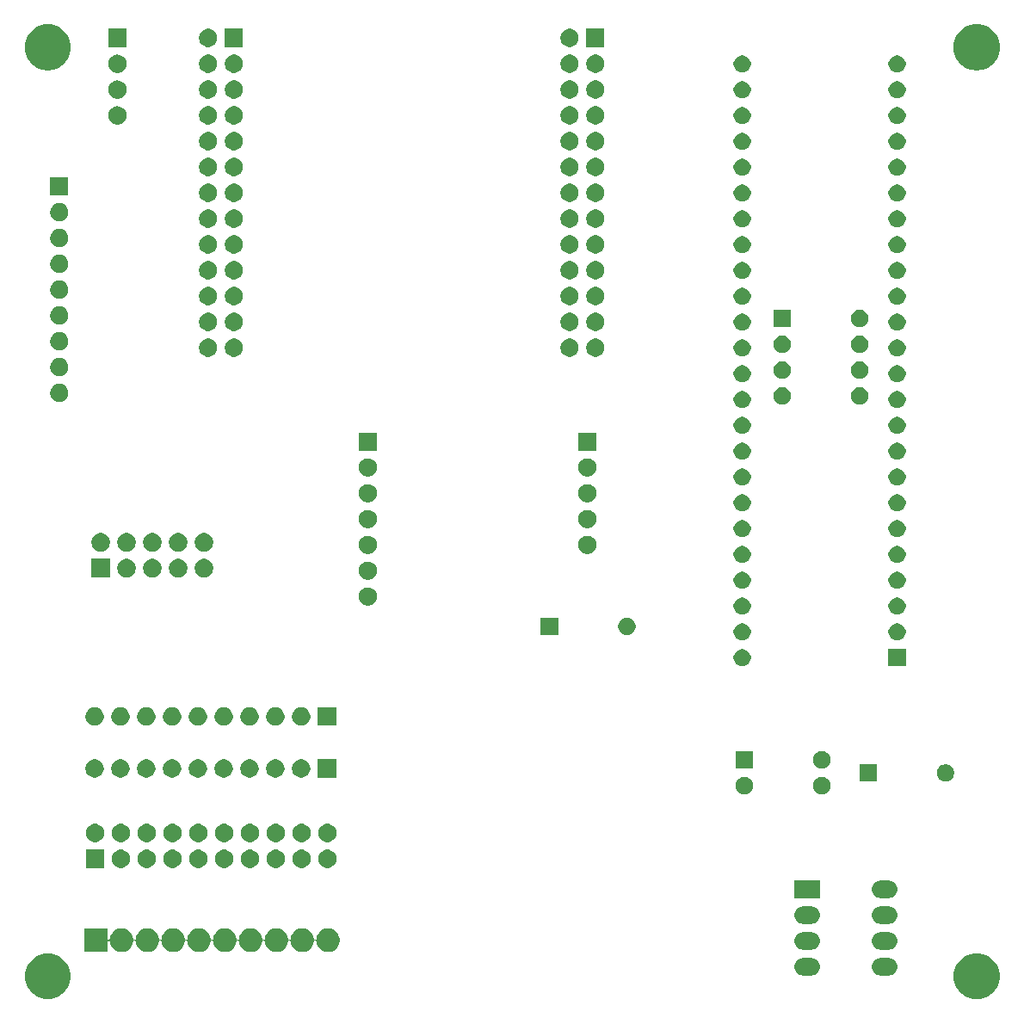
<source format=gbr>
G04 #@! TF.GenerationSoftware,KiCad,Pcbnew,(5.1.5)-3*
G04 #@! TF.CreationDate,2021-05-04T12:01:11+03:00*
G04 #@! TF.ProjectId,NandoBoard,4e616e64-6f42-46f6-9172-642e6b696361,rev?*
G04 #@! TF.SameCoordinates,Original*
G04 #@! TF.FileFunction,Soldermask,Bot*
G04 #@! TF.FilePolarity,Negative*
%FSLAX46Y46*%
G04 Gerber Fmt 4.6, Leading zero omitted, Abs format (unit mm)*
G04 Created by KiCad (PCBNEW (5.1.5)-3) date 2021-05-04 12:01:11*
%MOMM*%
%LPD*%
G04 APERTURE LIST*
%ADD10C,0.100000*%
G04 APERTURE END LIST*
D10*
G36*
X134365880Y-128809776D02*
G01*
X134746593Y-128885504D01*
X135156249Y-129055189D01*
X135524929Y-129301534D01*
X135838466Y-129615071D01*
X136084811Y-129983751D01*
X136254496Y-130393407D01*
X136341000Y-130828296D01*
X136341000Y-131271704D01*
X136254496Y-131706593D01*
X136084811Y-132116249D01*
X135838466Y-132484929D01*
X135524929Y-132798466D01*
X135156249Y-133044811D01*
X134746593Y-133214496D01*
X134365880Y-133290224D01*
X134311705Y-133301000D01*
X133868295Y-133301000D01*
X133814120Y-133290224D01*
X133433407Y-133214496D01*
X133023751Y-133044811D01*
X132655071Y-132798466D01*
X132341534Y-132484929D01*
X132095189Y-132116249D01*
X131925504Y-131706593D01*
X131839000Y-131271704D01*
X131839000Y-130828296D01*
X131925504Y-130393407D01*
X132095189Y-129983751D01*
X132341534Y-129615071D01*
X132655071Y-129301534D01*
X133023751Y-129055189D01*
X133433407Y-128885504D01*
X133814120Y-128809776D01*
X133868295Y-128799000D01*
X134311705Y-128799000D01*
X134365880Y-128809776D01*
G37*
G36*
X42965880Y-128809776D02*
G01*
X43346593Y-128885504D01*
X43756249Y-129055189D01*
X44124929Y-129301534D01*
X44438466Y-129615071D01*
X44684811Y-129983751D01*
X44854496Y-130393407D01*
X44941000Y-130828296D01*
X44941000Y-131271704D01*
X44854496Y-131706593D01*
X44684811Y-132116249D01*
X44438466Y-132484929D01*
X44124929Y-132798466D01*
X43756249Y-133044811D01*
X43346593Y-133214496D01*
X42965880Y-133290224D01*
X42911705Y-133301000D01*
X42468295Y-133301000D01*
X42414120Y-133290224D01*
X42033407Y-133214496D01*
X41623751Y-133044811D01*
X41255071Y-132798466D01*
X40941534Y-132484929D01*
X40695189Y-132116249D01*
X40525504Y-131706593D01*
X40439000Y-131271704D01*
X40439000Y-130828296D01*
X40525504Y-130393407D01*
X40695189Y-129983751D01*
X40941534Y-129615071D01*
X41255071Y-129301534D01*
X41623751Y-129055189D01*
X42033407Y-128885504D01*
X42414120Y-128809776D01*
X42468295Y-128799000D01*
X42911705Y-128799000D01*
X42965880Y-128809776D01*
G37*
G36*
X117966823Y-129281313D02*
G01*
X118127242Y-129329976D01*
X118259906Y-129400886D01*
X118275078Y-129408996D01*
X118404659Y-129515341D01*
X118511004Y-129644922D01*
X118511005Y-129644924D01*
X118590024Y-129792758D01*
X118638687Y-129953177D01*
X118655117Y-130120000D01*
X118638687Y-130286823D01*
X118590024Y-130447242D01*
X118519114Y-130579906D01*
X118511004Y-130595078D01*
X118404659Y-130724659D01*
X118275078Y-130831004D01*
X118275076Y-130831005D01*
X118127242Y-130910024D01*
X117966823Y-130958687D01*
X117841804Y-130971000D01*
X116958196Y-130971000D01*
X116833177Y-130958687D01*
X116672758Y-130910024D01*
X116524924Y-130831005D01*
X116524922Y-130831004D01*
X116395341Y-130724659D01*
X116288996Y-130595078D01*
X116280886Y-130579906D01*
X116209976Y-130447242D01*
X116161313Y-130286823D01*
X116144883Y-130120000D01*
X116161313Y-129953177D01*
X116209976Y-129792758D01*
X116288995Y-129644924D01*
X116288996Y-129644922D01*
X116395341Y-129515341D01*
X116524922Y-129408996D01*
X116540094Y-129400886D01*
X116672758Y-129329976D01*
X116833177Y-129281313D01*
X116958196Y-129269000D01*
X117841804Y-129269000D01*
X117966823Y-129281313D01*
G37*
G36*
X125586823Y-129281313D02*
G01*
X125747242Y-129329976D01*
X125879906Y-129400886D01*
X125895078Y-129408996D01*
X126024659Y-129515341D01*
X126131004Y-129644922D01*
X126131005Y-129644924D01*
X126210024Y-129792758D01*
X126258687Y-129953177D01*
X126275117Y-130120000D01*
X126258687Y-130286823D01*
X126210024Y-130447242D01*
X126139114Y-130579906D01*
X126131004Y-130595078D01*
X126024659Y-130724659D01*
X125895078Y-130831004D01*
X125895076Y-130831005D01*
X125747242Y-130910024D01*
X125586823Y-130958687D01*
X125461804Y-130971000D01*
X124578196Y-130971000D01*
X124453177Y-130958687D01*
X124292758Y-130910024D01*
X124144924Y-130831005D01*
X124144922Y-130831004D01*
X124015341Y-130724659D01*
X123908996Y-130595078D01*
X123900886Y-130579906D01*
X123829976Y-130447242D01*
X123781313Y-130286823D01*
X123764883Y-130120000D01*
X123781313Y-129953177D01*
X123829976Y-129792758D01*
X123908995Y-129644924D01*
X123908996Y-129644922D01*
X124015341Y-129515341D01*
X124144922Y-129408996D01*
X124160094Y-129400886D01*
X124292758Y-129329976D01*
X124453177Y-129281313D01*
X124578196Y-129269000D01*
X125461804Y-129269000D01*
X125586823Y-129281313D01*
G37*
G36*
X48551000Y-127314007D02*
G01*
X48553402Y-127338393D01*
X48560515Y-127361842D01*
X48572066Y-127383453D01*
X48587611Y-127402395D01*
X48606553Y-127417940D01*
X48628164Y-127429491D01*
X48651613Y-127436604D01*
X48675999Y-127439006D01*
X48700385Y-127436604D01*
X48723834Y-127429491D01*
X48745445Y-127417940D01*
X48764387Y-127402395D01*
X48779932Y-127383453D01*
X48791483Y-127361842D01*
X48798596Y-127338393D01*
X48833232Y-127164267D01*
X48857813Y-127104924D01*
X48919997Y-126954797D01*
X49045960Y-126766280D01*
X49206280Y-126605960D01*
X49394797Y-126479997D01*
X49604266Y-126393232D01*
X49715451Y-126371116D01*
X49826635Y-126349000D01*
X50053365Y-126349000D01*
X50164549Y-126371116D01*
X50275734Y-126393232D01*
X50485203Y-126479997D01*
X50673720Y-126605960D01*
X50834040Y-126766280D01*
X50960003Y-126954797D01*
X51022188Y-127104924D01*
X51046768Y-127164267D01*
X51087403Y-127368552D01*
X51094516Y-127392001D01*
X51106067Y-127413612D01*
X51121612Y-127432554D01*
X51140554Y-127448099D01*
X51162165Y-127459650D01*
X51185614Y-127466763D01*
X51210000Y-127469165D01*
X51234386Y-127466763D01*
X51257835Y-127459650D01*
X51279446Y-127448099D01*
X51298388Y-127432554D01*
X51313933Y-127413612D01*
X51325484Y-127392001D01*
X51332597Y-127368552D01*
X51373232Y-127164267D01*
X51397813Y-127104924D01*
X51459997Y-126954797D01*
X51585960Y-126766280D01*
X51746280Y-126605960D01*
X51934797Y-126479997D01*
X52144266Y-126393232D01*
X52255451Y-126371116D01*
X52366635Y-126349000D01*
X52593365Y-126349000D01*
X52704549Y-126371116D01*
X52815734Y-126393232D01*
X53025203Y-126479997D01*
X53213720Y-126605960D01*
X53374040Y-126766280D01*
X53500003Y-126954797D01*
X53562188Y-127104924D01*
X53586768Y-127164267D01*
X53627403Y-127368552D01*
X53634516Y-127392001D01*
X53646067Y-127413612D01*
X53661612Y-127432554D01*
X53680554Y-127448099D01*
X53702165Y-127459650D01*
X53725614Y-127466763D01*
X53750000Y-127469165D01*
X53774386Y-127466763D01*
X53797835Y-127459650D01*
X53819446Y-127448099D01*
X53838388Y-127432554D01*
X53853933Y-127413612D01*
X53865484Y-127392001D01*
X53872597Y-127368552D01*
X53913232Y-127164267D01*
X53937813Y-127104924D01*
X53999997Y-126954797D01*
X54125960Y-126766280D01*
X54286280Y-126605960D01*
X54474797Y-126479997D01*
X54684266Y-126393232D01*
X54795451Y-126371116D01*
X54906635Y-126349000D01*
X55133365Y-126349000D01*
X55244549Y-126371116D01*
X55355734Y-126393232D01*
X55565203Y-126479997D01*
X55753720Y-126605960D01*
X55914040Y-126766280D01*
X56040003Y-126954797D01*
X56102188Y-127104924D01*
X56126768Y-127164267D01*
X56167403Y-127368552D01*
X56174516Y-127392001D01*
X56186067Y-127413612D01*
X56201612Y-127432554D01*
X56220554Y-127448099D01*
X56242165Y-127459650D01*
X56265614Y-127466763D01*
X56290000Y-127469165D01*
X56314386Y-127466763D01*
X56337835Y-127459650D01*
X56359446Y-127448099D01*
X56378388Y-127432554D01*
X56393933Y-127413612D01*
X56405484Y-127392001D01*
X56412597Y-127368552D01*
X56453232Y-127164267D01*
X56477813Y-127104924D01*
X56539997Y-126954797D01*
X56665960Y-126766280D01*
X56826280Y-126605960D01*
X57014797Y-126479997D01*
X57224266Y-126393232D01*
X57335451Y-126371116D01*
X57446635Y-126349000D01*
X57673365Y-126349000D01*
X57784549Y-126371116D01*
X57895734Y-126393232D01*
X58105203Y-126479997D01*
X58293720Y-126605960D01*
X58454040Y-126766280D01*
X58580003Y-126954797D01*
X58642188Y-127104924D01*
X58666768Y-127164267D01*
X58707403Y-127368552D01*
X58714516Y-127392001D01*
X58726067Y-127413612D01*
X58741612Y-127432554D01*
X58760554Y-127448099D01*
X58782165Y-127459650D01*
X58805614Y-127466763D01*
X58830000Y-127469165D01*
X58854386Y-127466763D01*
X58877835Y-127459650D01*
X58899446Y-127448099D01*
X58918388Y-127432554D01*
X58933933Y-127413612D01*
X58945484Y-127392001D01*
X58952597Y-127368552D01*
X58993232Y-127164267D01*
X59017813Y-127104924D01*
X59079997Y-126954797D01*
X59205960Y-126766280D01*
X59366280Y-126605960D01*
X59554797Y-126479997D01*
X59764266Y-126393232D01*
X59875451Y-126371116D01*
X59986635Y-126349000D01*
X60213365Y-126349000D01*
X60324549Y-126371116D01*
X60435734Y-126393232D01*
X60645203Y-126479997D01*
X60833720Y-126605960D01*
X60994040Y-126766280D01*
X61120003Y-126954797D01*
X61182188Y-127104924D01*
X61206768Y-127164267D01*
X61247403Y-127368552D01*
X61254516Y-127392001D01*
X61266067Y-127413612D01*
X61281612Y-127432554D01*
X61300554Y-127448099D01*
X61322165Y-127459650D01*
X61345614Y-127466763D01*
X61370000Y-127469165D01*
X61394386Y-127466763D01*
X61417835Y-127459650D01*
X61439446Y-127448099D01*
X61458388Y-127432554D01*
X61473933Y-127413612D01*
X61485484Y-127392001D01*
X61492597Y-127368552D01*
X61533232Y-127164267D01*
X61557813Y-127104924D01*
X61619997Y-126954797D01*
X61745960Y-126766280D01*
X61906280Y-126605960D01*
X62094797Y-126479997D01*
X62304266Y-126393232D01*
X62415451Y-126371116D01*
X62526635Y-126349000D01*
X62753365Y-126349000D01*
X62864549Y-126371116D01*
X62975734Y-126393232D01*
X63185203Y-126479997D01*
X63373720Y-126605960D01*
X63534040Y-126766280D01*
X63660003Y-126954797D01*
X63722188Y-127104924D01*
X63746768Y-127164267D01*
X63787403Y-127368552D01*
X63794516Y-127392001D01*
X63806067Y-127413612D01*
X63821612Y-127432554D01*
X63840554Y-127448099D01*
X63862165Y-127459650D01*
X63885614Y-127466763D01*
X63910000Y-127469165D01*
X63934386Y-127466763D01*
X63957835Y-127459650D01*
X63979446Y-127448099D01*
X63998388Y-127432554D01*
X64013933Y-127413612D01*
X64025484Y-127392001D01*
X64032597Y-127368552D01*
X64073232Y-127164267D01*
X64097813Y-127104924D01*
X64159997Y-126954797D01*
X64285960Y-126766280D01*
X64446280Y-126605960D01*
X64634797Y-126479997D01*
X64844266Y-126393232D01*
X64955451Y-126371116D01*
X65066635Y-126349000D01*
X65293365Y-126349000D01*
X65404549Y-126371116D01*
X65515734Y-126393232D01*
X65725203Y-126479997D01*
X65913720Y-126605960D01*
X66074040Y-126766280D01*
X66200003Y-126954797D01*
X66262188Y-127104924D01*
X66286768Y-127164267D01*
X66327403Y-127368552D01*
X66334516Y-127392001D01*
X66346067Y-127413612D01*
X66361612Y-127432554D01*
X66380554Y-127448099D01*
X66402165Y-127459650D01*
X66425614Y-127466763D01*
X66450000Y-127469165D01*
X66474386Y-127466763D01*
X66497835Y-127459650D01*
X66519446Y-127448099D01*
X66538388Y-127432554D01*
X66553933Y-127413612D01*
X66565484Y-127392001D01*
X66572597Y-127368552D01*
X66613232Y-127164267D01*
X66637813Y-127104924D01*
X66699997Y-126954797D01*
X66825960Y-126766280D01*
X66986280Y-126605960D01*
X67174797Y-126479997D01*
X67384266Y-126393232D01*
X67495451Y-126371116D01*
X67606635Y-126349000D01*
X67833365Y-126349000D01*
X67944549Y-126371116D01*
X68055734Y-126393232D01*
X68265203Y-126479997D01*
X68453720Y-126605960D01*
X68614040Y-126766280D01*
X68740003Y-126954797D01*
X68802188Y-127104924D01*
X68826768Y-127164267D01*
X68867403Y-127368552D01*
X68874516Y-127392001D01*
X68886067Y-127413612D01*
X68901612Y-127432554D01*
X68920554Y-127448099D01*
X68942165Y-127459650D01*
X68965614Y-127466763D01*
X68990000Y-127469165D01*
X69014386Y-127466763D01*
X69037835Y-127459650D01*
X69059446Y-127448099D01*
X69078388Y-127432554D01*
X69093933Y-127413612D01*
X69105484Y-127392001D01*
X69112597Y-127368552D01*
X69153232Y-127164267D01*
X69177813Y-127104924D01*
X69239997Y-126954797D01*
X69365960Y-126766280D01*
X69526280Y-126605960D01*
X69714797Y-126479997D01*
X69924266Y-126393232D01*
X70035451Y-126371116D01*
X70146635Y-126349000D01*
X70373365Y-126349000D01*
X70484549Y-126371116D01*
X70595734Y-126393232D01*
X70805203Y-126479997D01*
X70993720Y-126605960D01*
X71154040Y-126766280D01*
X71280003Y-126954797D01*
X71366768Y-127164266D01*
X71411000Y-127386636D01*
X71411000Y-127613364D01*
X71366768Y-127835734D01*
X71280003Y-128045203D01*
X71154040Y-128233720D01*
X70993720Y-128394040D01*
X70805203Y-128520003D01*
X70595734Y-128606768D01*
X70484549Y-128628884D01*
X70373365Y-128651000D01*
X70146635Y-128651000D01*
X70035451Y-128628884D01*
X69924266Y-128606768D01*
X69714797Y-128520003D01*
X69526280Y-128394040D01*
X69365960Y-128233720D01*
X69239997Y-128045203D01*
X69153232Y-127835734D01*
X69112597Y-127631448D01*
X69105484Y-127607999D01*
X69093933Y-127586388D01*
X69078388Y-127567446D01*
X69059446Y-127551901D01*
X69037835Y-127540350D01*
X69014386Y-127533237D01*
X68990000Y-127530835D01*
X68965614Y-127533237D01*
X68942165Y-127540350D01*
X68920554Y-127551901D01*
X68901612Y-127567446D01*
X68886067Y-127586388D01*
X68874516Y-127607999D01*
X68867403Y-127631448D01*
X68826768Y-127835734D01*
X68740003Y-128045203D01*
X68614040Y-128233720D01*
X68453720Y-128394040D01*
X68265203Y-128520003D01*
X68055734Y-128606768D01*
X67944549Y-128628884D01*
X67833365Y-128651000D01*
X67606635Y-128651000D01*
X67495451Y-128628884D01*
X67384266Y-128606768D01*
X67174797Y-128520003D01*
X66986280Y-128394040D01*
X66825960Y-128233720D01*
X66699997Y-128045203D01*
X66613232Y-127835734D01*
X66572597Y-127631448D01*
X66565484Y-127607999D01*
X66553933Y-127586388D01*
X66538388Y-127567446D01*
X66519446Y-127551901D01*
X66497835Y-127540350D01*
X66474386Y-127533237D01*
X66450000Y-127530835D01*
X66425614Y-127533237D01*
X66402165Y-127540350D01*
X66380554Y-127551901D01*
X66361612Y-127567446D01*
X66346067Y-127586388D01*
X66334516Y-127607999D01*
X66327403Y-127631448D01*
X66286768Y-127835734D01*
X66200003Y-128045203D01*
X66074040Y-128233720D01*
X65913720Y-128394040D01*
X65725203Y-128520003D01*
X65515734Y-128606768D01*
X65404549Y-128628884D01*
X65293365Y-128651000D01*
X65066635Y-128651000D01*
X64955451Y-128628884D01*
X64844266Y-128606768D01*
X64634797Y-128520003D01*
X64446280Y-128394040D01*
X64285960Y-128233720D01*
X64159997Y-128045203D01*
X64073232Y-127835734D01*
X64032597Y-127631448D01*
X64025484Y-127607999D01*
X64013933Y-127586388D01*
X63998388Y-127567446D01*
X63979446Y-127551901D01*
X63957835Y-127540350D01*
X63934386Y-127533237D01*
X63910000Y-127530835D01*
X63885614Y-127533237D01*
X63862165Y-127540350D01*
X63840554Y-127551901D01*
X63821612Y-127567446D01*
X63806067Y-127586388D01*
X63794516Y-127607999D01*
X63787403Y-127631448D01*
X63746768Y-127835734D01*
X63660003Y-128045203D01*
X63534040Y-128233720D01*
X63373720Y-128394040D01*
X63185203Y-128520003D01*
X62975734Y-128606768D01*
X62864549Y-128628884D01*
X62753365Y-128651000D01*
X62526635Y-128651000D01*
X62415451Y-128628884D01*
X62304266Y-128606768D01*
X62094797Y-128520003D01*
X61906280Y-128394040D01*
X61745960Y-128233720D01*
X61619997Y-128045203D01*
X61533232Y-127835734D01*
X61492597Y-127631448D01*
X61485484Y-127607999D01*
X61473933Y-127586388D01*
X61458388Y-127567446D01*
X61439446Y-127551901D01*
X61417835Y-127540350D01*
X61394386Y-127533237D01*
X61370000Y-127530835D01*
X61345614Y-127533237D01*
X61322165Y-127540350D01*
X61300554Y-127551901D01*
X61281612Y-127567446D01*
X61266067Y-127586388D01*
X61254516Y-127607999D01*
X61247403Y-127631448D01*
X61206768Y-127835734D01*
X61120003Y-128045203D01*
X60994040Y-128233720D01*
X60833720Y-128394040D01*
X60645203Y-128520003D01*
X60435734Y-128606768D01*
X60324549Y-128628884D01*
X60213365Y-128651000D01*
X59986635Y-128651000D01*
X59875451Y-128628884D01*
X59764266Y-128606768D01*
X59554797Y-128520003D01*
X59366280Y-128394040D01*
X59205960Y-128233720D01*
X59079997Y-128045203D01*
X58993232Y-127835734D01*
X58952597Y-127631448D01*
X58945484Y-127607999D01*
X58933933Y-127586388D01*
X58918388Y-127567446D01*
X58899446Y-127551901D01*
X58877835Y-127540350D01*
X58854386Y-127533237D01*
X58830000Y-127530835D01*
X58805614Y-127533237D01*
X58782165Y-127540350D01*
X58760554Y-127551901D01*
X58741612Y-127567446D01*
X58726067Y-127586388D01*
X58714516Y-127607999D01*
X58707403Y-127631448D01*
X58666768Y-127835734D01*
X58580003Y-128045203D01*
X58454040Y-128233720D01*
X58293720Y-128394040D01*
X58105203Y-128520003D01*
X57895734Y-128606768D01*
X57784549Y-128628884D01*
X57673365Y-128651000D01*
X57446635Y-128651000D01*
X57335451Y-128628884D01*
X57224266Y-128606768D01*
X57014797Y-128520003D01*
X56826280Y-128394040D01*
X56665960Y-128233720D01*
X56539997Y-128045203D01*
X56453232Y-127835734D01*
X56412597Y-127631448D01*
X56405484Y-127607999D01*
X56393933Y-127586388D01*
X56378388Y-127567446D01*
X56359446Y-127551901D01*
X56337835Y-127540350D01*
X56314386Y-127533237D01*
X56290000Y-127530835D01*
X56265614Y-127533237D01*
X56242165Y-127540350D01*
X56220554Y-127551901D01*
X56201612Y-127567446D01*
X56186067Y-127586388D01*
X56174516Y-127607999D01*
X56167403Y-127631448D01*
X56126768Y-127835734D01*
X56040003Y-128045203D01*
X55914040Y-128233720D01*
X55753720Y-128394040D01*
X55565203Y-128520003D01*
X55355734Y-128606768D01*
X55244549Y-128628884D01*
X55133365Y-128651000D01*
X54906635Y-128651000D01*
X54795451Y-128628884D01*
X54684266Y-128606768D01*
X54474797Y-128520003D01*
X54286280Y-128394040D01*
X54125960Y-128233720D01*
X53999997Y-128045203D01*
X53913232Y-127835734D01*
X53872597Y-127631448D01*
X53865484Y-127607999D01*
X53853933Y-127586388D01*
X53838388Y-127567446D01*
X53819446Y-127551901D01*
X53797835Y-127540350D01*
X53774386Y-127533237D01*
X53750000Y-127530835D01*
X53725614Y-127533237D01*
X53702165Y-127540350D01*
X53680554Y-127551901D01*
X53661612Y-127567446D01*
X53646067Y-127586388D01*
X53634516Y-127607999D01*
X53627403Y-127631448D01*
X53586768Y-127835734D01*
X53500003Y-128045203D01*
X53374040Y-128233720D01*
X53213720Y-128394040D01*
X53025203Y-128520003D01*
X52815734Y-128606768D01*
X52704549Y-128628884D01*
X52593365Y-128651000D01*
X52366635Y-128651000D01*
X52255451Y-128628884D01*
X52144266Y-128606768D01*
X51934797Y-128520003D01*
X51746280Y-128394040D01*
X51585960Y-128233720D01*
X51459997Y-128045203D01*
X51373232Y-127835734D01*
X51332597Y-127631448D01*
X51325484Y-127607999D01*
X51313933Y-127586388D01*
X51298388Y-127567446D01*
X51279446Y-127551901D01*
X51257835Y-127540350D01*
X51234386Y-127533237D01*
X51210000Y-127530835D01*
X51185614Y-127533237D01*
X51162165Y-127540350D01*
X51140554Y-127551901D01*
X51121612Y-127567446D01*
X51106067Y-127586388D01*
X51094516Y-127607999D01*
X51087403Y-127631448D01*
X51046768Y-127835734D01*
X50960003Y-128045203D01*
X50834040Y-128233720D01*
X50673720Y-128394040D01*
X50485203Y-128520003D01*
X50275734Y-128606768D01*
X50164549Y-128628884D01*
X50053365Y-128651000D01*
X49826635Y-128651000D01*
X49715451Y-128628884D01*
X49604266Y-128606768D01*
X49394797Y-128520003D01*
X49206280Y-128394040D01*
X49045960Y-128233720D01*
X48919997Y-128045203D01*
X48833232Y-127835734D01*
X48798596Y-127661607D01*
X48791483Y-127638158D01*
X48779932Y-127616547D01*
X48764387Y-127597605D01*
X48745445Y-127582060D01*
X48723834Y-127570509D01*
X48700385Y-127563396D01*
X48675999Y-127560994D01*
X48651613Y-127563396D01*
X48628164Y-127570509D01*
X48606553Y-127582060D01*
X48587611Y-127597605D01*
X48572066Y-127616547D01*
X48560515Y-127638158D01*
X48553402Y-127661607D01*
X48551000Y-127685993D01*
X48551000Y-128651000D01*
X46249000Y-128651000D01*
X46249000Y-126349000D01*
X48551000Y-126349000D01*
X48551000Y-127314007D01*
G37*
G36*
X125586823Y-126741313D02*
G01*
X125747242Y-126789976D01*
X125879906Y-126860886D01*
X125895078Y-126868996D01*
X126024659Y-126975341D01*
X126131004Y-127104922D01*
X126131005Y-127104924D01*
X126210024Y-127252758D01*
X126258687Y-127413177D01*
X126275117Y-127580000D01*
X126258687Y-127746823D01*
X126210024Y-127907242D01*
X126139114Y-128039906D01*
X126131004Y-128055078D01*
X126024659Y-128184659D01*
X125895078Y-128291004D01*
X125895076Y-128291005D01*
X125747242Y-128370024D01*
X125586823Y-128418687D01*
X125461804Y-128431000D01*
X124578196Y-128431000D01*
X124453177Y-128418687D01*
X124292758Y-128370024D01*
X124144924Y-128291005D01*
X124144922Y-128291004D01*
X124015341Y-128184659D01*
X123908996Y-128055078D01*
X123900886Y-128039906D01*
X123829976Y-127907242D01*
X123781313Y-127746823D01*
X123764883Y-127580000D01*
X123781313Y-127413177D01*
X123829976Y-127252758D01*
X123908995Y-127104924D01*
X123908996Y-127104922D01*
X124015341Y-126975341D01*
X124144922Y-126868996D01*
X124160094Y-126860886D01*
X124292758Y-126789976D01*
X124453177Y-126741313D01*
X124578196Y-126729000D01*
X125461804Y-126729000D01*
X125586823Y-126741313D01*
G37*
G36*
X117966823Y-126741313D02*
G01*
X118127242Y-126789976D01*
X118259906Y-126860886D01*
X118275078Y-126868996D01*
X118404659Y-126975341D01*
X118511004Y-127104922D01*
X118511005Y-127104924D01*
X118590024Y-127252758D01*
X118638687Y-127413177D01*
X118655117Y-127580000D01*
X118638687Y-127746823D01*
X118590024Y-127907242D01*
X118519114Y-128039906D01*
X118511004Y-128055078D01*
X118404659Y-128184659D01*
X118275078Y-128291004D01*
X118275076Y-128291005D01*
X118127242Y-128370024D01*
X117966823Y-128418687D01*
X117841804Y-128431000D01*
X116958196Y-128431000D01*
X116833177Y-128418687D01*
X116672758Y-128370024D01*
X116524924Y-128291005D01*
X116524922Y-128291004D01*
X116395341Y-128184659D01*
X116288996Y-128055078D01*
X116280886Y-128039906D01*
X116209976Y-127907242D01*
X116161313Y-127746823D01*
X116144883Y-127580000D01*
X116161313Y-127413177D01*
X116209976Y-127252758D01*
X116288995Y-127104924D01*
X116288996Y-127104922D01*
X116395341Y-126975341D01*
X116524922Y-126868996D01*
X116540094Y-126860886D01*
X116672758Y-126789976D01*
X116833177Y-126741313D01*
X116958196Y-126729000D01*
X117841804Y-126729000D01*
X117966823Y-126741313D01*
G37*
G36*
X125586823Y-124201313D02*
G01*
X125747242Y-124249976D01*
X125879906Y-124320886D01*
X125895078Y-124328996D01*
X126024659Y-124435341D01*
X126131004Y-124564922D01*
X126131005Y-124564924D01*
X126210024Y-124712758D01*
X126258687Y-124873177D01*
X126275117Y-125040000D01*
X126258687Y-125206823D01*
X126210024Y-125367242D01*
X126139114Y-125499906D01*
X126131004Y-125515078D01*
X126024659Y-125644659D01*
X125895078Y-125751004D01*
X125895076Y-125751005D01*
X125747242Y-125830024D01*
X125586823Y-125878687D01*
X125461804Y-125891000D01*
X124578196Y-125891000D01*
X124453177Y-125878687D01*
X124292758Y-125830024D01*
X124144924Y-125751005D01*
X124144922Y-125751004D01*
X124015341Y-125644659D01*
X123908996Y-125515078D01*
X123900886Y-125499906D01*
X123829976Y-125367242D01*
X123781313Y-125206823D01*
X123764883Y-125040000D01*
X123781313Y-124873177D01*
X123829976Y-124712758D01*
X123908995Y-124564924D01*
X123908996Y-124564922D01*
X124015341Y-124435341D01*
X124144922Y-124328996D01*
X124160094Y-124320886D01*
X124292758Y-124249976D01*
X124453177Y-124201313D01*
X124578196Y-124189000D01*
X125461804Y-124189000D01*
X125586823Y-124201313D01*
G37*
G36*
X117966823Y-124201313D02*
G01*
X118127242Y-124249976D01*
X118259906Y-124320886D01*
X118275078Y-124328996D01*
X118404659Y-124435341D01*
X118511004Y-124564922D01*
X118511005Y-124564924D01*
X118590024Y-124712758D01*
X118638687Y-124873177D01*
X118655117Y-125040000D01*
X118638687Y-125206823D01*
X118590024Y-125367242D01*
X118519114Y-125499906D01*
X118511004Y-125515078D01*
X118404659Y-125644659D01*
X118275078Y-125751004D01*
X118275076Y-125751005D01*
X118127242Y-125830024D01*
X117966823Y-125878687D01*
X117841804Y-125891000D01*
X116958196Y-125891000D01*
X116833177Y-125878687D01*
X116672758Y-125830024D01*
X116524924Y-125751005D01*
X116524922Y-125751004D01*
X116395341Y-125644659D01*
X116288996Y-125515078D01*
X116280886Y-125499906D01*
X116209976Y-125367242D01*
X116161313Y-125206823D01*
X116144883Y-125040000D01*
X116161313Y-124873177D01*
X116209976Y-124712758D01*
X116288995Y-124564924D01*
X116288996Y-124564922D01*
X116395341Y-124435341D01*
X116524922Y-124328996D01*
X116540094Y-124320886D01*
X116672758Y-124249976D01*
X116833177Y-124201313D01*
X116958196Y-124189000D01*
X117841804Y-124189000D01*
X117966823Y-124201313D01*
G37*
G36*
X125586823Y-121661313D02*
G01*
X125747242Y-121709976D01*
X125879906Y-121780886D01*
X125895078Y-121788996D01*
X126024659Y-121895341D01*
X126131004Y-122024922D01*
X126131005Y-122024924D01*
X126210024Y-122172758D01*
X126258687Y-122333177D01*
X126275117Y-122500000D01*
X126258687Y-122666823D01*
X126210024Y-122827242D01*
X126139114Y-122959906D01*
X126131004Y-122975078D01*
X126024659Y-123104659D01*
X125895078Y-123211004D01*
X125895076Y-123211005D01*
X125747242Y-123290024D01*
X125586823Y-123338687D01*
X125461804Y-123351000D01*
X124578196Y-123351000D01*
X124453177Y-123338687D01*
X124292758Y-123290024D01*
X124144924Y-123211005D01*
X124144922Y-123211004D01*
X124015341Y-123104659D01*
X123908996Y-122975078D01*
X123900886Y-122959906D01*
X123829976Y-122827242D01*
X123781313Y-122666823D01*
X123764883Y-122500000D01*
X123781313Y-122333177D01*
X123829976Y-122172758D01*
X123908995Y-122024924D01*
X123908996Y-122024922D01*
X124015341Y-121895341D01*
X124144922Y-121788996D01*
X124160094Y-121780886D01*
X124292758Y-121709976D01*
X124453177Y-121661313D01*
X124578196Y-121649000D01*
X125461804Y-121649000D01*
X125586823Y-121661313D01*
G37*
G36*
X118651000Y-123351000D02*
G01*
X116149000Y-123351000D01*
X116149000Y-121649000D01*
X118651000Y-121649000D01*
X118651000Y-123351000D01*
G37*
G36*
X67773512Y-118603927D02*
G01*
X67922812Y-118633624D01*
X68086784Y-118701544D01*
X68234354Y-118800147D01*
X68359853Y-118925646D01*
X68458456Y-119073216D01*
X68526376Y-119237188D01*
X68561000Y-119411259D01*
X68561000Y-119588741D01*
X68526376Y-119762812D01*
X68458456Y-119926784D01*
X68359853Y-120074354D01*
X68234354Y-120199853D01*
X68086784Y-120298456D01*
X67922812Y-120366376D01*
X67773512Y-120396073D01*
X67748742Y-120401000D01*
X67571258Y-120401000D01*
X67546488Y-120396073D01*
X67397188Y-120366376D01*
X67233216Y-120298456D01*
X67085646Y-120199853D01*
X66960147Y-120074354D01*
X66861544Y-119926784D01*
X66793624Y-119762812D01*
X66759000Y-119588741D01*
X66759000Y-119411259D01*
X66793624Y-119237188D01*
X66861544Y-119073216D01*
X66960147Y-118925646D01*
X67085646Y-118800147D01*
X67233216Y-118701544D01*
X67397188Y-118633624D01*
X67546488Y-118603927D01*
X67571258Y-118599000D01*
X67748742Y-118599000D01*
X67773512Y-118603927D01*
G37*
G36*
X52533512Y-118603927D02*
G01*
X52682812Y-118633624D01*
X52846784Y-118701544D01*
X52994354Y-118800147D01*
X53119853Y-118925646D01*
X53218456Y-119073216D01*
X53286376Y-119237188D01*
X53321000Y-119411259D01*
X53321000Y-119588741D01*
X53286376Y-119762812D01*
X53218456Y-119926784D01*
X53119853Y-120074354D01*
X52994354Y-120199853D01*
X52846784Y-120298456D01*
X52682812Y-120366376D01*
X52533512Y-120396073D01*
X52508742Y-120401000D01*
X52331258Y-120401000D01*
X52306488Y-120396073D01*
X52157188Y-120366376D01*
X51993216Y-120298456D01*
X51845646Y-120199853D01*
X51720147Y-120074354D01*
X51621544Y-119926784D01*
X51553624Y-119762812D01*
X51519000Y-119588741D01*
X51519000Y-119411259D01*
X51553624Y-119237188D01*
X51621544Y-119073216D01*
X51720147Y-118925646D01*
X51845646Y-118800147D01*
X51993216Y-118701544D01*
X52157188Y-118633624D01*
X52306488Y-118603927D01*
X52331258Y-118599000D01*
X52508742Y-118599000D01*
X52533512Y-118603927D01*
G37*
G36*
X49993512Y-118603927D02*
G01*
X50142812Y-118633624D01*
X50306784Y-118701544D01*
X50454354Y-118800147D01*
X50579853Y-118925646D01*
X50678456Y-119073216D01*
X50746376Y-119237188D01*
X50781000Y-119411259D01*
X50781000Y-119588741D01*
X50746376Y-119762812D01*
X50678456Y-119926784D01*
X50579853Y-120074354D01*
X50454354Y-120199853D01*
X50306784Y-120298456D01*
X50142812Y-120366376D01*
X49993512Y-120396073D01*
X49968742Y-120401000D01*
X49791258Y-120401000D01*
X49766488Y-120396073D01*
X49617188Y-120366376D01*
X49453216Y-120298456D01*
X49305646Y-120199853D01*
X49180147Y-120074354D01*
X49081544Y-119926784D01*
X49013624Y-119762812D01*
X48979000Y-119588741D01*
X48979000Y-119411259D01*
X49013624Y-119237188D01*
X49081544Y-119073216D01*
X49180147Y-118925646D01*
X49305646Y-118800147D01*
X49453216Y-118701544D01*
X49617188Y-118633624D01*
X49766488Y-118603927D01*
X49791258Y-118599000D01*
X49968742Y-118599000D01*
X49993512Y-118603927D01*
G37*
G36*
X48241000Y-120401000D02*
G01*
X46439000Y-120401000D01*
X46439000Y-118599000D01*
X48241000Y-118599000D01*
X48241000Y-120401000D01*
G37*
G36*
X55073512Y-118603927D02*
G01*
X55222812Y-118633624D01*
X55386784Y-118701544D01*
X55534354Y-118800147D01*
X55659853Y-118925646D01*
X55758456Y-119073216D01*
X55826376Y-119237188D01*
X55861000Y-119411259D01*
X55861000Y-119588741D01*
X55826376Y-119762812D01*
X55758456Y-119926784D01*
X55659853Y-120074354D01*
X55534354Y-120199853D01*
X55386784Y-120298456D01*
X55222812Y-120366376D01*
X55073512Y-120396073D01*
X55048742Y-120401000D01*
X54871258Y-120401000D01*
X54846488Y-120396073D01*
X54697188Y-120366376D01*
X54533216Y-120298456D01*
X54385646Y-120199853D01*
X54260147Y-120074354D01*
X54161544Y-119926784D01*
X54093624Y-119762812D01*
X54059000Y-119588741D01*
X54059000Y-119411259D01*
X54093624Y-119237188D01*
X54161544Y-119073216D01*
X54260147Y-118925646D01*
X54385646Y-118800147D01*
X54533216Y-118701544D01*
X54697188Y-118633624D01*
X54846488Y-118603927D01*
X54871258Y-118599000D01*
X55048742Y-118599000D01*
X55073512Y-118603927D01*
G37*
G36*
X62693512Y-118603927D02*
G01*
X62842812Y-118633624D01*
X63006784Y-118701544D01*
X63154354Y-118800147D01*
X63279853Y-118925646D01*
X63378456Y-119073216D01*
X63446376Y-119237188D01*
X63481000Y-119411259D01*
X63481000Y-119588741D01*
X63446376Y-119762812D01*
X63378456Y-119926784D01*
X63279853Y-120074354D01*
X63154354Y-120199853D01*
X63006784Y-120298456D01*
X62842812Y-120366376D01*
X62693512Y-120396073D01*
X62668742Y-120401000D01*
X62491258Y-120401000D01*
X62466488Y-120396073D01*
X62317188Y-120366376D01*
X62153216Y-120298456D01*
X62005646Y-120199853D01*
X61880147Y-120074354D01*
X61781544Y-119926784D01*
X61713624Y-119762812D01*
X61679000Y-119588741D01*
X61679000Y-119411259D01*
X61713624Y-119237188D01*
X61781544Y-119073216D01*
X61880147Y-118925646D01*
X62005646Y-118800147D01*
X62153216Y-118701544D01*
X62317188Y-118633624D01*
X62466488Y-118603927D01*
X62491258Y-118599000D01*
X62668742Y-118599000D01*
X62693512Y-118603927D01*
G37*
G36*
X65233512Y-118603927D02*
G01*
X65382812Y-118633624D01*
X65546784Y-118701544D01*
X65694354Y-118800147D01*
X65819853Y-118925646D01*
X65918456Y-119073216D01*
X65986376Y-119237188D01*
X66021000Y-119411259D01*
X66021000Y-119588741D01*
X65986376Y-119762812D01*
X65918456Y-119926784D01*
X65819853Y-120074354D01*
X65694354Y-120199853D01*
X65546784Y-120298456D01*
X65382812Y-120366376D01*
X65233512Y-120396073D01*
X65208742Y-120401000D01*
X65031258Y-120401000D01*
X65006488Y-120396073D01*
X64857188Y-120366376D01*
X64693216Y-120298456D01*
X64545646Y-120199853D01*
X64420147Y-120074354D01*
X64321544Y-119926784D01*
X64253624Y-119762812D01*
X64219000Y-119588741D01*
X64219000Y-119411259D01*
X64253624Y-119237188D01*
X64321544Y-119073216D01*
X64420147Y-118925646D01*
X64545646Y-118800147D01*
X64693216Y-118701544D01*
X64857188Y-118633624D01*
X65006488Y-118603927D01*
X65031258Y-118599000D01*
X65208742Y-118599000D01*
X65233512Y-118603927D01*
G37*
G36*
X70313512Y-118603927D02*
G01*
X70462812Y-118633624D01*
X70626784Y-118701544D01*
X70774354Y-118800147D01*
X70899853Y-118925646D01*
X70998456Y-119073216D01*
X71066376Y-119237188D01*
X71101000Y-119411259D01*
X71101000Y-119588741D01*
X71066376Y-119762812D01*
X70998456Y-119926784D01*
X70899853Y-120074354D01*
X70774354Y-120199853D01*
X70626784Y-120298456D01*
X70462812Y-120366376D01*
X70313512Y-120396073D01*
X70288742Y-120401000D01*
X70111258Y-120401000D01*
X70086488Y-120396073D01*
X69937188Y-120366376D01*
X69773216Y-120298456D01*
X69625646Y-120199853D01*
X69500147Y-120074354D01*
X69401544Y-119926784D01*
X69333624Y-119762812D01*
X69299000Y-119588741D01*
X69299000Y-119411259D01*
X69333624Y-119237188D01*
X69401544Y-119073216D01*
X69500147Y-118925646D01*
X69625646Y-118800147D01*
X69773216Y-118701544D01*
X69937188Y-118633624D01*
X70086488Y-118603927D01*
X70111258Y-118599000D01*
X70288742Y-118599000D01*
X70313512Y-118603927D01*
G37*
G36*
X57613512Y-118603927D02*
G01*
X57762812Y-118633624D01*
X57926784Y-118701544D01*
X58074354Y-118800147D01*
X58199853Y-118925646D01*
X58298456Y-119073216D01*
X58366376Y-119237188D01*
X58401000Y-119411259D01*
X58401000Y-119588741D01*
X58366376Y-119762812D01*
X58298456Y-119926784D01*
X58199853Y-120074354D01*
X58074354Y-120199853D01*
X57926784Y-120298456D01*
X57762812Y-120366376D01*
X57613512Y-120396073D01*
X57588742Y-120401000D01*
X57411258Y-120401000D01*
X57386488Y-120396073D01*
X57237188Y-120366376D01*
X57073216Y-120298456D01*
X56925646Y-120199853D01*
X56800147Y-120074354D01*
X56701544Y-119926784D01*
X56633624Y-119762812D01*
X56599000Y-119588741D01*
X56599000Y-119411259D01*
X56633624Y-119237188D01*
X56701544Y-119073216D01*
X56800147Y-118925646D01*
X56925646Y-118800147D01*
X57073216Y-118701544D01*
X57237188Y-118633624D01*
X57386488Y-118603927D01*
X57411258Y-118599000D01*
X57588742Y-118599000D01*
X57613512Y-118603927D01*
G37*
G36*
X60153512Y-118603927D02*
G01*
X60302812Y-118633624D01*
X60466784Y-118701544D01*
X60614354Y-118800147D01*
X60739853Y-118925646D01*
X60838456Y-119073216D01*
X60906376Y-119237188D01*
X60941000Y-119411259D01*
X60941000Y-119588741D01*
X60906376Y-119762812D01*
X60838456Y-119926784D01*
X60739853Y-120074354D01*
X60614354Y-120199853D01*
X60466784Y-120298456D01*
X60302812Y-120366376D01*
X60153512Y-120396073D01*
X60128742Y-120401000D01*
X59951258Y-120401000D01*
X59926488Y-120396073D01*
X59777188Y-120366376D01*
X59613216Y-120298456D01*
X59465646Y-120199853D01*
X59340147Y-120074354D01*
X59241544Y-119926784D01*
X59173624Y-119762812D01*
X59139000Y-119588741D01*
X59139000Y-119411259D01*
X59173624Y-119237188D01*
X59241544Y-119073216D01*
X59340147Y-118925646D01*
X59465646Y-118800147D01*
X59613216Y-118701544D01*
X59777188Y-118633624D01*
X59926488Y-118603927D01*
X59951258Y-118599000D01*
X60128742Y-118599000D01*
X60153512Y-118603927D01*
G37*
G36*
X60153512Y-116063927D02*
G01*
X60302812Y-116093624D01*
X60466784Y-116161544D01*
X60614354Y-116260147D01*
X60739853Y-116385646D01*
X60838456Y-116533216D01*
X60906376Y-116697188D01*
X60941000Y-116871259D01*
X60941000Y-117048741D01*
X60906376Y-117222812D01*
X60838456Y-117386784D01*
X60739853Y-117534354D01*
X60614354Y-117659853D01*
X60466784Y-117758456D01*
X60302812Y-117826376D01*
X60153512Y-117856073D01*
X60128742Y-117861000D01*
X59951258Y-117861000D01*
X59926488Y-117856073D01*
X59777188Y-117826376D01*
X59613216Y-117758456D01*
X59465646Y-117659853D01*
X59340147Y-117534354D01*
X59241544Y-117386784D01*
X59173624Y-117222812D01*
X59139000Y-117048741D01*
X59139000Y-116871259D01*
X59173624Y-116697188D01*
X59241544Y-116533216D01*
X59340147Y-116385646D01*
X59465646Y-116260147D01*
X59613216Y-116161544D01*
X59777188Y-116093624D01*
X59926488Y-116063927D01*
X59951258Y-116059000D01*
X60128742Y-116059000D01*
X60153512Y-116063927D01*
G37*
G36*
X65233512Y-116063927D02*
G01*
X65382812Y-116093624D01*
X65546784Y-116161544D01*
X65694354Y-116260147D01*
X65819853Y-116385646D01*
X65918456Y-116533216D01*
X65986376Y-116697188D01*
X66021000Y-116871259D01*
X66021000Y-117048741D01*
X65986376Y-117222812D01*
X65918456Y-117386784D01*
X65819853Y-117534354D01*
X65694354Y-117659853D01*
X65546784Y-117758456D01*
X65382812Y-117826376D01*
X65233512Y-117856073D01*
X65208742Y-117861000D01*
X65031258Y-117861000D01*
X65006488Y-117856073D01*
X64857188Y-117826376D01*
X64693216Y-117758456D01*
X64545646Y-117659853D01*
X64420147Y-117534354D01*
X64321544Y-117386784D01*
X64253624Y-117222812D01*
X64219000Y-117048741D01*
X64219000Y-116871259D01*
X64253624Y-116697188D01*
X64321544Y-116533216D01*
X64420147Y-116385646D01*
X64545646Y-116260147D01*
X64693216Y-116161544D01*
X64857188Y-116093624D01*
X65006488Y-116063927D01*
X65031258Y-116059000D01*
X65208742Y-116059000D01*
X65233512Y-116063927D01*
G37*
G36*
X62693512Y-116063927D02*
G01*
X62842812Y-116093624D01*
X63006784Y-116161544D01*
X63154354Y-116260147D01*
X63279853Y-116385646D01*
X63378456Y-116533216D01*
X63446376Y-116697188D01*
X63481000Y-116871259D01*
X63481000Y-117048741D01*
X63446376Y-117222812D01*
X63378456Y-117386784D01*
X63279853Y-117534354D01*
X63154354Y-117659853D01*
X63006784Y-117758456D01*
X62842812Y-117826376D01*
X62693512Y-117856073D01*
X62668742Y-117861000D01*
X62491258Y-117861000D01*
X62466488Y-117856073D01*
X62317188Y-117826376D01*
X62153216Y-117758456D01*
X62005646Y-117659853D01*
X61880147Y-117534354D01*
X61781544Y-117386784D01*
X61713624Y-117222812D01*
X61679000Y-117048741D01*
X61679000Y-116871259D01*
X61713624Y-116697188D01*
X61781544Y-116533216D01*
X61880147Y-116385646D01*
X62005646Y-116260147D01*
X62153216Y-116161544D01*
X62317188Y-116093624D01*
X62466488Y-116063927D01*
X62491258Y-116059000D01*
X62668742Y-116059000D01*
X62693512Y-116063927D01*
G37*
G36*
X57613512Y-116063927D02*
G01*
X57762812Y-116093624D01*
X57926784Y-116161544D01*
X58074354Y-116260147D01*
X58199853Y-116385646D01*
X58298456Y-116533216D01*
X58366376Y-116697188D01*
X58401000Y-116871259D01*
X58401000Y-117048741D01*
X58366376Y-117222812D01*
X58298456Y-117386784D01*
X58199853Y-117534354D01*
X58074354Y-117659853D01*
X57926784Y-117758456D01*
X57762812Y-117826376D01*
X57613512Y-117856073D01*
X57588742Y-117861000D01*
X57411258Y-117861000D01*
X57386488Y-117856073D01*
X57237188Y-117826376D01*
X57073216Y-117758456D01*
X56925646Y-117659853D01*
X56800147Y-117534354D01*
X56701544Y-117386784D01*
X56633624Y-117222812D01*
X56599000Y-117048741D01*
X56599000Y-116871259D01*
X56633624Y-116697188D01*
X56701544Y-116533216D01*
X56800147Y-116385646D01*
X56925646Y-116260147D01*
X57073216Y-116161544D01*
X57237188Y-116093624D01*
X57386488Y-116063927D01*
X57411258Y-116059000D01*
X57588742Y-116059000D01*
X57613512Y-116063927D01*
G37*
G36*
X55073512Y-116063927D02*
G01*
X55222812Y-116093624D01*
X55386784Y-116161544D01*
X55534354Y-116260147D01*
X55659853Y-116385646D01*
X55758456Y-116533216D01*
X55826376Y-116697188D01*
X55861000Y-116871259D01*
X55861000Y-117048741D01*
X55826376Y-117222812D01*
X55758456Y-117386784D01*
X55659853Y-117534354D01*
X55534354Y-117659853D01*
X55386784Y-117758456D01*
X55222812Y-117826376D01*
X55073512Y-117856073D01*
X55048742Y-117861000D01*
X54871258Y-117861000D01*
X54846488Y-117856073D01*
X54697188Y-117826376D01*
X54533216Y-117758456D01*
X54385646Y-117659853D01*
X54260147Y-117534354D01*
X54161544Y-117386784D01*
X54093624Y-117222812D01*
X54059000Y-117048741D01*
X54059000Y-116871259D01*
X54093624Y-116697188D01*
X54161544Y-116533216D01*
X54260147Y-116385646D01*
X54385646Y-116260147D01*
X54533216Y-116161544D01*
X54697188Y-116093624D01*
X54846488Y-116063927D01*
X54871258Y-116059000D01*
X55048742Y-116059000D01*
X55073512Y-116063927D01*
G37*
G36*
X67773512Y-116063927D02*
G01*
X67922812Y-116093624D01*
X68086784Y-116161544D01*
X68234354Y-116260147D01*
X68359853Y-116385646D01*
X68458456Y-116533216D01*
X68526376Y-116697188D01*
X68561000Y-116871259D01*
X68561000Y-117048741D01*
X68526376Y-117222812D01*
X68458456Y-117386784D01*
X68359853Y-117534354D01*
X68234354Y-117659853D01*
X68086784Y-117758456D01*
X67922812Y-117826376D01*
X67773512Y-117856073D01*
X67748742Y-117861000D01*
X67571258Y-117861000D01*
X67546488Y-117856073D01*
X67397188Y-117826376D01*
X67233216Y-117758456D01*
X67085646Y-117659853D01*
X66960147Y-117534354D01*
X66861544Y-117386784D01*
X66793624Y-117222812D01*
X66759000Y-117048741D01*
X66759000Y-116871259D01*
X66793624Y-116697188D01*
X66861544Y-116533216D01*
X66960147Y-116385646D01*
X67085646Y-116260147D01*
X67233216Y-116161544D01*
X67397188Y-116093624D01*
X67546488Y-116063927D01*
X67571258Y-116059000D01*
X67748742Y-116059000D01*
X67773512Y-116063927D01*
G37*
G36*
X70313512Y-116063927D02*
G01*
X70462812Y-116093624D01*
X70626784Y-116161544D01*
X70774354Y-116260147D01*
X70899853Y-116385646D01*
X70998456Y-116533216D01*
X71066376Y-116697188D01*
X71101000Y-116871259D01*
X71101000Y-117048741D01*
X71066376Y-117222812D01*
X70998456Y-117386784D01*
X70899853Y-117534354D01*
X70774354Y-117659853D01*
X70626784Y-117758456D01*
X70462812Y-117826376D01*
X70313512Y-117856073D01*
X70288742Y-117861000D01*
X70111258Y-117861000D01*
X70086488Y-117856073D01*
X69937188Y-117826376D01*
X69773216Y-117758456D01*
X69625646Y-117659853D01*
X69500147Y-117534354D01*
X69401544Y-117386784D01*
X69333624Y-117222812D01*
X69299000Y-117048741D01*
X69299000Y-116871259D01*
X69333624Y-116697188D01*
X69401544Y-116533216D01*
X69500147Y-116385646D01*
X69625646Y-116260147D01*
X69773216Y-116161544D01*
X69937188Y-116093624D01*
X70086488Y-116063927D01*
X70111258Y-116059000D01*
X70288742Y-116059000D01*
X70313512Y-116063927D01*
G37*
G36*
X49993512Y-116063927D02*
G01*
X50142812Y-116093624D01*
X50306784Y-116161544D01*
X50454354Y-116260147D01*
X50579853Y-116385646D01*
X50678456Y-116533216D01*
X50746376Y-116697188D01*
X50781000Y-116871259D01*
X50781000Y-117048741D01*
X50746376Y-117222812D01*
X50678456Y-117386784D01*
X50579853Y-117534354D01*
X50454354Y-117659853D01*
X50306784Y-117758456D01*
X50142812Y-117826376D01*
X49993512Y-117856073D01*
X49968742Y-117861000D01*
X49791258Y-117861000D01*
X49766488Y-117856073D01*
X49617188Y-117826376D01*
X49453216Y-117758456D01*
X49305646Y-117659853D01*
X49180147Y-117534354D01*
X49081544Y-117386784D01*
X49013624Y-117222812D01*
X48979000Y-117048741D01*
X48979000Y-116871259D01*
X49013624Y-116697188D01*
X49081544Y-116533216D01*
X49180147Y-116385646D01*
X49305646Y-116260147D01*
X49453216Y-116161544D01*
X49617188Y-116093624D01*
X49766488Y-116063927D01*
X49791258Y-116059000D01*
X49968742Y-116059000D01*
X49993512Y-116063927D01*
G37*
G36*
X47453512Y-116063927D02*
G01*
X47602812Y-116093624D01*
X47766784Y-116161544D01*
X47914354Y-116260147D01*
X48039853Y-116385646D01*
X48138456Y-116533216D01*
X48206376Y-116697188D01*
X48241000Y-116871259D01*
X48241000Y-117048741D01*
X48206376Y-117222812D01*
X48138456Y-117386784D01*
X48039853Y-117534354D01*
X47914354Y-117659853D01*
X47766784Y-117758456D01*
X47602812Y-117826376D01*
X47453512Y-117856073D01*
X47428742Y-117861000D01*
X47251258Y-117861000D01*
X47226488Y-117856073D01*
X47077188Y-117826376D01*
X46913216Y-117758456D01*
X46765646Y-117659853D01*
X46640147Y-117534354D01*
X46541544Y-117386784D01*
X46473624Y-117222812D01*
X46439000Y-117048741D01*
X46439000Y-116871259D01*
X46473624Y-116697188D01*
X46541544Y-116533216D01*
X46640147Y-116385646D01*
X46765646Y-116260147D01*
X46913216Y-116161544D01*
X47077188Y-116093624D01*
X47226488Y-116063927D01*
X47251258Y-116059000D01*
X47428742Y-116059000D01*
X47453512Y-116063927D01*
G37*
G36*
X52533512Y-116063927D02*
G01*
X52682812Y-116093624D01*
X52846784Y-116161544D01*
X52994354Y-116260147D01*
X53119853Y-116385646D01*
X53218456Y-116533216D01*
X53286376Y-116697188D01*
X53321000Y-116871259D01*
X53321000Y-117048741D01*
X53286376Y-117222812D01*
X53218456Y-117386784D01*
X53119853Y-117534354D01*
X52994354Y-117659853D01*
X52846784Y-117758456D01*
X52682812Y-117826376D01*
X52533512Y-117856073D01*
X52508742Y-117861000D01*
X52331258Y-117861000D01*
X52306488Y-117856073D01*
X52157188Y-117826376D01*
X51993216Y-117758456D01*
X51845646Y-117659853D01*
X51720147Y-117534354D01*
X51621544Y-117386784D01*
X51553624Y-117222812D01*
X51519000Y-117048741D01*
X51519000Y-116871259D01*
X51553624Y-116697188D01*
X51621544Y-116533216D01*
X51720147Y-116385646D01*
X51845646Y-116260147D01*
X51993216Y-116161544D01*
X52157188Y-116093624D01*
X52306488Y-116063927D01*
X52331258Y-116059000D01*
X52508742Y-116059000D01*
X52533512Y-116063927D01*
G37*
G36*
X111473228Y-111471703D02*
G01*
X111628100Y-111535853D01*
X111767481Y-111628985D01*
X111886015Y-111747519D01*
X111979147Y-111886900D01*
X112043297Y-112041772D01*
X112076000Y-112206184D01*
X112076000Y-112373816D01*
X112043297Y-112538228D01*
X111979147Y-112693100D01*
X111886015Y-112832481D01*
X111767481Y-112951015D01*
X111628100Y-113044147D01*
X111473228Y-113108297D01*
X111308816Y-113141000D01*
X111141184Y-113141000D01*
X110976772Y-113108297D01*
X110821900Y-113044147D01*
X110682519Y-112951015D01*
X110563985Y-112832481D01*
X110470853Y-112693100D01*
X110406703Y-112538228D01*
X110374000Y-112373816D01*
X110374000Y-112206184D01*
X110406703Y-112041772D01*
X110470853Y-111886900D01*
X110563985Y-111747519D01*
X110682519Y-111628985D01*
X110821900Y-111535853D01*
X110976772Y-111471703D01*
X111141184Y-111439000D01*
X111308816Y-111439000D01*
X111473228Y-111471703D01*
G37*
G36*
X119093228Y-111471703D02*
G01*
X119248100Y-111535853D01*
X119387481Y-111628985D01*
X119506015Y-111747519D01*
X119599147Y-111886900D01*
X119663297Y-112041772D01*
X119696000Y-112206184D01*
X119696000Y-112373816D01*
X119663297Y-112538228D01*
X119599147Y-112693100D01*
X119506015Y-112832481D01*
X119387481Y-112951015D01*
X119248100Y-113044147D01*
X119093228Y-113108297D01*
X118928816Y-113141000D01*
X118761184Y-113141000D01*
X118596772Y-113108297D01*
X118441900Y-113044147D01*
X118302519Y-112951015D01*
X118183985Y-112832481D01*
X118090853Y-112693100D01*
X118026703Y-112538228D01*
X117994000Y-112373816D01*
X117994000Y-112206184D01*
X118026703Y-112041772D01*
X118090853Y-111886900D01*
X118183985Y-111747519D01*
X118302519Y-111628985D01*
X118441900Y-111535853D01*
X118596772Y-111471703D01*
X118761184Y-111439000D01*
X118928816Y-111439000D01*
X119093228Y-111471703D01*
G37*
G36*
X124251000Y-111901000D02*
G01*
X122549000Y-111901000D01*
X122549000Y-110199000D01*
X124251000Y-110199000D01*
X124251000Y-111901000D01*
G37*
G36*
X131268228Y-110231703D02*
G01*
X131423100Y-110295853D01*
X131562481Y-110388985D01*
X131681015Y-110507519D01*
X131774147Y-110646900D01*
X131838297Y-110801772D01*
X131871000Y-110966184D01*
X131871000Y-111133816D01*
X131838297Y-111298228D01*
X131774147Y-111453100D01*
X131681015Y-111592481D01*
X131562481Y-111711015D01*
X131423100Y-111804147D01*
X131268228Y-111868297D01*
X131103816Y-111901000D01*
X130936184Y-111901000D01*
X130771772Y-111868297D01*
X130616900Y-111804147D01*
X130477519Y-111711015D01*
X130358985Y-111592481D01*
X130265853Y-111453100D01*
X130201703Y-111298228D01*
X130169000Y-111133816D01*
X130169000Y-110966184D01*
X130201703Y-110801772D01*
X130265853Y-110646900D01*
X130358985Y-110507519D01*
X130477519Y-110388985D01*
X130616900Y-110295853D01*
X130771772Y-110231703D01*
X130936184Y-110199000D01*
X131103816Y-110199000D01*
X131268228Y-110231703D01*
G37*
G36*
X47403512Y-109703927D02*
G01*
X47552812Y-109733624D01*
X47716784Y-109801544D01*
X47864354Y-109900147D01*
X47989853Y-110025646D01*
X48088456Y-110173216D01*
X48156376Y-110337188D01*
X48186073Y-110486488D01*
X48189586Y-110504147D01*
X48191000Y-110511259D01*
X48191000Y-110688741D01*
X48156376Y-110862812D01*
X48088456Y-111026784D01*
X47989853Y-111174354D01*
X47864354Y-111299853D01*
X47716784Y-111398456D01*
X47552812Y-111466376D01*
X47403512Y-111496073D01*
X47378742Y-111501000D01*
X47201258Y-111501000D01*
X47176488Y-111496073D01*
X47027188Y-111466376D01*
X46863216Y-111398456D01*
X46715646Y-111299853D01*
X46590147Y-111174354D01*
X46491544Y-111026784D01*
X46423624Y-110862812D01*
X46389000Y-110688741D01*
X46389000Y-110511259D01*
X46390415Y-110504147D01*
X46393927Y-110486488D01*
X46423624Y-110337188D01*
X46491544Y-110173216D01*
X46590147Y-110025646D01*
X46715646Y-109900147D01*
X46863216Y-109801544D01*
X47027188Y-109733624D01*
X47176488Y-109703927D01*
X47201258Y-109699000D01*
X47378742Y-109699000D01*
X47403512Y-109703927D01*
G37*
G36*
X49943512Y-109703927D02*
G01*
X50092812Y-109733624D01*
X50256784Y-109801544D01*
X50404354Y-109900147D01*
X50529853Y-110025646D01*
X50628456Y-110173216D01*
X50696376Y-110337188D01*
X50726073Y-110486488D01*
X50729586Y-110504147D01*
X50731000Y-110511259D01*
X50731000Y-110688741D01*
X50696376Y-110862812D01*
X50628456Y-111026784D01*
X50529853Y-111174354D01*
X50404354Y-111299853D01*
X50256784Y-111398456D01*
X50092812Y-111466376D01*
X49943512Y-111496073D01*
X49918742Y-111501000D01*
X49741258Y-111501000D01*
X49716488Y-111496073D01*
X49567188Y-111466376D01*
X49403216Y-111398456D01*
X49255646Y-111299853D01*
X49130147Y-111174354D01*
X49031544Y-111026784D01*
X48963624Y-110862812D01*
X48929000Y-110688741D01*
X48929000Y-110511259D01*
X48930415Y-110504147D01*
X48933927Y-110486488D01*
X48963624Y-110337188D01*
X49031544Y-110173216D01*
X49130147Y-110025646D01*
X49255646Y-109900147D01*
X49403216Y-109801544D01*
X49567188Y-109733624D01*
X49716488Y-109703927D01*
X49741258Y-109699000D01*
X49918742Y-109699000D01*
X49943512Y-109703927D01*
G37*
G36*
X52483512Y-109703927D02*
G01*
X52632812Y-109733624D01*
X52796784Y-109801544D01*
X52944354Y-109900147D01*
X53069853Y-110025646D01*
X53168456Y-110173216D01*
X53236376Y-110337188D01*
X53266073Y-110486488D01*
X53269586Y-110504147D01*
X53271000Y-110511259D01*
X53271000Y-110688741D01*
X53236376Y-110862812D01*
X53168456Y-111026784D01*
X53069853Y-111174354D01*
X52944354Y-111299853D01*
X52796784Y-111398456D01*
X52632812Y-111466376D01*
X52483512Y-111496073D01*
X52458742Y-111501000D01*
X52281258Y-111501000D01*
X52256488Y-111496073D01*
X52107188Y-111466376D01*
X51943216Y-111398456D01*
X51795646Y-111299853D01*
X51670147Y-111174354D01*
X51571544Y-111026784D01*
X51503624Y-110862812D01*
X51469000Y-110688741D01*
X51469000Y-110511259D01*
X51470415Y-110504147D01*
X51473927Y-110486488D01*
X51503624Y-110337188D01*
X51571544Y-110173216D01*
X51670147Y-110025646D01*
X51795646Y-109900147D01*
X51943216Y-109801544D01*
X52107188Y-109733624D01*
X52256488Y-109703927D01*
X52281258Y-109699000D01*
X52458742Y-109699000D01*
X52483512Y-109703927D01*
G37*
G36*
X55023512Y-109703927D02*
G01*
X55172812Y-109733624D01*
X55336784Y-109801544D01*
X55484354Y-109900147D01*
X55609853Y-110025646D01*
X55708456Y-110173216D01*
X55776376Y-110337188D01*
X55806073Y-110486488D01*
X55809586Y-110504147D01*
X55811000Y-110511259D01*
X55811000Y-110688741D01*
X55776376Y-110862812D01*
X55708456Y-111026784D01*
X55609853Y-111174354D01*
X55484354Y-111299853D01*
X55336784Y-111398456D01*
X55172812Y-111466376D01*
X55023512Y-111496073D01*
X54998742Y-111501000D01*
X54821258Y-111501000D01*
X54796488Y-111496073D01*
X54647188Y-111466376D01*
X54483216Y-111398456D01*
X54335646Y-111299853D01*
X54210147Y-111174354D01*
X54111544Y-111026784D01*
X54043624Y-110862812D01*
X54009000Y-110688741D01*
X54009000Y-110511259D01*
X54010415Y-110504147D01*
X54013927Y-110486488D01*
X54043624Y-110337188D01*
X54111544Y-110173216D01*
X54210147Y-110025646D01*
X54335646Y-109900147D01*
X54483216Y-109801544D01*
X54647188Y-109733624D01*
X54796488Y-109703927D01*
X54821258Y-109699000D01*
X54998742Y-109699000D01*
X55023512Y-109703927D01*
G37*
G36*
X60103512Y-109703927D02*
G01*
X60252812Y-109733624D01*
X60416784Y-109801544D01*
X60564354Y-109900147D01*
X60689853Y-110025646D01*
X60788456Y-110173216D01*
X60856376Y-110337188D01*
X60886073Y-110486488D01*
X60889586Y-110504147D01*
X60891000Y-110511259D01*
X60891000Y-110688741D01*
X60856376Y-110862812D01*
X60788456Y-111026784D01*
X60689853Y-111174354D01*
X60564354Y-111299853D01*
X60416784Y-111398456D01*
X60252812Y-111466376D01*
X60103512Y-111496073D01*
X60078742Y-111501000D01*
X59901258Y-111501000D01*
X59876488Y-111496073D01*
X59727188Y-111466376D01*
X59563216Y-111398456D01*
X59415646Y-111299853D01*
X59290147Y-111174354D01*
X59191544Y-111026784D01*
X59123624Y-110862812D01*
X59089000Y-110688741D01*
X59089000Y-110511259D01*
X59090415Y-110504147D01*
X59093927Y-110486488D01*
X59123624Y-110337188D01*
X59191544Y-110173216D01*
X59290147Y-110025646D01*
X59415646Y-109900147D01*
X59563216Y-109801544D01*
X59727188Y-109733624D01*
X59876488Y-109703927D01*
X59901258Y-109699000D01*
X60078742Y-109699000D01*
X60103512Y-109703927D01*
G37*
G36*
X62643512Y-109703927D02*
G01*
X62792812Y-109733624D01*
X62956784Y-109801544D01*
X63104354Y-109900147D01*
X63229853Y-110025646D01*
X63328456Y-110173216D01*
X63396376Y-110337188D01*
X63426073Y-110486488D01*
X63429586Y-110504147D01*
X63431000Y-110511259D01*
X63431000Y-110688741D01*
X63396376Y-110862812D01*
X63328456Y-111026784D01*
X63229853Y-111174354D01*
X63104354Y-111299853D01*
X62956784Y-111398456D01*
X62792812Y-111466376D01*
X62643512Y-111496073D01*
X62618742Y-111501000D01*
X62441258Y-111501000D01*
X62416488Y-111496073D01*
X62267188Y-111466376D01*
X62103216Y-111398456D01*
X61955646Y-111299853D01*
X61830147Y-111174354D01*
X61731544Y-111026784D01*
X61663624Y-110862812D01*
X61629000Y-110688741D01*
X61629000Y-110511259D01*
X61630415Y-110504147D01*
X61633927Y-110486488D01*
X61663624Y-110337188D01*
X61731544Y-110173216D01*
X61830147Y-110025646D01*
X61955646Y-109900147D01*
X62103216Y-109801544D01*
X62267188Y-109733624D01*
X62416488Y-109703927D01*
X62441258Y-109699000D01*
X62618742Y-109699000D01*
X62643512Y-109703927D01*
G37*
G36*
X57563512Y-109703927D02*
G01*
X57712812Y-109733624D01*
X57876784Y-109801544D01*
X58024354Y-109900147D01*
X58149853Y-110025646D01*
X58248456Y-110173216D01*
X58316376Y-110337188D01*
X58346073Y-110486488D01*
X58349586Y-110504147D01*
X58351000Y-110511259D01*
X58351000Y-110688741D01*
X58316376Y-110862812D01*
X58248456Y-111026784D01*
X58149853Y-111174354D01*
X58024354Y-111299853D01*
X57876784Y-111398456D01*
X57712812Y-111466376D01*
X57563512Y-111496073D01*
X57538742Y-111501000D01*
X57361258Y-111501000D01*
X57336488Y-111496073D01*
X57187188Y-111466376D01*
X57023216Y-111398456D01*
X56875646Y-111299853D01*
X56750147Y-111174354D01*
X56651544Y-111026784D01*
X56583624Y-110862812D01*
X56549000Y-110688741D01*
X56549000Y-110511259D01*
X56550415Y-110504147D01*
X56553927Y-110486488D01*
X56583624Y-110337188D01*
X56651544Y-110173216D01*
X56750147Y-110025646D01*
X56875646Y-109900147D01*
X57023216Y-109801544D01*
X57187188Y-109733624D01*
X57336488Y-109703927D01*
X57361258Y-109699000D01*
X57538742Y-109699000D01*
X57563512Y-109703927D01*
G37*
G36*
X71051000Y-111501000D02*
G01*
X69249000Y-111501000D01*
X69249000Y-109699000D01*
X71051000Y-109699000D01*
X71051000Y-111501000D01*
G37*
G36*
X65183512Y-109703927D02*
G01*
X65332812Y-109733624D01*
X65496784Y-109801544D01*
X65644354Y-109900147D01*
X65769853Y-110025646D01*
X65868456Y-110173216D01*
X65936376Y-110337188D01*
X65966073Y-110486488D01*
X65969586Y-110504147D01*
X65971000Y-110511259D01*
X65971000Y-110688741D01*
X65936376Y-110862812D01*
X65868456Y-111026784D01*
X65769853Y-111174354D01*
X65644354Y-111299853D01*
X65496784Y-111398456D01*
X65332812Y-111466376D01*
X65183512Y-111496073D01*
X65158742Y-111501000D01*
X64981258Y-111501000D01*
X64956488Y-111496073D01*
X64807188Y-111466376D01*
X64643216Y-111398456D01*
X64495646Y-111299853D01*
X64370147Y-111174354D01*
X64271544Y-111026784D01*
X64203624Y-110862812D01*
X64169000Y-110688741D01*
X64169000Y-110511259D01*
X64170415Y-110504147D01*
X64173927Y-110486488D01*
X64203624Y-110337188D01*
X64271544Y-110173216D01*
X64370147Y-110025646D01*
X64495646Y-109900147D01*
X64643216Y-109801544D01*
X64807188Y-109733624D01*
X64956488Y-109703927D01*
X64981258Y-109699000D01*
X65158742Y-109699000D01*
X65183512Y-109703927D01*
G37*
G36*
X67723512Y-109703927D02*
G01*
X67872812Y-109733624D01*
X68036784Y-109801544D01*
X68184354Y-109900147D01*
X68309853Y-110025646D01*
X68408456Y-110173216D01*
X68476376Y-110337188D01*
X68506073Y-110486488D01*
X68509586Y-110504147D01*
X68511000Y-110511259D01*
X68511000Y-110688741D01*
X68476376Y-110862812D01*
X68408456Y-111026784D01*
X68309853Y-111174354D01*
X68184354Y-111299853D01*
X68036784Y-111398456D01*
X67872812Y-111466376D01*
X67723512Y-111496073D01*
X67698742Y-111501000D01*
X67521258Y-111501000D01*
X67496488Y-111496073D01*
X67347188Y-111466376D01*
X67183216Y-111398456D01*
X67035646Y-111299853D01*
X66910147Y-111174354D01*
X66811544Y-111026784D01*
X66743624Y-110862812D01*
X66709000Y-110688741D01*
X66709000Y-110511259D01*
X66710415Y-110504147D01*
X66713927Y-110486488D01*
X66743624Y-110337188D01*
X66811544Y-110173216D01*
X66910147Y-110025646D01*
X67035646Y-109900147D01*
X67183216Y-109801544D01*
X67347188Y-109733624D01*
X67496488Y-109703927D01*
X67521258Y-109699000D01*
X67698742Y-109699000D01*
X67723512Y-109703927D01*
G37*
G36*
X112076000Y-110601000D02*
G01*
X110374000Y-110601000D01*
X110374000Y-108899000D01*
X112076000Y-108899000D01*
X112076000Y-110601000D01*
G37*
G36*
X119093228Y-108931703D02*
G01*
X119248100Y-108995853D01*
X119387481Y-109088985D01*
X119506015Y-109207519D01*
X119599147Y-109346900D01*
X119663297Y-109501772D01*
X119696000Y-109666184D01*
X119696000Y-109833816D01*
X119663297Y-109998228D01*
X119599147Y-110153100D01*
X119506015Y-110292481D01*
X119387481Y-110411015D01*
X119248100Y-110504147D01*
X119093228Y-110568297D01*
X118928816Y-110601000D01*
X118761184Y-110601000D01*
X118596772Y-110568297D01*
X118441900Y-110504147D01*
X118302519Y-110411015D01*
X118183985Y-110292481D01*
X118090853Y-110153100D01*
X118026703Y-109998228D01*
X117994000Y-109833816D01*
X117994000Y-109666184D01*
X118026703Y-109501772D01*
X118090853Y-109346900D01*
X118183985Y-109207519D01*
X118302519Y-109088985D01*
X118441900Y-108995853D01*
X118596772Y-108931703D01*
X118761184Y-108899000D01*
X118928816Y-108899000D01*
X119093228Y-108931703D01*
G37*
G36*
X67723512Y-104603927D02*
G01*
X67872812Y-104633624D01*
X68036784Y-104701544D01*
X68184354Y-104800147D01*
X68309853Y-104925646D01*
X68408456Y-105073216D01*
X68476376Y-105237188D01*
X68511000Y-105411259D01*
X68511000Y-105588741D01*
X68476376Y-105762812D01*
X68408456Y-105926784D01*
X68309853Y-106074354D01*
X68184354Y-106199853D01*
X68036784Y-106298456D01*
X67872812Y-106366376D01*
X67723512Y-106396073D01*
X67698742Y-106401000D01*
X67521258Y-106401000D01*
X67496488Y-106396073D01*
X67347188Y-106366376D01*
X67183216Y-106298456D01*
X67035646Y-106199853D01*
X66910147Y-106074354D01*
X66811544Y-105926784D01*
X66743624Y-105762812D01*
X66709000Y-105588741D01*
X66709000Y-105411259D01*
X66743624Y-105237188D01*
X66811544Y-105073216D01*
X66910147Y-104925646D01*
X67035646Y-104800147D01*
X67183216Y-104701544D01*
X67347188Y-104633624D01*
X67496488Y-104603927D01*
X67521258Y-104599000D01*
X67698742Y-104599000D01*
X67723512Y-104603927D01*
G37*
G36*
X71051000Y-106401000D02*
G01*
X69249000Y-106401000D01*
X69249000Y-104599000D01*
X71051000Y-104599000D01*
X71051000Y-106401000D01*
G37*
G36*
X65183512Y-104603927D02*
G01*
X65332812Y-104633624D01*
X65496784Y-104701544D01*
X65644354Y-104800147D01*
X65769853Y-104925646D01*
X65868456Y-105073216D01*
X65936376Y-105237188D01*
X65971000Y-105411259D01*
X65971000Y-105588741D01*
X65936376Y-105762812D01*
X65868456Y-105926784D01*
X65769853Y-106074354D01*
X65644354Y-106199853D01*
X65496784Y-106298456D01*
X65332812Y-106366376D01*
X65183512Y-106396073D01*
X65158742Y-106401000D01*
X64981258Y-106401000D01*
X64956488Y-106396073D01*
X64807188Y-106366376D01*
X64643216Y-106298456D01*
X64495646Y-106199853D01*
X64370147Y-106074354D01*
X64271544Y-105926784D01*
X64203624Y-105762812D01*
X64169000Y-105588741D01*
X64169000Y-105411259D01*
X64203624Y-105237188D01*
X64271544Y-105073216D01*
X64370147Y-104925646D01*
X64495646Y-104800147D01*
X64643216Y-104701544D01*
X64807188Y-104633624D01*
X64956488Y-104603927D01*
X64981258Y-104599000D01*
X65158742Y-104599000D01*
X65183512Y-104603927D01*
G37*
G36*
X47403512Y-104603927D02*
G01*
X47552812Y-104633624D01*
X47716784Y-104701544D01*
X47864354Y-104800147D01*
X47989853Y-104925646D01*
X48088456Y-105073216D01*
X48156376Y-105237188D01*
X48191000Y-105411259D01*
X48191000Y-105588741D01*
X48156376Y-105762812D01*
X48088456Y-105926784D01*
X47989853Y-106074354D01*
X47864354Y-106199853D01*
X47716784Y-106298456D01*
X47552812Y-106366376D01*
X47403512Y-106396073D01*
X47378742Y-106401000D01*
X47201258Y-106401000D01*
X47176488Y-106396073D01*
X47027188Y-106366376D01*
X46863216Y-106298456D01*
X46715646Y-106199853D01*
X46590147Y-106074354D01*
X46491544Y-105926784D01*
X46423624Y-105762812D01*
X46389000Y-105588741D01*
X46389000Y-105411259D01*
X46423624Y-105237188D01*
X46491544Y-105073216D01*
X46590147Y-104925646D01*
X46715646Y-104800147D01*
X46863216Y-104701544D01*
X47027188Y-104633624D01*
X47176488Y-104603927D01*
X47201258Y-104599000D01*
X47378742Y-104599000D01*
X47403512Y-104603927D01*
G37*
G36*
X49943512Y-104603927D02*
G01*
X50092812Y-104633624D01*
X50256784Y-104701544D01*
X50404354Y-104800147D01*
X50529853Y-104925646D01*
X50628456Y-105073216D01*
X50696376Y-105237188D01*
X50731000Y-105411259D01*
X50731000Y-105588741D01*
X50696376Y-105762812D01*
X50628456Y-105926784D01*
X50529853Y-106074354D01*
X50404354Y-106199853D01*
X50256784Y-106298456D01*
X50092812Y-106366376D01*
X49943512Y-106396073D01*
X49918742Y-106401000D01*
X49741258Y-106401000D01*
X49716488Y-106396073D01*
X49567188Y-106366376D01*
X49403216Y-106298456D01*
X49255646Y-106199853D01*
X49130147Y-106074354D01*
X49031544Y-105926784D01*
X48963624Y-105762812D01*
X48929000Y-105588741D01*
X48929000Y-105411259D01*
X48963624Y-105237188D01*
X49031544Y-105073216D01*
X49130147Y-104925646D01*
X49255646Y-104800147D01*
X49403216Y-104701544D01*
X49567188Y-104633624D01*
X49716488Y-104603927D01*
X49741258Y-104599000D01*
X49918742Y-104599000D01*
X49943512Y-104603927D01*
G37*
G36*
X52483512Y-104603927D02*
G01*
X52632812Y-104633624D01*
X52796784Y-104701544D01*
X52944354Y-104800147D01*
X53069853Y-104925646D01*
X53168456Y-105073216D01*
X53236376Y-105237188D01*
X53271000Y-105411259D01*
X53271000Y-105588741D01*
X53236376Y-105762812D01*
X53168456Y-105926784D01*
X53069853Y-106074354D01*
X52944354Y-106199853D01*
X52796784Y-106298456D01*
X52632812Y-106366376D01*
X52483512Y-106396073D01*
X52458742Y-106401000D01*
X52281258Y-106401000D01*
X52256488Y-106396073D01*
X52107188Y-106366376D01*
X51943216Y-106298456D01*
X51795646Y-106199853D01*
X51670147Y-106074354D01*
X51571544Y-105926784D01*
X51503624Y-105762812D01*
X51469000Y-105588741D01*
X51469000Y-105411259D01*
X51503624Y-105237188D01*
X51571544Y-105073216D01*
X51670147Y-104925646D01*
X51795646Y-104800147D01*
X51943216Y-104701544D01*
X52107188Y-104633624D01*
X52256488Y-104603927D01*
X52281258Y-104599000D01*
X52458742Y-104599000D01*
X52483512Y-104603927D01*
G37*
G36*
X55023512Y-104603927D02*
G01*
X55172812Y-104633624D01*
X55336784Y-104701544D01*
X55484354Y-104800147D01*
X55609853Y-104925646D01*
X55708456Y-105073216D01*
X55776376Y-105237188D01*
X55811000Y-105411259D01*
X55811000Y-105588741D01*
X55776376Y-105762812D01*
X55708456Y-105926784D01*
X55609853Y-106074354D01*
X55484354Y-106199853D01*
X55336784Y-106298456D01*
X55172812Y-106366376D01*
X55023512Y-106396073D01*
X54998742Y-106401000D01*
X54821258Y-106401000D01*
X54796488Y-106396073D01*
X54647188Y-106366376D01*
X54483216Y-106298456D01*
X54335646Y-106199853D01*
X54210147Y-106074354D01*
X54111544Y-105926784D01*
X54043624Y-105762812D01*
X54009000Y-105588741D01*
X54009000Y-105411259D01*
X54043624Y-105237188D01*
X54111544Y-105073216D01*
X54210147Y-104925646D01*
X54335646Y-104800147D01*
X54483216Y-104701544D01*
X54647188Y-104633624D01*
X54796488Y-104603927D01*
X54821258Y-104599000D01*
X54998742Y-104599000D01*
X55023512Y-104603927D01*
G37*
G36*
X57563512Y-104603927D02*
G01*
X57712812Y-104633624D01*
X57876784Y-104701544D01*
X58024354Y-104800147D01*
X58149853Y-104925646D01*
X58248456Y-105073216D01*
X58316376Y-105237188D01*
X58351000Y-105411259D01*
X58351000Y-105588741D01*
X58316376Y-105762812D01*
X58248456Y-105926784D01*
X58149853Y-106074354D01*
X58024354Y-106199853D01*
X57876784Y-106298456D01*
X57712812Y-106366376D01*
X57563512Y-106396073D01*
X57538742Y-106401000D01*
X57361258Y-106401000D01*
X57336488Y-106396073D01*
X57187188Y-106366376D01*
X57023216Y-106298456D01*
X56875646Y-106199853D01*
X56750147Y-106074354D01*
X56651544Y-105926784D01*
X56583624Y-105762812D01*
X56549000Y-105588741D01*
X56549000Y-105411259D01*
X56583624Y-105237188D01*
X56651544Y-105073216D01*
X56750147Y-104925646D01*
X56875646Y-104800147D01*
X57023216Y-104701544D01*
X57187188Y-104633624D01*
X57336488Y-104603927D01*
X57361258Y-104599000D01*
X57538742Y-104599000D01*
X57563512Y-104603927D01*
G37*
G36*
X60103512Y-104603927D02*
G01*
X60252812Y-104633624D01*
X60416784Y-104701544D01*
X60564354Y-104800147D01*
X60689853Y-104925646D01*
X60788456Y-105073216D01*
X60856376Y-105237188D01*
X60891000Y-105411259D01*
X60891000Y-105588741D01*
X60856376Y-105762812D01*
X60788456Y-105926784D01*
X60689853Y-106074354D01*
X60564354Y-106199853D01*
X60416784Y-106298456D01*
X60252812Y-106366376D01*
X60103512Y-106396073D01*
X60078742Y-106401000D01*
X59901258Y-106401000D01*
X59876488Y-106396073D01*
X59727188Y-106366376D01*
X59563216Y-106298456D01*
X59415646Y-106199853D01*
X59290147Y-106074354D01*
X59191544Y-105926784D01*
X59123624Y-105762812D01*
X59089000Y-105588741D01*
X59089000Y-105411259D01*
X59123624Y-105237188D01*
X59191544Y-105073216D01*
X59290147Y-104925646D01*
X59415646Y-104800147D01*
X59563216Y-104701544D01*
X59727188Y-104633624D01*
X59876488Y-104603927D01*
X59901258Y-104599000D01*
X60078742Y-104599000D01*
X60103512Y-104603927D01*
G37*
G36*
X62643512Y-104603927D02*
G01*
X62792812Y-104633624D01*
X62956784Y-104701544D01*
X63104354Y-104800147D01*
X63229853Y-104925646D01*
X63328456Y-105073216D01*
X63396376Y-105237188D01*
X63431000Y-105411259D01*
X63431000Y-105588741D01*
X63396376Y-105762812D01*
X63328456Y-105926784D01*
X63229853Y-106074354D01*
X63104354Y-106199853D01*
X62956784Y-106298456D01*
X62792812Y-106366376D01*
X62643512Y-106396073D01*
X62618742Y-106401000D01*
X62441258Y-106401000D01*
X62416488Y-106396073D01*
X62267188Y-106366376D01*
X62103216Y-106298456D01*
X61955646Y-106199853D01*
X61830147Y-106074354D01*
X61731544Y-105926784D01*
X61663624Y-105762812D01*
X61629000Y-105588741D01*
X61629000Y-105411259D01*
X61663624Y-105237188D01*
X61731544Y-105073216D01*
X61830147Y-104925646D01*
X61955646Y-104800147D01*
X62103216Y-104701544D01*
X62267188Y-104633624D01*
X62416488Y-104603927D01*
X62441258Y-104599000D01*
X62618742Y-104599000D01*
X62643512Y-104603927D01*
G37*
G36*
X127106000Y-100571000D02*
G01*
X125404000Y-100571000D01*
X125404000Y-98869000D01*
X127106000Y-98869000D01*
X127106000Y-100571000D01*
G37*
G36*
X111263228Y-98901703D02*
G01*
X111418100Y-98965853D01*
X111557481Y-99058985D01*
X111676015Y-99177519D01*
X111769147Y-99316900D01*
X111833297Y-99471772D01*
X111866000Y-99636184D01*
X111866000Y-99803816D01*
X111833297Y-99968228D01*
X111769147Y-100123100D01*
X111676015Y-100262481D01*
X111557481Y-100381015D01*
X111418100Y-100474147D01*
X111263228Y-100538297D01*
X111098816Y-100571000D01*
X110931184Y-100571000D01*
X110766772Y-100538297D01*
X110611900Y-100474147D01*
X110472519Y-100381015D01*
X110353985Y-100262481D01*
X110260853Y-100123100D01*
X110196703Y-99968228D01*
X110164000Y-99803816D01*
X110164000Y-99636184D01*
X110196703Y-99471772D01*
X110260853Y-99316900D01*
X110353985Y-99177519D01*
X110472519Y-99058985D01*
X110611900Y-98965853D01*
X110766772Y-98901703D01*
X110931184Y-98869000D01*
X111098816Y-98869000D01*
X111263228Y-98901703D01*
G37*
G36*
X126503228Y-96361703D02*
G01*
X126658100Y-96425853D01*
X126797481Y-96518985D01*
X126916015Y-96637519D01*
X127009147Y-96776900D01*
X127073297Y-96931772D01*
X127106000Y-97096184D01*
X127106000Y-97263816D01*
X127073297Y-97428228D01*
X127009147Y-97583100D01*
X126916015Y-97722481D01*
X126797481Y-97841015D01*
X126658100Y-97934147D01*
X126503228Y-97998297D01*
X126338816Y-98031000D01*
X126171184Y-98031000D01*
X126006772Y-97998297D01*
X125851900Y-97934147D01*
X125712519Y-97841015D01*
X125593985Y-97722481D01*
X125500853Y-97583100D01*
X125436703Y-97428228D01*
X125404000Y-97263816D01*
X125404000Y-97096184D01*
X125436703Y-96931772D01*
X125500853Y-96776900D01*
X125593985Y-96637519D01*
X125712519Y-96518985D01*
X125851900Y-96425853D01*
X126006772Y-96361703D01*
X126171184Y-96329000D01*
X126338816Y-96329000D01*
X126503228Y-96361703D01*
G37*
G36*
X111263228Y-96361703D02*
G01*
X111418100Y-96425853D01*
X111557481Y-96518985D01*
X111676015Y-96637519D01*
X111769147Y-96776900D01*
X111833297Y-96931772D01*
X111866000Y-97096184D01*
X111866000Y-97263816D01*
X111833297Y-97428228D01*
X111769147Y-97583100D01*
X111676015Y-97722481D01*
X111557481Y-97841015D01*
X111418100Y-97934147D01*
X111263228Y-97998297D01*
X111098816Y-98031000D01*
X110931184Y-98031000D01*
X110766772Y-97998297D01*
X110611900Y-97934147D01*
X110472519Y-97841015D01*
X110353985Y-97722481D01*
X110260853Y-97583100D01*
X110196703Y-97428228D01*
X110164000Y-97263816D01*
X110164000Y-97096184D01*
X110196703Y-96931772D01*
X110260853Y-96776900D01*
X110353985Y-96637519D01*
X110472519Y-96518985D01*
X110611900Y-96425853D01*
X110766772Y-96361703D01*
X110931184Y-96329000D01*
X111098816Y-96329000D01*
X111263228Y-96361703D01*
G37*
G36*
X92901000Y-97476000D02*
G01*
X91199000Y-97476000D01*
X91199000Y-95774000D01*
X92901000Y-95774000D01*
X92901000Y-97476000D01*
G37*
G36*
X99918228Y-95806703D02*
G01*
X100073100Y-95870853D01*
X100212481Y-95963985D01*
X100331015Y-96082519D01*
X100424147Y-96221900D01*
X100488297Y-96376772D01*
X100521000Y-96541184D01*
X100521000Y-96708816D01*
X100488297Y-96873228D01*
X100424147Y-97028100D01*
X100331015Y-97167481D01*
X100212481Y-97286015D01*
X100073100Y-97379147D01*
X99918228Y-97443297D01*
X99753816Y-97476000D01*
X99586184Y-97476000D01*
X99421772Y-97443297D01*
X99266900Y-97379147D01*
X99127519Y-97286015D01*
X99008985Y-97167481D01*
X98915853Y-97028100D01*
X98851703Y-96873228D01*
X98819000Y-96708816D01*
X98819000Y-96541184D01*
X98851703Y-96376772D01*
X98915853Y-96221900D01*
X99008985Y-96082519D01*
X99127519Y-95963985D01*
X99266900Y-95870853D01*
X99421772Y-95806703D01*
X99586184Y-95774000D01*
X99753816Y-95774000D01*
X99918228Y-95806703D01*
G37*
G36*
X126503228Y-93821703D02*
G01*
X126658100Y-93885853D01*
X126797481Y-93978985D01*
X126916015Y-94097519D01*
X127009147Y-94236900D01*
X127073297Y-94391772D01*
X127106000Y-94556184D01*
X127106000Y-94723816D01*
X127073297Y-94888228D01*
X127009147Y-95043100D01*
X126916015Y-95182481D01*
X126797481Y-95301015D01*
X126658100Y-95394147D01*
X126503228Y-95458297D01*
X126338816Y-95491000D01*
X126171184Y-95491000D01*
X126006772Y-95458297D01*
X125851900Y-95394147D01*
X125712519Y-95301015D01*
X125593985Y-95182481D01*
X125500853Y-95043100D01*
X125436703Y-94888228D01*
X125404000Y-94723816D01*
X125404000Y-94556184D01*
X125436703Y-94391772D01*
X125500853Y-94236900D01*
X125593985Y-94097519D01*
X125712519Y-93978985D01*
X125851900Y-93885853D01*
X126006772Y-93821703D01*
X126171184Y-93789000D01*
X126338816Y-93789000D01*
X126503228Y-93821703D01*
G37*
G36*
X111263228Y-93821703D02*
G01*
X111418100Y-93885853D01*
X111557481Y-93978985D01*
X111676015Y-94097519D01*
X111769147Y-94236900D01*
X111833297Y-94391772D01*
X111866000Y-94556184D01*
X111866000Y-94723816D01*
X111833297Y-94888228D01*
X111769147Y-95043100D01*
X111676015Y-95182481D01*
X111557481Y-95301015D01*
X111418100Y-95394147D01*
X111263228Y-95458297D01*
X111098816Y-95491000D01*
X110931184Y-95491000D01*
X110766772Y-95458297D01*
X110611900Y-95394147D01*
X110472519Y-95301015D01*
X110353985Y-95182481D01*
X110260853Y-95043100D01*
X110196703Y-94888228D01*
X110164000Y-94723816D01*
X110164000Y-94556184D01*
X110196703Y-94391772D01*
X110260853Y-94236900D01*
X110353985Y-94097519D01*
X110472519Y-93978985D01*
X110611900Y-93885853D01*
X110766772Y-93821703D01*
X110931184Y-93789000D01*
X111098816Y-93789000D01*
X111263228Y-93821703D01*
G37*
G36*
X74288512Y-92793927D02*
G01*
X74437812Y-92823624D01*
X74601784Y-92891544D01*
X74749354Y-92990147D01*
X74874853Y-93115646D01*
X74973456Y-93263216D01*
X75041376Y-93427188D01*
X75071073Y-93576488D01*
X75076000Y-93601258D01*
X75076000Y-93778742D01*
X75071073Y-93803512D01*
X75041376Y-93952812D01*
X74973456Y-94116784D01*
X74874853Y-94264354D01*
X74749354Y-94389853D01*
X74601784Y-94488456D01*
X74437812Y-94556376D01*
X74288512Y-94586073D01*
X74263742Y-94591000D01*
X74086258Y-94591000D01*
X74061488Y-94586073D01*
X73912188Y-94556376D01*
X73748216Y-94488456D01*
X73600646Y-94389853D01*
X73475147Y-94264354D01*
X73376544Y-94116784D01*
X73308624Y-93952812D01*
X73278927Y-93803512D01*
X73274000Y-93778742D01*
X73274000Y-93601258D01*
X73278927Y-93576488D01*
X73308624Y-93427188D01*
X73376544Y-93263216D01*
X73475147Y-93115646D01*
X73600646Y-92990147D01*
X73748216Y-92891544D01*
X73912188Y-92823624D01*
X74061488Y-92793927D01*
X74086258Y-92789000D01*
X74263742Y-92789000D01*
X74288512Y-92793927D01*
G37*
G36*
X126503228Y-91281703D02*
G01*
X126658100Y-91345853D01*
X126797481Y-91438985D01*
X126916015Y-91557519D01*
X127009147Y-91696900D01*
X127073297Y-91851772D01*
X127106000Y-92016184D01*
X127106000Y-92183816D01*
X127073297Y-92348228D01*
X127009147Y-92503100D01*
X126916015Y-92642481D01*
X126797481Y-92761015D01*
X126658100Y-92854147D01*
X126503228Y-92918297D01*
X126338816Y-92951000D01*
X126171184Y-92951000D01*
X126006772Y-92918297D01*
X125851900Y-92854147D01*
X125712519Y-92761015D01*
X125593985Y-92642481D01*
X125500853Y-92503100D01*
X125436703Y-92348228D01*
X125404000Y-92183816D01*
X125404000Y-92016184D01*
X125436703Y-91851772D01*
X125500853Y-91696900D01*
X125593985Y-91557519D01*
X125712519Y-91438985D01*
X125851900Y-91345853D01*
X126006772Y-91281703D01*
X126171184Y-91249000D01*
X126338816Y-91249000D01*
X126503228Y-91281703D01*
G37*
G36*
X111263228Y-91281703D02*
G01*
X111418100Y-91345853D01*
X111557481Y-91438985D01*
X111676015Y-91557519D01*
X111769147Y-91696900D01*
X111833297Y-91851772D01*
X111866000Y-92016184D01*
X111866000Y-92183816D01*
X111833297Y-92348228D01*
X111769147Y-92503100D01*
X111676015Y-92642481D01*
X111557481Y-92761015D01*
X111418100Y-92854147D01*
X111263228Y-92918297D01*
X111098816Y-92951000D01*
X110931184Y-92951000D01*
X110766772Y-92918297D01*
X110611900Y-92854147D01*
X110472519Y-92761015D01*
X110353985Y-92642481D01*
X110260853Y-92503100D01*
X110196703Y-92348228D01*
X110164000Y-92183816D01*
X110164000Y-92016184D01*
X110196703Y-91851772D01*
X110260853Y-91696900D01*
X110353985Y-91557519D01*
X110472519Y-91438985D01*
X110611900Y-91345853D01*
X110766772Y-91281703D01*
X110931184Y-91249000D01*
X111098816Y-91249000D01*
X111263228Y-91281703D01*
G37*
G36*
X74288512Y-90253927D02*
G01*
X74437812Y-90283624D01*
X74601784Y-90351544D01*
X74749354Y-90450147D01*
X74874853Y-90575646D01*
X74973456Y-90723216D01*
X75041376Y-90887188D01*
X75061842Y-90990080D01*
X75076000Y-91061258D01*
X75076000Y-91238742D01*
X75071073Y-91263512D01*
X75041376Y-91412812D01*
X74973456Y-91576784D01*
X74874853Y-91724354D01*
X74749354Y-91849853D01*
X74601784Y-91948456D01*
X74437812Y-92016376D01*
X74288512Y-92046073D01*
X74263742Y-92051000D01*
X74086258Y-92051000D01*
X74061488Y-92046073D01*
X73912188Y-92016376D01*
X73748216Y-91948456D01*
X73600646Y-91849853D01*
X73475147Y-91724354D01*
X73376544Y-91576784D01*
X73308624Y-91412812D01*
X73278927Y-91263512D01*
X73274000Y-91238742D01*
X73274000Y-91061258D01*
X73288158Y-90990080D01*
X73308624Y-90887188D01*
X73376544Y-90723216D01*
X73475147Y-90575646D01*
X73600646Y-90450147D01*
X73748216Y-90351544D01*
X73912188Y-90283624D01*
X74061488Y-90253927D01*
X74086258Y-90249000D01*
X74263742Y-90249000D01*
X74288512Y-90253927D01*
G37*
G36*
X48814600Y-91814600D02*
G01*
X46985400Y-91814600D01*
X46985400Y-89985400D01*
X48814600Y-89985400D01*
X48814600Y-91814600D01*
G37*
G36*
X50706778Y-90020547D02*
G01*
X50873224Y-90089491D01*
X51023022Y-90189583D01*
X51150417Y-90316978D01*
X51250509Y-90466776D01*
X51319453Y-90633222D01*
X51354600Y-90809918D01*
X51354600Y-90990082D01*
X51319453Y-91166778D01*
X51250509Y-91333224D01*
X51150417Y-91483022D01*
X51023022Y-91610417D01*
X50873224Y-91710509D01*
X50706778Y-91779453D01*
X50530082Y-91814600D01*
X50349918Y-91814600D01*
X50173222Y-91779453D01*
X50006776Y-91710509D01*
X49856978Y-91610417D01*
X49729583Y-91483022D01*
X49629491Y-91333224D01*
X49560547Y-91166778D01*
X49525400Y-90990082D01*
X49525400Y-90809918D01*
X49560547Y-90633222D01*
X49629491Y-90466776D01*
X49729583Y-90316978D01*
X49856978Y-90189583D01*
X50006776Y-90089491D01*
X50173222Y-90020547D01*
X50349918Y-89985400D01*
X50530082Y-89985400D01*
X50706778Y-90020547D01*
G37*
G36*
X53246778Y-90020547D02*
G01*
X53413224Y-90089491D01*
X53563022Y-90189583D01*
X53690417Y-90316978D01*
X53790509Y-90466776D01*
X53859453Y-90633222D01*
X53894600Y-90809918D01*
X53894600Y-90990082D01*
X53859453Y-91166778D01*
X53790509Y-91333224D01*
X53690417Y-91483022D01*
X53563022Y-91610417D01*
X53413224Y-91710509D01*
X53246778Y-91779453D01*
X53070082Y-91814600D01*
X52889918Y-91814600D01*
X52713222Y-91779453D01*
X52546776Y-91710509D01*
X52396978Y-91610417D01*
X52269583Y-91483022D01*
X52169491Y-91333224D01*
X52100547Y-91166778D01*
X52065400Y-90990082D01*
X52065400Y-90809918D01*
X52100547Y-90633222D01*
X52169491Y-90466776D01*
X52269583Y-90316978D01*
X52396978Y-90189583D01*
X52546776Y-90089491D01*
X52713222Y-90020547D01*
X52889918Y-89985400D01*
X53070082Y-89985400D01*
X53246778Y-90020547D01*
G37*
G36*
X55786778Y-90020547D02*
G01*
X55953224Y-90089491D01*
X56103022Y-90189583D01*
X56230417Y-90316978D01*
X56330509Y-90466776D01*
X56399453Y-90633222D01*
X56434600Y-90809918D01*
X56434600Y-90990082D01*
X56399453Y-91166778D01*
X56330509Y-91333224D01*
X56230417Y-91483022D01*
X56103022Y-91610417D01*
X55953224Y-91710509D01*
X55786778Y-91779453D01*
X55610082Y-91814600D01*
X55429918Y-91814600D01*
X55253222Y-91779453D01*
X55086776Y-91710509D01*
X54936978Y-91610417D01*
X54809583Y-91483022D01*
X54709491Y-91333224D01*
X54640547Y-91166778D01*
X54605400Y-90990082D01*
X54605400Y-90809918D01*
X54640547Y-90633222D01*
X54709491Y-90466776D01*
X54809583Y-90316978D01*
X54936978Y-90189583D01*
X55086776Y-90089491D01*
X55253222Y-90020547D01*
X55429918Y-89985400D01*
X55610082Y-89985400D01*
X55786778Y-90020547D01*
G37*
G36*
X58326778Y-90020547D02*
G01*
X58493224Y-90089491D01*
X58643022Y-90189583D01*
X58770417Y-90316978D01*
X58870509Y-90466776D01*
X58939453Y-90633222D01*
X58974600Y-90809918D01*
X58974600Y-90990082D01*
X58939453Y-91166778D01*
X58870509Y-91333224D01*
X58770417Y-91483022D01*
X58643022Y-91610417D01*
X58493224Y-91710509D01*
X58326778Y-91779453D01*
X58150082Y-91814600D01*
X57969918Y-91814600D01*
X57793222Y-91779453D01*
X57626776Y-91710509D01*
X57476978Y-91610417D01*
X57349583Y-91483022D01*
X57249491Y-91333224D01*
X57180547Y-91166778D01*
X57145400Y-90990082D01*
X57145400Y-90809918D01*
X57180547Y-90633222D01*
X57249491Y-90466776D01*
X57349583Y-90316978D01*
X57476978Y-90189583D01*
X57626776Y-90089491D01*
X57793222Y-90020547D01*
X57969918Y-89985400D01*
X58150082Y-89985400D01*
X58326778Y-90020547D01*
G37*
G36*
X111263228Y-88741703D02*
G01*
X111418100Y-88805853D01*
X111557481Y-88898985D01*
X111676015Y-89017519D01*
X111769147Y-89156900D01*
X111833297Y-89311772D01*
X111866000Y-89476184D01*
X111866000Y-89643816D01*
X111833297Y-89808228D01*
X111769147Y-89963100D01*
X111676015Y-90102481D01*
X111557481Y-90221015D01*
X111418100Y-90314147D01*
X111263228Y-90378297D01*
X111098816Y-90411000D01*
X110931184Y-90411000D01*
X110766772Y-90378297D01*
X110611900Y-90314147D01*
X110472519Y-90221015D01*
X110353985Y-90102481D01*
X110260853Y-89963100D01*
X110196703Y-89808228D01*
X110164000Y-89643816D01*
X110164000Y-89476184D01*
X110196703Y-89311772D01*
X110260853Y-89156900D01*
X110353985Y-89017519D01*
X110472519Y-88898985D01*
X110611900Y-88805853D01*
X110766772Y-88741703D01*
X110931184Y-88709000D01*
X111098816Y-88709000D01*
X111263228Y-88741703D01*
G37*
G36*
X126503228Y-88741703D02*
G01*
X126658100Y-88805853D01*
X126797481Y-88898985D01*
X126916015Y-89017519D01*
X127009147Y-89156900D01*
X127073297Y-89311772D01*
X127106000Y-89476184D01*
X127106000Y-89643816D01*
X127073297Y-89808228D01*
X127009147Y-89963100D01*
X126916015Y-90102481D01*
X126797481Y-90221015D01*
X126658100Y-90314147D01*
X126503228Y-90378297D01*
X126338816Y-90411000D01*
X126171184Y-90411000D01*
X126006772Y-90378297D01*
X125851900Y-90314147D01*
X125712519Y-90221015D01*
X125593985Y-90102481D01*
X125500853Y-89963100D01*
X125436703Y-89808228D01*
X125404000Y-89643816D01*
X125404000Y-89476184D01*
X125436703Y-89311772D01*
X125500853Y-89156900D01*
X125593985Y-89017519D01*
X125712519Y-88898985D01*
X125851900Y-88805853D01*
X126006772Y-88741703D01*
X126171184Y-88709000D01*
X126338816Y-88709000D01*
X126503228Y-88741703D01*
G37*
G36*
X95888512Y-87713927D02*
G01*
X96037812Y-87743624D01*
X96201784Y-87811544D01*
X96349354Y-87910147D01*
X96474853Y-88035646D01*
X96573456Y-88183216D01*
X96641376Y-88347188D01*
X96661842Y-88450080D01*
X96676000Y-88521258D01*
X96676000Y-88698742D01*
X96671073Y-88723512D01*
X96641376Y-88872812D01*
X96573456Y-89036784D01*
X96474853Y-89184354D01*
X96349354Y-89309853D01*
X96201784Y-89408456D01*
X96037812Y-89476376D01*
X95888512Y-89506073D01*
X95863742Y-89511000D01*
X95686258Y-89511000D01*
X95661488Y-89506073D01*
X95512188Y-89476376D01*
X95348216Y-89408456D01*
X95200646Y-89309853D01*
X95075147Y-89184354D01*
X94976544Y-89036784D01*
X94908624Y-88872812D01*
X94878927Y-88723512D01*
X94874000Y-88698742D01*
X94874000Y-88521258D01*
X94888158Y-88450080D01*
X94908624Y-88347188D01*
X94976544Y-88183216D01*
X95075147Y-88035646D01*
X95200646Y-87910147D01*
X95348216Y-87811544D01*
X95512188Y-87743624D01*
X95661488Y-87713927D01*
X95686258Y-87709000D01*
X95863742Y-87709000D01*
X95888512Y-87713927D01*
G37*
G36*
X74288512Y-87713927D02*
G01*
X74437812Y-87743624D01*
X74601784Y-87811544D01*
X74749354Y-87910147D01*
X74874853Y-88035646D01*
X74973456Y-88183216D01*
X75041376Y-88347188D01*
X75061842Y-88450080D01*
X75076000Y-88521258D01*
X75076000Y-88698742D01*
X75071073Y-88723512D01*
X75041376Y-88872812D01*
X74973456Y-89036784D01*
X74874853Y-89184354D01*
X74749354Y-89309853D01*
X74601784Y-89408456D01*
X74437812Y-89476376D01*
X74288512Y-89506073D01*
X74263742Y-89511000D01*
X74086258Y-89511000D01*
X74061488Y-89506073D01*
X73912188Y-89476376D01*
X73748216Y-89408456D01*
X73600646Y-89309853D01*
X73475147Y-89184354D01*
X73376544Y-89036784D01*
X73308624Y-88872812D01*
X73278927Y-88723512D01*
X73274000Y-88698742D01*
X73274000Y-88521258D01*
X73288158Y-88450080D01*
X73308624Y-88347188D01*
X73376544Y-88183216D01*
X73475147Y-88035646D01*
X73600646Y-87910147D01*
X73748216Y-87811544D01*
X73912188Y-87743624D01*
X74061488Y-87713927D01*
X74086258Y-87709000D01*
X74263742Y-87709000D01*
X74288512Y-87713927D01*
G37*
G36*
X50706778Y-87480547D02*
G01*
X50873224Y-87549491D01*
X51023022Y-87649583D01*
X51150417Y-87776978D01*
X51250509Y-87926776D01*
X51319453Y-88093222D01*
X51354600Y-88269918D01*
X51354600Y-88450082D01*
X51319453Y-88626778D01*
X51250509Y-88793224D01*
X51150417Y-88943022D01*
X51023022Y-89070417D01*
X50873224Y-89170509D01*
X50706778Y-89239453D01*
X50530082Y-89274600D01*
X50349918Y-89274600D01*
X50173222Y-89239453D01*
X50006776Y-89170509D01*
X49856978Y-89070417D01*
X49729583Y-88943022D01*
X49629491Y-88793224D01*
X49560547Y-88626778D01*
X49525400Y-88450082D01*
X49525400Y-88269918D01*
X49560547Y-88093222D01*
X49629491Y-87926776D01*
X49729583Y-87776978D01*
X49856978Y-87649583D01*
X50006776Y-87549491D01*
X50173222Y-87480547D01*
X50349918Y-87445400D01*
X50530082Y-87445400D01*
X50706778Y-87480547D01*
G37*
G36*
X58326778Y-87480547D02*
G01*
X58493224Y-87549491D01*
X58643022Y-87649583D01*
X58770417Y-87776978D01*
X58870509Y-87926776D01*
X58939453Y-88093222D01*
X58974600Y-88269918D01*
X58974600Y-88450082D01*
X58939453Y-88626778D01*
X58870509Y-88793224D01*
X58770417Y-88943022D01*
X58643022Y-89070417D01*
X58493224Y-89170509D01*
X58326778Y-89239453D01*
X58150082Y-89274600D01*
X57969918Y-89274600D01*
X57793222Y-89239453D01*
X57626776Y-89170509D01*
X57476978Y-89070417D01*
X57349583Y-88943022D01*
X57249491Y-88793224D01*
X57180547Y-88626778D01*
X57145400Y-88450082D01*
X57145400Y-88269918D01*
X57180547Y-88093222D01*
X57249491Y-87926776D01*
X57349583Y-87776978D01*
X57476978Y-87649583D01*
X57626776Y-87549491D01*
X57793222Y-87480547D01*
X57969918Y-87445400D01*
X58150082Y-87445400D01*
X58326778Y-87480547D01*
G37*
G36*
X48166778Y-87480547D02*
G01*
X48333224Y-87549491D01*
X48483022Y-87649583D01*
X48610417Y-87776978D01*
X48710509Y-87926776D01*
X48779453Y-88093222D01*
X48814600Y-88269918D01*
X48814600Y-88450082D01*
X48779453Y-88626778D01*
X48710509Y-88793224D01*
X48610417Y-88943022D01*
X48483022Y-89070417D01*
X48333224Y-89170509D01*
X48166778Y-89239453D01*
X47990082Y-89274600D01*
X47809918Y-89274600D01*
X47633222Y-89239453D01*
X47466776Y-89170509D01*
X47316978Y-89070417D01*
X47189583Y-88943022D01*
X47089491Y-88793224D01*
X47020547Y-88626778D01*
X46985400Y-88450082D01*
X46985400Y-88269918D01*
X47020547Y-88093222D01*
X47089491Y-87926776D01*
X47189583Y-87776978D01*
X47316978Y-87649583D01*
X47466776Y-87549491D01*
X47633222Y-87480547D01*
X47809918Y-87445400D01*
X47990082Y-87445400D01*
X48166778Y-87480547D01*
G37*
G36*
X53246778Y-87480547D02*
G01*
X53413224Y-87549491D01*
X53563022Y-87649583D01*
X53690417Y-87776978D01*
X53790509Y-87926776D01*
X53859453Y-88093222D01*
X53894600Y-88269918D01*
X53894600Y-88450082D01*
X53859453Y-88626778D01*
X53790509Y-88793224D01*
X53690417Y-88943022D01*
X53563022Y-89070417D01*
X53413224Y-89170509D01*
X53246778Y-89239453D01*
X53070082Y-89274600D01*
X52889918Y-89274600D01*
X52713222Y-89239453D01*
X52546776Y-89170509D01*
X52396978Y-89070417D01*
X52269583Y-88943022D01*
X52169491Y-88793224D01*
X52100547Y-88626778D01*
X52065400Y-88450082D01*
X52065400Y-88269918D01*
X52100547Y-88093222D01*
X52169491Y-87926776D01*
X52269583Y-87776978D01*
X52396978Y-87649583D01*
X52546776Y-87549491D01*
X52713222Y-87480547D01*
X52889918Y-87445400D01*
X53070082Y-87445400D01*
X53246778Y-87480547D01*
G37*
G36*
X55786778Y-87480547D02*
G01*
X55953224Y-87549491D01*
X56103022Y-87649583D01*
X56230417Y-87776978D01*
X56330509Y-87926776D01*
X56399453Y-88093222D01*
X56434600Y-88269918D01*
X56434600Y-88450082D01*
X56399453Y-88626778D01*
X56330509Y-88793224D01*
X56230417Y-88943022D01*
X56103022Y-89070417D01*
X55953224Y-89170509D01*
X55786778Y-89239453D01*
X55610082Y-89274600D01*
X55429918Y-89274600D01*
X55253222Y-89239453D01*
X55086776Y-89170509D01*
X54936978Y-89070417D01*
X54809583Y-88943022D01*
X54709491Y-88793224D01*
X54640547Y-88626778D01*
X54605400Y-88450082D01*
X54605400Y-88269918D01*
X54640547Y-88093222D01*
X54709491Y-87926776D01*
X54809583Y-87776978D01*
X54936978Y-87649583D01*
X55086776Y-87549491D01*
X55253222Y-87480547D01*
X55429918Y-87445400D01*
X55610082Y-87445400D01*
X55786778Y-87480547D01*
G37*
G36*
X126503228Y-86201703D02*
G01*
X126658100Y-86265853D01*
X126797481Y-86358985D01*
X126916015Y-86477519D01*
X127009147Y-86616900D01*
X127073297Y-86771772D01*
X127106000Y-86936184D01*
X127106000Y-87103816D01*
X127073297Y-87268228D01*
X127009147Y-87423100D01*
X126916015Y-87562481D01*
X126797481Y-87681015D01*
X126658100Y-87774147D01*
X126503228Y-87838297D01*
X126338816Y-87871000D01*
X126171184Y-87871000D01*
X126006772Y-87838297D01*
X125851900Y-87774147D01*
X125712519Y-87681015D01*
X125593985Y-87562481D01*
X125500853Y-87423100D01*
X125436703Y-87268228D01*
X125404000Y-87103816D01*
X125404000Y-86936184D01*
X125436703Y-86771772D01*
X125500853Y-86616900D01*
X125593985Y-86477519D01*
X125712519Y-86358985D01*
X125851900Y-86265853D01*
X126006772Y-86201703D01*
X126171184Y-86169000D01*
X126338816Y-86169000D01*
X126503228Y-86201703D01*
G37*
G36*
X111263228Y-86201703D02*
G01*
X111418100Y-86265853D01*
X111557481Y-86358985D01*
X111676015Y-86477519D01*
X111769147Y-86616900D01*
X111833297Y-86771772D01*
X111866000Y-86936184D01*
X111866000Y-87103816D01*
X111833297Y-87268228D01*
X111769147Y-87423100D01*
X111676015Y-87562481D01*
X111557481Y-87681015D01*
X111418100Y-87774147D01*
X111263228Y-87838297D01*
X111098816Y-87871000D01*
X110931184Y-87871000D01*
X110766772Y-87838297D01*
X110611900Y-87774147D01*
X110472519Y-87681015D01*
X110353985Y-87562481D01*
X110260853Y-87423100D01*
X110196703Y-87268228D01*
X110164000Y-87103816D01*
X110164000Y-86936184D01*
X110196703Y-86771772D01*
X110260853Y-86616900D01*
X110353985Y-86477519D01*
X110472519Y-86358985D01*
X110611900Y-86265853D01*
X110766772Y-86201703D01*
X110931184Y-86169000D01*
X111098816Y-86169000D01*
X111263228Y-86201703D01*
G37*
G36*
X95888512Y-85173927D02*
G01*
X96037812Y-85203624D01*
X96201784Y-85271544D01*
X96349354Y-85370147D01*
X96474853Y-85495646D01*
X96573456Y-85643216D01*
X96641376Y-85807188D01*
X96671073Y-85956488D01*
X96676000Y-85981258D01*
X96676000Y-86158742D01*
X96671073Y-86183512D01*
X96641376Y-86332812D01*
X96573456Y-86496784D01*
X96474853Y-86644354D01*
X96349354Y-86769853D01*
X96201784Y-86868456D01*
X96037812Y-86936376D01*
X95888512Y-86966073D01*
X95863742Y-86971000D01*
X95686258Y-86971000D01*
X95661488Y-86966073D01*
X95512188Y-86936376D01*
X95348216Y-86868456D01*
X95200646Y-86769853D01*
X95075147Y-86644354D01*
X94976544Y-86496784D01*
X94908624Y-86332812D01*
X94878927Y-86183512D01*
X94874000Y-86158742D01*
X94874000Y-85981258D01*
X94878927Y-85956488D01*
X94908624Y-85807188D01*
X94976544Y-85643216D01*
X95075147Y-85495646D01*
X95200646Y-85370147D01*
X95348216Y-85271544D01*
X95512188Y-85203624D01*
X95661488Y-85173927D01*
X95686258Y-85169000D01*
X95863742Y-85169000D01*
X95888512Y-85173927D01*
G37*
G36*
X74288512Y-85173927D02*
G01*
X74437812Y-85203624D01*
X74601784Y-85271544D01*
X74749354Y-85370147D01*
X74874853Y-85495646D01*
X74973456Y-85643216D01*
X75041376Y-85807188D01*
X75071073Y-85956488D01*
X75076000Y-85981258D01*
X75076000Y-86158742D01*
X75071073Y-86183512D01*
X75041376Y-86332812D01*
X74973456Y-86496784D01*
X74874853Y-86644354D01*
X74749354Y-86769853D01*
X74601784Y-86868456D01*
X74437812Y-86936376D01*
X74288512Y-86966073D01*
X74263742Y-86971000D01*
X74086258Y-86971000D01*
X74061488Y-86966073D01*
X73912188Y-86936376D01*
X73748216Y-86868456D01*
X73600646Y-86769853D01*
X73475147Y-86644354D01*
X73376544Y-86496784D01*
X73308624Y-86332812D01*
X73278927Y-86183512D01*
X73274000Y-86158742D01*
X73274000Y-85981258D01*
X73278927Y-85956488D01*
X73308624Y-85807188D01*
X73376544Y-85643216D01*
X73475147Y-85495646D01*
X73600646Y-85370147D01*
X73748216Y-85271544D01*
X73912188Y-85203624D01*
X74061488Y-85173927D01*
X74086258Y-85169000D01*
X74263742Y-85169000D01*
X74288512Y-85173927D01*
G37*
G36*
X126503228Y-83661703D02*
G01*
X126658100Y-83725853D01*
X126797481Y-83818985D01*
X126916015Y-83937519D01*
X127009147Y-84076900D01*
X127073297Y-84231772D01*
X127106000Y-84396184D01*
X127106000Y-84563816D01*
X127073297Y-84728228D01*
X127009147Y-84883100D01*
X126916015Y-85022481D01*
X126797481Y-85141015D01*
X126658100Y-85234147D01*
X126503228Y-85298297D01*
X126338816Y-85331000D01*
X126171184Y-85331000D01*
X126006772Y-85298297D01*
X125851900Y-85234147D01*
X125712519Y-85141015D01*
X125593985Y-85022481D01*
X125500853Y-84883100D01*
X125436703Y-84728228D01*
X125404000Y-84563816D01*
X125404000Y-84396184D01*
X125436703Y-84231772D01*
X125500853Y-84076900D01*
X125593985Y-83937519D01*
X125712519Y-83818985D01*
X125851900Y-83725853D01*
X126006772Y-83661703D01*
X126171184Y-83629000D01*
X126338816Y-83629000D01*
X126503228Y-83661703D01*
G37*
G36*
X111263228Y-83661703D02*
G01*
X111418100Y-83725853D01*
X111557481Y-83818985D01*
X111676015Y-83937519D01*
X111769147Y-84076900D01*
X111833297Y-84231772D01*
X111866000Y-84396184D01*
X111866000Y-84563816D01*
X111833297Y-84728228D01*
X111769147Y-84883100D01*
X111676015Y-85022481D01*
X111557481Y-85141015D01*
X111418100Y-85234147D01*
X111263228Y-85298297D01*
X111098816Y-85331000D01*
X110931184Y-85331000D01*
X110766772Y-85298297D01*
X110611900Y-85234147D01*
X110472519Y-85141015D01*
X110353985Y-85022481D01*
X110260853Y-84883100D01*
X110196703Y-84728228D01*
X110164000Y-84563816D01*
X110164000Y-84396184D01*
X110196703Y-84231772D01*
X110260853Y-84076900D01*
X110353985Y-83937519D01*
X110472519Y-83818985D01*
X110611900Y-83725853D01*
X110766772Y-83661703D01*
X110931184Y-83629000D01*
X111098816Y-83629000D01*
X111263228Y-83661703D01*
G37*
G36*
X74288512Y-82633927D02*
G01*
X74437812Y-82663624D01*
X74601784Y-82731544D01*
X74749354Y-82830147D01*
X74874853Y-82955646D01*
X74973456Y-83103216D01*
X75041376Y-83267188D01*
X75071073Y-83416488D01*
X75076000Y-83441258D01*
X75076000Y-83618742D01*
X75071073Y-83643512D01*
X75041376Y-83792812D01*
X74973456Y-83956784D01*
X74874853Y-84104354D01*
X74749354Y-84229853D01*
X74601784Y-84328456D01*
X74437812Y-84396376D01*
X74288512Y-84426073D01*
X74263742Y-84431000D01*
X74086258Y-84431000D01*
X74061488Y-84426073D01*
X73912188Y-84396376D01*
X73748216Y-84328456D01*
X73600646Y-84229853D01*
X73475147Y-84104354D01*
X73376544Y-83956784D01*
X73308624Y-83792812D01*
X73278927Y-83643512D01*
X73274000Y-83618742D01*
X73274000Y-83441258D01*
X73278927Y-83416488D01*
X73308624Y-83267188D01*
X73376544Y-83103216D01*
X73475147Y-82955646D01*
X73600646Y-82830147D01*
X73748216Y-82731544D01*
X73912188Y-82663624D01*
X74061488Y-82633927D01*
X74086258Y-82629000D01*
X74263742Y-82629000D01*
X74288512Y-82633927D01*
G37*
G36*
X95888512Y-82633927D02*
G01*
X96037812Y-82663624D01*
X96201784Y-82731544D01*
X96349354Y-82830147D01*
X96474853Y-82955646D01*
X96573456Y-83103216D01*
X96641376Y-83267188D01*
X96671073Y-83416488D01*
X96676000Y-83441258D01*
X96676000Y-83618742D01*
X96671073Y-83643512D01*
X96641376Y-83792812D01*
X96573456Y-83956784D01*
X96474853Y-84104354D01*
X96349354Y-84229853D01*
X96201784Y-84328456D01*
X96037812Y-84396376D01*
X95888512Y-84426073D01*
X95863742Y-84431000D01*
X95686258Y-84431000D01*
X95661488Y-84426073D01*
X95512188Y-84396376D01*
X95348216Y-84328456D01*
X95200646Y-84229853D01*
X95075147Y-84104354D01*
X94976544Y-83956784D01*
X94908624Y-83792812D01*
X94878927Y-83643512D01*
X94874000Y-83618742D01*
X94874000Y-83441258D01*
X94878927Y-83416488D01*
X94908624Y-83267188D01*
X94976544Y-83103216D01*
X95075147Y-82955646D01*
X95200646Y-82830147D01*
X95348216Y-82731544D01*
X95512188Y-82663624D01*
X95661488Y-82633927D01*
X95686258Y-82629000D01*
X95863742Y-82629000D01*
X95888512Y-82633927D01*
G37*
G36*
X126503228Y-81121703D02*
G01*
X126658100Y-81185853D01*
X126797481Y-81278985D01*
X126916015Y-81397519D01*
X127009147Y-81536900D01*
X127073297Y-81691772D01*
X127106000Y-81856184D01*
X127106000Y-82023816D01*
X127073297Y-82188228D01*
X127009147Y-82343100D01*
X126916015Y-82482481D01*
X126797481Y-82601015D01*
X126658100Y-82694147D01*
X126503228Y-82758297D01*
X126338816Y-82791000D01*
X126171184Y-82791000D01*
X126006772Y-82758297D01*
X125851900Y-82694147D01*
X125712519Y-82601015D01*
X125593985Y-82482481D01*
X125500853Y-82343100D01*
X125436703Y-82188228D01*
X125404000Y-82023816D01*
X125404000Y-81856184D01*
X125436703Y-81691772D01*
X125500853Y-81536900D01*
X125593985Y-81397519D01*
X125712519Y-81278985D01*
X125851900Y-81185853D01*
X126006772Y-81121703D01*
X126171184Y-81089000D01*
X126338816Y-81089000D01*
X126503228Y-81121703D01*
G37*
G36*
X111263228Y-81121703D02*
G01*
X111418100Y-81185853D01*
X111557481Y-81278985D01*
X111676015Y-81397519D01*
X111769147Y-81536900D01*
X111833297Y-81691772D01*
X111866000Y-81856184D01*
X111866000Y-82023816D01*
X111833297Y-82188228D01*
X111769147Y-82343100D01*
X111676015Y-82482481D01*
X111557481Y-82601015D01*
X111418100Y-82694147D01*
X111263228Y-82758297D01*
X111098816Y-82791000D01*
X110931184Y-82791000D01*
X110766772Y-82758297D01*
X110611900Y-82694147D01*
X110472519Y-82601015D01*
X110353985Y-82482481D01*
X110260853Y-82343100D01*
X110196703Y-82188228D01*
X110164000Y-82023816D01*
X110164000Y-81856184D01*
X110196703Y-81691772D01*
X110260853Y-81536900D01*
X110353985Y-81397519D01*
X110472519Y-81278985D01*
X110611900Y-81185853D01*
X110766772Y-81121703D01*
X110931184Y-81089000D01*
X111098816Y-81089000D01*
X111263228Y-81121703D01*
G37*
G36*
X74288512Y-80093927D02*
G01*
X74437812Y-80123624D01*
X74601784Y-80191544D01*
X74749354Y-80290147D01*
X74874853Y-80415646D01*
X74973456Y-80563216D01*
X75041376Y-80727188D01*
X75071073Y-80876488D01*
X75076000Y-80901258D01*
X75076000Y-81078742D01*
X75071073Y-81103512D01*
X75041376Y-81252812D01*
X74973456Y-81416784D01*
X74874853Y-81564354D01*
X74749354Y-81689853D01*
X74601784Y-81788456D01*
X74437812Y-81856376D01*
X74288512Y-81886073D01*
X74263742Y-81891000D01*
X74086258Y-81891000D01*
X74061488Y-81886073D01*
X73912188Y-81856376D01*
X73748216Y-81788456D01*
X73600646Y-81689853D01*
X73475147Y-81564354D01*
X73376544Y-81416784D01*
X73308624Y-81252812D01*
X73278927Y-81103512D01*
X73274000Y-81078742D01*
X73274000Y-80901258D01*
X73278927Y-80876488D01*
X73308624Y-80727188D01*
X73376544Y-80563216D01*
X73475147Y-80415646D01*
X73600646Y-80290147D01*
X73748216Y-80191544D01*
X73912188Y-80123624D01*
X74061488Y-80093927D01*
X74086258Y-80089000D01*
X74263742Y-80089000D01*
X74288512Y-80093927D01*
G37*
G36*
X95888512Y-80093927D02*
G01*
X96037812Y-80123624D01*
X96201784Y-80191544D01*
X96349354Y-80290147D01*
X96474853Y-80415646D01*
X96573456Y-80563216D01*
X96641376Y-80727188D01*
X96671073Y-80876488D01*
X96676000Y-80901258D01*
X96676000Y-81078742D01*
X96671073Y-81103512D01*
X96641376Y-81252812D01*
X96573456Y-81416784D01*
X96474853Y-81564354D01*
X96349354Y-81689853D01*
X96201784Y-81788456D01*
X96037812Y-81856376D01*
X95888512Y-81886073D01*
X95863742Y-81891000D01*
X95686258Y-81891000D01*
X95661488Y-81886073D01*
X95512188Y-81856376D01*
X95348216Y-81788456D01*
X95200646Y-81689853D01*
X95075147Y-81564354D01*
X94976544Y-81416784D01*
X94908624Y-81252812D01*
X94878927Y-81103512D01*
X94874000Y-81078742D01*
X94874000Y-80901258D01*
X94878927Y-80876488D01*
X94908624Y-80727188D01*
X94976544Y-80563216D01*
X95075147Y-80415646D01*
X95200646Y-80290147D01*
X95348216Y-80191544D01*
X95512188Y-80123624D01*
X95661488Y-80093927D01*
X95686258Y-80089000D01*
X95863742Y-80089000D01*
X95888512Y-80093927D01*
G37*
G36*
X126503228Y-78581703D02*
G01*
X126658100Y-78645853D01*
X126797481Y-78738985D01*
X126916015Y-78857519D01*
X127009147Y-78996900D01*
X127073297Y-79151772D01*
X127106000Y-79316184D01*
X127106000Y-79483816D01*
X127073297Y-79648228D01*
X127009147Y-79803100D01*
X126916015Y-79942481D01*
X126797481Y-80061015D01*
X126658100Y-80154147D01*
X126503228Y-80218297D01*
X126338816Y-80251000D01*
X126171184Y-80251000D01*
X126006772Y-80218297D01*
X125851900Y-80154147D01*
X125712519Y-80061015D01*
X125593985Y-79942481D01*
X125500853Y-79803100D01*
X125436703Y-79648228D01*
X125404000Y-79483816D01*
X125404000Y-79316184D01*
X125436703Y-79151772D01*
X125500853Y-78996900D01*
X125593985Y-78857519D01*
X125712519Y-78738985D01*
X125851900Y-78645853D01*
X126006772Y-78581703D01*
X126171184Y-78549000D01*
X126338816Y-78549000D01*
X126503228Y-78581703D01*
G37*
G36*
X111263228Y-78581703D02*
G01*
X111418100Y-78645853D01*
X111557481Y-78738985D01*
X111676015Y-78857519D01*
X111769147Y-78996900D01*
X111833297Y-79151772D01*
X111866000Y-79316184D01*
X111866000Y-79483816D01*
X111833297Y-79648228D01*
X111769147Y-79803100D01*
X111676015Y-79942481D01*
X111557481Y-80061015D01*
X111418100Y-80154147D01*
X111263228Y-80218297D01*
X111098816Y-80251000D01*
X110931184Y-80251000D01*
X110766772Y-80218297D01*
X110611900Y-80154147D01*
X110472519Y-80061015D01*
X110353985Y-79942481D01*
X110260853Y-79803100D01*
X110196703Y-79648228D01*
X110164000Y-79483816D01*
X110164000Y-79316184D01*
X110196703Y-79151772D01*
X110260853Y-78996900D01*
X110353985Y-78857519D01*
X110472519Y-78738985D01*
X110611900Y-78645853D01*
X110766772Y-78581703D01*
X110931184Y-78549000D01*
X111098816Y-78549000D01*
X111263228Y-78581703D01*
G37*
G36*
X96676000Y-79351000D02*
G01*
X94874000Y-79351000D01*
X94874000Y-77549000D01*
X96676000Y-77549000D01*
X96676000Y-79351000D01*
G37*
G36*
X75076000Y-79351000D02*
G01*
X73274000Y-79351000D01*
X73274000Y-77549000D01*
X75076000Y-77549000D01*
X75076000Y-79351000D01*
G37*
G36*
X126503228Y-76041703D02*
G01*
X126658100Y-76105853D01*
X126797481Y-76198985D01*
X126916015Y-76317519D01*
X127009147Y-76456900D01*
X127073297Y-76611772D01*
X127106000Y-76776184D01*
X127106000Y-76943816D01*
X127073297Y-77108228D01*
X127009147Y-77263100D01*
X126916015Y-77402481D01*
X126797481Y-77521015D01*
X126658100Y-77614147D01*
X126503228Y-77678297D01*
X126338816Y-77711000D01*
X126171184Y-77711000D01*
X126006772Y-77678297D01*
X125851900Y-77614147D01*
X125712519Y-77521015D01*
X125593985Y-77402481D01*
X125500853Y-77263100D01*
X125436703Y-77108228D01*
X125404000Y-76943816D01*
X125404000Y-76776184D01*
X125436703Y-76611772D01*
X125500853Y-76456900D01*
X125593985Y-76317519D01*
X125712519Y-76198985D01*
X125851900Y-76105853D01*
X126006772Y-76041703D01*
X126171184Y-76009000D01*
X126338816Y-76009000D01*
X126503228Y-76041703D01*
G37*
G36*
X111263228Y-76041703D02*
G01*
X111418100Y-76105853D01*
X111557481Y-76198985D01*
X111676015Y-76317519D01*
X111769147Y-76456900D01*
X111833297Y-76611772D01*
X111866000Y-76776184D01*
X111866000Y-76943816D01*
X111833297Y-77108228D01*
X111769147Y-77263100D01*
X111676015Y-77402481D01*
X111557481Y-77521015D01*
X111418100Y-77614147D01*
X111263228Y-77678297D01*
X111098816Y-77711000D01*
X110931184Y-77711000D01*
X110766772Y-77678297D01*
X110611900Y-77614147D01*
X110472519Y-77521015D01*
X110353985Y-77402481D01*
X110260853Y-77263100D01*
X110196703Y-77108228D01*
X110164000Y-76943816D01*
X110164000Y-76776184D01*
X110196703Y-76611772D01*
X110260853Y-76456900D01*
X110353985Y-76317519D01*
X110472519Y-76198985D01*
X110611900Y-76105853D01*
X110766772Y-76041703D01*
X110931184Y-76009000D01*
X111098816Y-76009000D01*
X111263228Y-76041703D01*
G37*
G36*
X111263228Y-73501703D02*
G01*
X111418100Y-73565853D01*
X111557481Y-73658985D01*
X111676015Y-73777519D01*
X111769147Y-73916900D01*
X111833297Y-74071772D01*
X111866000Y-74236184D01*
X111866000Y-74403816D01*
X111833297Y-74568228D01*
X111769147Y-74723100D01*
X111676015Y-74862481D01*
X111557481Y-74981015D01*
X111418100Y-75074147D01*
X111263228Y-75138297D01*
X111098816Y-75171000D01*
X110931184Y-75171000D01*
X110766772Y-75138297D01*
X110611900Y-75074147D01*
X110472519Y-74981015D01*
X110353985Y-74862481D01*
X110260853Y-74723100D01*
X110196703Y-74568228D01*
X110164000Y-74403816D01*
X110164000Y-74236184D01*
X110196703Y-74071772D01*
X110260853Y-73916900D01*
X110353985Y-73777519D01*
X110472519Y-73658985D01*
X110611900Y-73565853D01*
X110766772Y-73501703D01*
X110931184Y-73469000D01*
X111098816Y-73469000D01*
X111263228Y-73501703D01*
G37*
G36*
X126503228Y-73501703D02*
G01*
X126658100Y-73565853D01*
X126797481Y-73658985D01*
X126916015Y-73777519D01*
X127009147Y-73916900D01*
X127073297Y-74071772D01*
X127106000Y-74236184D01*
X127106000Y-74403816D01*
X127073297Y-74568228D01*
X127009147Y-74723100D01*
X126916015Y-74862481D01*
X126797481Y-74981015D01*
X126658100Y-75074147D01*
X126503228Y-75138297D01*
X126338816Y-75171000D01*
X126171184Y-75171000D01*
X126006772Y-75138297D01*
X125851900Y-75074147D01*
X125712519Y-74981015D01*
X125593985Y-74862481D01*
X125500853Y-74723100D01*
X125436703Y-74568228D01*
X125404000Y-74403816D01*
X125404000Y-74236184D01*
X125436703Y-74071772D01*
X125500853Y-73916900D01*
X125593985Y-73777519D01*
X125712519Y-73658985D01*
X125851900Y-73565853D01*
X126006772Y-73501703D01*
X126171184Y-73469000D01*
X126338816Y-73469000D01*
X126503228Y-73501703D01*
G37*
G36*
X115198228Y-73126703D02*
G01*
X115353100Y-73190853D01*
X115492481Y-73283985D01*
X115611015Y-73402519D01*
X115704147Y-73541900D01*
X115768297Y-73696772D01*
X115801000Y-73861184D01*
X115801000Y-74028816D01*
X115768297Y-74193228D01*
X115704147Y-74348100D01*
X115611015Y-74487481D01*
X115492481Y-74606015D01*
X115353100Y-74699147D01*
X115198228Y-74763297D01*
X115033816Y-74796000D01*
X114866184Y-74796000D01*
X114701772Y-74763297D01*
X114546900Y-74699147D01*
X114407519Y-74606015D01*
X114288985Y-74487481D01*
X114195853Y-74348100D01*
X114131703Y-74193228D01*
X114099000Y-74028816D01*
X114099000Y-73861184D01*
X114131703Y-73696772D01*
X114195853Y-73541900D01*
X114288985Y-73402519D01*
X114407519Y-73283985D01*
X114546900Y-73190853D01*
X114701772Y-73126703D01*
X114866184Y-73094000D01*
X115033816Y-73094000D01*
X115198228Y-73126703D01*
G37*
G36*
X122818228Y-73126703D02*
G01*
X122973100Y-73190853D01*
X123112481Y-73283985D01*
X123231015Y-73402519D01*
X123324147Y-73541900D01*
X123388297Y-73696772D01*
X123421000Y-73861184D01*
X123421000Y-74028816D01*
X123388297Y-74193228D01*
X123324147Y-74348100D01*
X123231015Y-74487481D01*
X123112481Y-74606015D01*
X122973100Y-74699147D01*
X122818228Y-74763297D01*
X122653816Y-74796000D01*
X122486184Y-74796000D01*
X122321772Y-74763297D01*
X122166900Y-74699147D01*
X122027519Y-74606015D01*
X121908985Y-74487481D01*
X121815853Y-74348100D01*
X121751703Y-74193228D01*
X121719000Y-74028816D01*
X121719000Y-73861184D01*
X121751703Y-73696772D01*
X121815853Y-73541900D01*
X121908985Y-73402519D01*
X122027519Y-73283985D01*
X122166900Y-73190853D01*
X122321772Y-73126703D01*
X122486184Y-73094000D01*
X122653816Y-73094000D01*
X122818228Y-73126703D01*
G37*
G36*
X43928512Y-72763927D02*
G01*
X44077812Y-72793624D01*
X44241784Y-72861544D01*
X44389354Y-72960147D01*
X44514853Y-73085646D01*
X44613456Y-73233216D01*
X44681376Y-73397188D01*
X44716000Y-73571259D01*
X44716000Y-73748741D01*
X44681376Y-73922812D01*
X44613456Y-74086784D01*
X44514853Y-74234354D01*
X44389354Y-74359853D01*
X44241784Y-74458456D01*
X44077812Y-74526376D01*
X43928512Y-74556073D01*
X43903742Y-74561000D01*
X43726258Y-74561000D01*
X43701488Y-74556073D01*
X43552188Y-74526376D01*
X43388216Y-74458456D01*
X43240646Y-74359853D01*
X43115147Y-74234354D01*
X43016544Y-74086784D01*
X42948624Y-73922812D01*
X42914000Y-73748741D01*
X42914000Y-73571259D01*
X42948624Y-73397188D01*
X43016544Y-73233216D01*
X43115147Y-73085646D01*
X43240646Y-72960147D01*
X43388216Y-72861544D01*
X43552188Y-72793624D01*
X43701488Y-72763927D01*
X43726258Y-72759000D01*
X43903742Y-72759000D01*
X43928512Y-72763927D01*
G37*
G36*
X126503228Y-70961703D02*
G01*
X126658100Y-71025853D01*
X126797481Y-71118985D01*
X126916015Y-71237519D01*
X127009147Y-71376900D01*
X127073297Y-71531772D01*
X127106000Y-71696184D01*
X127106000Y-71863816D01*
X127073297Y-72028228D01*
X127009147Y-72183100D01*
X126916015Y-72322481D01*
X126797481Y-72441015D01*
X126658100Y-72534147D01*
X126503228Y-72598297D01*
X126338816Y-72631000D01*
X126171184Y-72631000D01*
X126006772Y-72598297D01*
X125851900Y-72534147D01*
X125712519Y-72441015D01*
X125593985Y-72322481D01*
X125500853Y-72183100D01*
X125436703Y-72028228D01*
X125404000Y-71863816D01*
X125404000Y-71696184D01*
X125436703Y-71531772D01*
X125500853Y-71376900D01*
X125593985Y-71237519D01*
X125712519Y-71118985D01*
X125851900Y-71025853D01*
X126006772Y-70961703D01*
X126171184Y-70929000D01*
X126338816Y-70929000D01*
X126503228Y-70961703D01*
G37*
G36*
X111263228Y-70961703D02*
G01*
X111418100Y-71025853D01*
X111557481Y-71118985D01*
X111676015Y-71237519D01*
X111769147Y-71376900D01*
X111833297Y-71531772D01*
X111866000Y-71696184D01*
X111866000Y-71863816D01*
X111833297Y-72028228D01*
X111769147Y-72183100D01*
X111676015Y-72322481D01*
X111557481Y-72441015D01*
X111418100Y-72534147D01*
X111263228Y-72598297D01*
X111098816Y-72631000D01*
X110931184Y-72631000D01*
X110766772Y-72598297D01*
X110611900Y-72534147D01*
X110472519Y-72441015D01*
X110353985Y-72322481D01*
X110260853Y-72183100D01*
X110196703Y-72028228D01*
X110164000Y-71863816D01*
X110164000Y-71696184D01*
X110196703Y-71531772D01*
X110260853Y-71376900D01*
X110353985Y-71237519D01*
X110472519Y-71118985D01*
X110611900Y-71025853D01*
X110766772Y-70961703D01*
X110931184Y-70929000D01*
X111098816Y-70929000D01*
X111263228Y-70961703D01*
G37*
G36*
X122818228Y-70586703D02*
G01*
X122973100Y-70650853D01*
X123112481Y-70743985D01*
X123231015Y-70862519D01*
X123324147Y-71001900D01*
X123388297Y-71156772D01*
X123421000Y-71321184D01*
X123421000Y-71488816D01*
X123388297Y-71653228D01*
X123324147Y-71808100D01*
X123231015Y-71947481D01*
X123112481Y-72066015D01*
X122973100Y-72159147D01*
X122818228Y-72223297D01*
X122653816Y-72256000D01*
X122486184Y-72256000D01*
X122321772Y-72223297D01*
X122166900Y-72159147D01*
X122027519Y-72066015D01*
X121908985Y-71947481D01*
X121815853Y-71808100D01*
X121751703Y-71653228D01*
X121719000Y-71488816D01*
X121719000Y-71321184D01*
X121751703Y-71156772D01*
X121815853Y-71001900D01*
X121908985Y-70862519D01*
X122027519Y-70743985D01*
X122166900Y-70650853D01*
X122321772Y-70586703D01*
X122486184Y-70554000D01*
X122653816Y-70554000D01*
X122818228Y-70586703D01*
G37*
G36*
X115198228Y-70586703D02*
G01*
X115353100Y-70650853D01*
X115492481Y-70743985D01*
X115611015Y-70862519D01*
X115704147Y-71001900D01*
X115768297Y-71156772D01*
X115801000Y-71321184D01*
X115801000Y-71488816D01*
X115768297Y-71653228D01*
X115704147Y-71808100D01*
X115611015Y-71947481D01*
X115492481Y-72066015D01*
X115353100Y-72159147D01*
X115198228Y-72223297D01*
X115033816Y-72256000D01*
X114866184Y-72256000D01*
X114701772Y-72223297D01*
X114546900Y-72159147D01*
X114407519Y-72066015D01*
X114288985Y-71947481D01*
X114195853Y-71808100D01*
X114131703Y-71653228D01*
X114099000Y-71488816D01*
X114099000Y-71321184D01*
X114131703Y-71156772D01*
X114195853Y-71001900D01*
X114288985Y-70862519D01*
X114407519Y-70743985D01*
X114546900Y-70650853D01*
X114701772Y-70586703D01*
X114866184Y-70554000D01*
X115033816Y-70554000D01*
X115198228Y-70586703D01*
G37*
G36*
X43928512Y-70223927D02*
G01*
X44077812Y-70253624D01*
X44241784Y-70321544D01*
X44389354Y-70420147D01*
X44514853Y-70545646D01*
X44613456Y-70693216D01*
X44681376Y-70857188D01*
X44716000Y-71031259D01*
X44716000Y-71208741D01*
X44681376Y-71382812D01*
X44613456Y-71546784D01*
X44514853Y-71694354D01*
X44389354Y-71819853D01*
X44241784Y-71918456D01*
X44077812Y-71986376D01*
X43928512Y-72016073D01*
X43903742Y-72021000D01*
X43726258Y-72021000D01*
X43701488Y-72016073D01*
X43552188Y-71986376D01*
X43388216Y-71918456D01*
X43240646Y-71819853D01*
X43115147Y-71694354D01*
X43016544Y-71546784D01*
X42948624Y-71382812D01*
X42914000Y-71208741D01*
X42914000Y-71031259D01*
X42948624Y-70857188D01*
X43016544Y-70693216D01*
X43115147Y-70545646D01*
X43240646Y-70420147D01*
X43388216Y-70321544D01*
X43552188Y-70253624D01*
X43701488Y-70223927D01*
X43726258Y-70219000D01*
X43903742Y-70219000D01*
X43928512Y-70223927D01*
G37*
G36*
X94138512Y-68308927D02*
G01*
X94287812Y-68338624D01*
X94451784Y-68406544D01*
X94599354Y-68505147D01*
X94724853Y-68630646D01*
X94823456Y-68778216D01*
X94891376Y-68942188D01*
X94926000Y-69116259D01*
X94926000Y-69293741D01*
X94891376Y-69467812D01*
X94823456Y-69631784D01*
X94724853Y-69779354D01*
X94599354Y-69904853D01*
X94451784Y-70003456D01*
X94287812Y-70071376D01*
X94138512Y-70101073D01*
X94113742Y-70106000D01*
X93936258Y-70106000D01*
X93911488Y-70101073D01*
X93762188Y-70071376D01*
X93598216Y-70003456D01*
X93450646Y-69904853D01*
X93325147Y-69779354D01*
X93226544Y-69631784D01*
X93158624Y-69467812D01*
X93124000Y-69293741D01*
X93124000Y-69116259D01*
X93158624Y-68942188D01*
X93226544Y-68778216D01*
X93325147Y-68630646D01*
X93450646Y-68505147D01*
X93598216Y-68406544D01*
X93762188Y-68338624D01*
X93911488Y-68308927D01*
X93936258Y-68304000D01*
X94113742Y-68304000D01*
X94138512Y-68308927D01*
G37*
G36*
X96678512Y-68308927D02*
G01*
X96827812Y-68338624D01*
X96991784Y-68406544D01*
X97139354Y-68505147D01*
X97264853Y-68630646D01*
X97363456Y-68778216D01*
X97431376Y-68942188D01*
X97466000Y-69116259D01*
X97466000Y-69293741D01*
X97431376Y-69467812D01*
X97363456Y-69631784D01*
X97264853Y-69779354D01*
X97139354Y-69904853D01*
X96991784Y-70003456D01*
X96827812Y-70071376D01*
X96678512Y-70101073D01*
X96653742Y-70106000D01*
X96476258Y-70106000D01*
X96451488Y-70101073D01*
X96302188Y-70071376D01*
X96138216Y-70003456D01*
X95990646Y-69904853D01*
X95865147Y-69779354D01*
X95766544Y-69631784D01*
X95698624Y-69467812D01*
X95664000Y-69293741D01*
X95664000Y-69116259D01*
X95698624Y-68942188D01*
X95766544Y-68778216D01*
X95865147Y-68630646D01*
X95990646Y-68505147D01*
X96138216Y-68406544D01*
X96302188Y-68338624D01*
X96451488Y-68308927D01*
X96476258Y-68304000D01*
X96653742Y-68304000D01*
X96678512Y-68308927D01*
G37*
G36*
X61113512Y-68308927D02*
G01*
X61262812Y-68338624D01*
X61426784Y-68406544D01*
X61574354Y-68505147D01*
X61699853Y-68630646D01*
X61798456Y-68778216D01*
X61866376Y-68942188D01*
X61901000Y-69116259D01*
X61901000Y-69293741D01*
X61866376Y-69467812D01*
X61798456Y-69631784D01*
X61699853Y-69779354D01*
X61574354Y-69904853D01*
X61426784Y-70003456D01*
X61262812Y-70071376D01*
X61113512Y-70101073D01*
X61088742Y-70106000D01*
X60911258Y-70106000D01*
X60886488Y-70101073D01*
X60737188Y-70071376D01*
X60573216Y-70003456D01*
X60425646Y-69904853D01*
X60300147Y-69779354D01*
X60201544Y-69631784D01*
X60133624Y-69467812D01*
X60099000Y-69293741D01*
X60099000Y-69116259D01*
X60133624Y-68942188D01*
X60201544Y-68778216D01*
X60300147Y-68630646D01*
X60425646Y-68505147D01*
X60573216Y-68406544D01*
X60737188Y-68338624D01*
X60886488Y-68308927D01*
X60911258Y-68304000D01*
X61088742Y-68304000D01*
X61113512Y-68308927D01*
G37*
G36*
X58573512Y-68308927D02*
G01*
X58722812Y-68338624D01*
X58886784Y-68406544D01*
X59034354Y-68505147D01*
X59159853Y-68630646D01*
X59258456Y-68778216D01*
X59326376Y-68942188D01*
X59361000Y-69116259D01*
X59361000Y-69293741D01*
X59326376Y-69467812D01*
X59258456Y-69631784D01*
X59159853Y-69779354D01*
X59034354Y-69904853D01*
X58886784Y-70003456D01*
X58722812Y-70071376D01*
X58573512Y-70101073D01*
X58548742Y-70106000D01*
X58371258Y-70106000D01*
X58346488Y-70101073D01*
X58197188Y-70071376D01*
X58033216Y-70003456D01*
X57885646Y-69904853D01*
X57760147Y-69779354D01*
X57661544Y-69631784D01*
X57593624Y-69467812D01*
X57559000Y-69293741D01*
X57559000Y-69116259D01*
X57593624Y-68942188D01*
X57661544Y-68778216D01*
X57760147Y-68630646D01*
X57885646Y-68505147D01*
X58033216Y-68406544D01*
X58197188Y-68338624D01*
X58346488Y-68308927D01*
X58371258Y-68304000D01*
X58548742Y-68304000D01*
X58573512Y-68308927D01*
G37*
G36*
X111263228Y-68421703D02*
G01*
X111418100Y-68485853D01*
X111557481Y-68578985D01*
X111676015Y-68697519D01*
X111769147Y-68836900D01*
X111833297Y-68991772D01*
X111866000Y-69156184D01*
X111866000Y-69323816D01*
X111833297Y-69488228D01*
X111769147Y-69643100D01*
X111676015Y-69782481D01*
X111557481Y-69901015D01*
X111418100Y-69994147D01*
X111263228Y-70058297D01*
X111098816Y-70091000D01*
X110931184Y-70091000D01*
X110766772Y-70058297D01*
X110611900Y-69994147D01*
X110472519Y-69901015D01*
X110353985Y-69782481D01*
X110260853Y-69643100D01*
X110196703Y-69488228D01*
X110164000Y-69323816D01*
X110164000Y-69156184D01*
X110196703Y-68991772D01*
X110260853Y-68836900D01*
X110353985Y-68697519D01*
X110472519Y-68578985D01*
X110611900Y-68485853D01*
X110766772Y-68421703D01*
X110931184Y-68389000D01*
X111098816Y-68389000D01*
X111263228Y-68421703D01*
G37*
G36*
X126503228Y-68421703D02*
G01*
X126658100Y-68485853D01*
X126797481Y-68578985D01*
X126916015Y-68697519D01*
X127009147Y-68836900D01*
X127073297Y-68991772D01*
X127106000Y-69156184D01*
X127106000Y-69323816D01*
X127073297Y-69488228D01*
X127009147Y-69643100D01*
X126916015Y-69782481D01*
X126797481Y-69901015D01*
X126658100Y-69994147D01*
X126503228Y-70058297D01*
X126338816Y-70091000D01*
X126171184Y-70091000D01*
X126006772Y-70058297D01*
X125851900Y-69994147D01*
X125712519Y-69901015D01*
X125593985Y-69782481D01*
X125500853Y-69643100D01*
X125436703Y-69488228D01*
X125404000Y-69323816D01*
X125404000Y-69156184D01*
X125436703Y-68991772D01*
X125500853Y-68836900D01*
X125593985Y-68697519D01*
X125712519Y-68578985D01*
X125851900Y-68485853D01*
X126006772Y-68421703D01*
X126171184Y-68389000D01*
X126338816Y-68389000D01*
X126503228Y-68421703D01*
G37*
G36*
X122818228Y-68046703D02*
G01*
X122973100Y-68110853D01*
X123112481Y-68203985D01*
X123231015Y-68322519D01*
X123324147Y-68461900D01*
X123388297Y-68616772D01*
X123421000Y-68781184D01*
X123421000Y-68948816D01*
X123388297Y-69113228D01*
X123324147Y-69268100D01*
X123231015Y-69407481D01*
X123112481Y-69526015D01*
X122973100Y-69619147D01*
X122818228Y-69683297D01*
X122653816Y-69716000D01*
X122486184Y-69716000D01*
X122321772Y-69683297D01*
X122166900Y-69619147D01*
X122027519Y-69526015D01*
X121908985Y-69407481D01*
X121815853Y-69268100D01*
X121751703Y-69113228D01*
X121719000Y-68948816D01*
X121719000Y-68781184D01*
X121751703Y-68616772D01*
X121815853Y-68461900D01*
X121908985Y-68322519D01*
X122027519Y-68203985D01*
X122166900Y-68110853D01*
X122321772Y-68046703D01*
X122486184Y-68014000D01*
X122653816Y-68014000D01*
X122818228Y-68046703D01*
G37*
G36*
X115198228Y-68046703D02*
G01*
X115353100Y-68110853D01*
X115492481Y-68203985D01*
X115611015Y-68322519D01*
X115704147Y-68461900D01*
X115768297Y-68616772D01*
X115801000Y-68781184D01*
X115801000Y-68948816D01*
X115768297Y-69113228D01*
X115704147Y-69268100D01*
X115611015Y-69407481D01*
X115492481Y-69526015D01*
X115353100Y-69619147D01*
X115198228Y-69683297D01*
X115033816Y-69716000D01*
X114866184Y-69716000D01*
X114701772Y-69683297D01*
X114546900Y-69619147D01*
X114407519Y-69526015D01*
X114288985Y-69407481D01*
X114195853Y-69268100D01*
X114131703Y-69113228D01*
X114099000Y-68948816D01*
X114099000Y-68781184D01*
X114131703Y-68616772D01*
X114195853Y-68461900D01*
X114288985Y-68322519D01*
X114407519Y-68203985D01*
X114546900Y-68110853D01*
X114701772Y-68046703D01*
X114866184Y-68014000D01*
X115033816Y-68014000D01*
X115198228Y-68046703D01*
G37*
G36*
X43928512Y-67683927D02*
G01*
X44077812Y-67713624D01*
X44241784Y-67781544D01*
X44389354Y-67880147D01*
X44514853Y-68005646D01*
X44613456Y-68153216D01*
X44681376Y-68317188D01*
X44716000Y-68491259D01*
X44716000Y-68668741D01*
X44681376Y-68842812D01*
X44613456Y-69006784D01*
X44514853Y-69154354D01*
X44389354Y-69279853D01*
X44241784Y-69378456D01*
X44077812Y-69446376D01*
X43928512Y-69476073D01*
X43903742Y-69481000D01*
X43726258Y-69481000D01*
X43701488Y-69476073D01*
X43552188Y-69446376D01*
X43388216Y-69378456D01*
X43240646Y-69279853D01*
X43115147Y-69154354D01*
X43016544Y-69006784D01*
X42948624Y-68842812D01*
X42914000Y-68668741D01*
X42914000Y-68491259D01*
X42948624Y-68317188D01*
X43016544Y-68153216D01*
X43115147Y-68005646D01*
X43240646Y-67880147D01*
X43388216Y-67781544D01*
X43552188Y-67713624D01*
X43701488Y-67683927D01*
X43726258Y-67679000D01*
X43903742Y-67679000D01*
X43928512Y-67683927D01*
G37*
G36*
X94138512Y-65768927D02*
G01*
X94287812Y-65798624D01*
X94451784Y-65866544D01*
X94599354Y-65965147D01*
X94724853Y-66090646D01*
X94823456Y-66238216D01*
X94891376Y-66402188D01*
X94926000Y-66576259D01*
X94926000Y-66753741D01*
X94891376Y-66927812D01*
X94823456Y-67091784D01*
X94724853Y-67239354D01*
X94599354Y-67364853D01*
X94451784Y-67463456D01*
X94287812Y-67531376D01*
X94138512Y-67561073D01*
X94113742Y-67566000D01*
X93936258Y-67566000D01*
X93911488Y-67561073D01*
X93762188Y-67531376D01*
X93598216Y-67463456D01*
X93450646Y-67364853D01*
X93325147Y-67239354D01*
X93226544Y-67091784D01*
X93158624Y-66927812D01*
X93124000Y-66753741D01*
X93124000Y-66576259D01*
X93158624Y-66402188D01*
X93226544Y-66238216D01*
X93325147Y-66090646D01*
X93450646Y-65965147D01*
X93598216Y-65866544D01*
X93762188Y-65798624D01*
X93911488Y-65768927D01*
X93936258Y-65764000D01*
X94113742Y-65764000D01*
X94138512Y-65768927D01*
G37*
G36*
X61113512Y-65768927D02*
G01*
X61262812Y-65798624D01*
X61426784Y-65866544D01*
X61574354Y-65965147D01*
X61699853Y-66090646D01*
X61798456Y-66238216D01*
X61866376Y-66402188D01*
X61901000Y-66576259D01*
X61901000Y-66753741D01*
X61866376Y-66927812D01*
X61798456Y-67091784D01*
X61699853Y-67239354D01*
X61574354Y-67364853D01*
X61426784Y-67463456D01*
X61262812Y-67531376D01*
X61113512Y-67561073D01*
X61088742Y-67566000D01*
X60911258Y-67566000D01*
X60886488Y-67561073D01*
X60737188Y-67531376D01*
X60573216Y-67463456D01*
X60425646Y-67364853D01*
X60300147Y-67239354D01*
X60201544Y-67091784D01*
X60133624Y-66927812D01*
X60099000Y-66753741D01*
X60099000Y-66576259D01*
X60133624Y-66402188D01*
X60201544Y-66238216D01*
X60300147Y-66090646D01*
X60425646Y-65965147D01*
X60573216Y-65866544D01*
X60737188Y-65798624D01*
X60886488Y-65768927D01*
X60911258Y-65764000D01*
X61088742Y-65764000D01*
X61113512Y-65768927D01*
G37*
G36*
X96678512Y-65768927D02*
G01*
X96827812Y-65798624D01*
X96991784Y-65866544D01*
X97139354Y-65965147D01*
X97264853Y-66090646D01*
X97363456Y-66238216D01*
X97431376Y-66402188D01*
X97466000Y-66576259D01*
X97466000Y-66753741D01*
X97431376Y-66927812D01*
X97363456Y-67091784D01*
X97264853Y-67239354D01*
X97139354Y-67364853D01*
X96991784Y-67463456D01*
X96827812Y-67531376D01*
X96678512Y-67561073D01*
X96653742Y-67566000D01*
X96476258Y-67566000D01*
X96451488Y-67561073D01*
X96302188Y-67531376D01*
X96138216Y-67463456D01*
X95990646Y-67364853D01*
X95865147Y-67239354D01*
X95766544Y-67091784D01*
X95698624Y-66927812D01*
X95664000Y-66753741D01*
X95664000Y-66576259D01*
X95698624Y-66402188D01*
X95766544Y-66238216D01*
X95865147Y-66090646D01*
X95990646Y-65965147D01*
X96138216Y-65866544D01*
X96302188Y-65798624D01*
X96451488Y-65768927D01*
X96476258Y-65764000D01*
X96653742Y-65764000D01*
X96678512Y-65768927D01*
G37*
G36*
X58573512Y-65768927D02*
G01*
X58722812Y-65798624D01*
X58886784Y-65866544D01*
X59034354Y-65965147D01*
X59159853Y-66090646D01*
X59258456Y-66238216D01*
X59326376Y-66402188D01*
X59361000Y-66576259D01*
X59361000Y-66753741D01*
X59326376Y-66927812D01*
X59258456Y-67091784D01*
X59159853Y-67239354D01*
X59034354Y-67364853D01*
X58886784Y-67463456D01*
X58722812Y-67531376D01*
X58573512Y-67561073D01*
X58548742Y-67566000D01*
X58371258Y-67566000D01*
X58346488Y-67561073D01*
X58197188Y-67531376D01*
X58033216Y-67463456D01*
X57885646Y-67364853D01*
X57760147Y-67239354D01*
X57661544Y-67091784D01*
X57593624Y-66927812D01*
X57559000Y-66753741D01*
X57559000Y-66576259D01*
X57593624Y-66402188D01*
X57661544Y-66238216D01*
X57760147Y-66090646D01*
X57885646Y-65965147D01*
X58033216Y-65866544D01*
X58197188Y-65798624D01*
X58346488Y-65768927D01*
X58371258Y-65764000D01*
X58548742Y-65764000D01*
X58573512Y-65768927D01*
G37*
G36*
X126503228Y-65881703D02*
G01*
X126658100Y-65945853D01*
X126797481Y-66038985D01*
X126916015Y-66157519D01*
X127009147Y-66296900D01*
X127073297Y-66451772D01*
X127106000Y-66616184D01*
X127106000Y-66783816D01*
X127073297Y-66948228D01*
X127009147Y-67103100D01*
X126916015Y-67242481D01*
X126797481Y-67361015D01*
X126658100Y-67454147D01*
X126503228Y-67518297D01*
X126338816Y-67551000D01*
X126171184Y-67551000D01*
X126006772Y-67518297D01*
X125851900Y-67454147D01*
X125712519Y-67361015D01*
X125593985Y-67242481D01*
X125500853Y-67103100D01*
X125436703Y-66948228D01*
X125404000Y-66783816D01*
X125404000Y-66616184D01*
X125436703Y-66451772D01*
X125500853Y-66296900D01*
X125593985Y-66157519D01*
X125712519Y-66038985D01*
X125851900Y-65945853D01*
X126006772Y-65881703D01*
X126171184Y-65849000D01*
X126338816Y-65849000D01*
X126503228Y-65881703D01*
G37*
G36*
X111263228Y-65881703D02*
G01*
X111418100Y-65945853D01*
X111557481Y-66038985D01*
X111676015Y-66157519D01*
X111769147Y-66296900D01*
X111833297Y-66451772D01*
X111866000Y-66616184D01*
X111866000Y-66783816D01*
X111833297Y-66948228D01*
X111769147Y-67103100D01*
X111676015Y-67242481D01*
X111557481Y-67361015D01*
X111418100Y-67454147D01*
X111263228Y-67518297D01*
X111098816Y-67551000D01*
X110931184Y-67551000D01*
X110766772Y-67518297D01*
X110611900Y-67454147D01*
X110472519Y-67361015D01*
X110353985Y-67242481D01*
X110260853Y-67103100D01*
X110196703Y-66948228D01*
X110164000Y-66783816D01*
X110164000Y-66616184D01*
X110196703Y-66451772D01*
X110260853Y-66296900D01*
X110353985Y-66157519D01*
X110472519Y-66038985D01*
X110611900Y-65945853D01*
X110766772Y-65881703D01*
X110931184Y-65849000D01*
X111098816Y-65849000D01*
X111263228Y-65881703D01*
G37*
G36*
X122818228Y-65506703D02*
G01*
X122973100Y-65570853D01*
X123112481Y-65663985D01*
X123231015Y-65782519D01*
X123324147Y-65921900D01*
X123388297Y-66076772D01*
X123421000Y-66241184D01*
X123421000Y-66408816D01*
X123388297Y-66573228D01*
X123324147Y-66728100D01*
X123231015Y-66867481D01*
X123112481Y-66986015D01*
X122973100Y-67079147D01*
X122818228Y-67143297D01*
X122653816Y-67176000D01*
X122486184Y-67176000D01*
X122321772Y-67143297D01*
X122166900Y-67079147D01*
X122027519Y-66986015D01*
X121908985Y-66867481D01*
X121815853Y-66728100D01*
X121751703Y-66573228D01*
X121719000Y-66408816D01*
X121719000Y-66241184D01*
X121751703Y-66076772D01*
X121815853Y-65921900D01*
X121908985Y-65782519D01*
X122027519Y-65663985D01*
X122166900Y-65570853D01*
X122321772Y-65506703D01*
X122486184Y-65474000D01*
X122653816Y-65474000D01*
X122818228Y-65506703D01*
G37*
G36*
X115801000Y-67176000D02*
G01*
X114099000Y-67176000D01*
X114099000Y-65474000D01*
X115801000Y-65474000D01*
X115801000Y-67176000D01*
G37*
G36*
X43928512Y-65143927D02*
G01*
X44077812Y-65173624D01*
X44241784Y-65241544D01*
X44389354Y-65340147D01*
X44514853Y-65465646D01*
X44613456Y-65613216D01*
X44681376Y-65777188D01*
X44716000Y-65951259D01*
X44716000Y-66128741D01*
X44681376Y-66302812D01*
X44613456Y-66466784D01*
X44514853Y-66614354D01*
X44389354Y-66739853D01*
X44241784Y-66838456D01*
X44077812Y-66906376D01*
X43928512Y-66936073D01*
X43903742Y-66941000D01*
X43726258Y-66941000D01*
X43701488Y-66936073D01*
X43552188Y-66906376D01*
X43388216Y-66838456D01*
X43240646Y-66739853D01*
X43115147Y-66614354D01*
X43016544Y-66466784D01*
X42948624Y-66302812D01*
X42914000Y-66128741D01*
X42914000Y-65951259D01*
X42948624Y-65777188D01*
X43016544Y-65613216D01*
X43115147Y-65465646D01*
X43240646Y-65340147D01*
X43388216Y-65241544D01*
X43552188Y-65173624D01*
X43701488Y-65143927D01*
X43726258Y-65139000D01*
X43903742Y-65139000D01*
X43928512Y-65143927D01*
G37*
G36*
X61113512Y-63228927D02*
G01*
X61262812Y-63258624D01*
X61426784Y-63326544D01*
X61574354Y-63425147D01*
X61699853Y-63550646D01*
X61798456Y-63698216D01*
X61866376Y-63862188D01*
X61901000Y-64036259D01*
X61901000Y-64213741D01*
X61866376Y-64387812D01*
X61798456Y-64551784D01*
X61699853Y-64699354D01*
X61574354Y-64824853D01*
X61426784Y-64923456D01*
X61262812Y-64991376D01*
X61113512Y-65021073D01*
X61088742Y-65026000D01*
X60911258Y-65026000D01*
X60886488Y-65021073D01*
X60737188Y-64991376D01*
X60573216Y-64923456D01*
X60425646Y-64824853D01*
X60300147Y-64699354D01*
X60201544Y-64551784D01*
X60133624Y-64387812D01*
X60099000Y-64213741D01*
X60099000Y-64036259D01*
X60133624Y-63862188D01*
X60201544Y-63698216D01*
X60300147Y-63550646D01*
X60425646Y-63425147D01*
X60573216Y-63326544D01*
X60737188Y-63258624D01*
X60886488Y-63228927D01*
X60911258Y-63224000D01*
X61088742Y-63224000D01*
X61113512Y-63228927D01*
G37*
G36*
X96678512Y-63228927D02*
G01*
X96827812Y-63258624D01*
X96991784Y-63326544D01*
X97139354Y-63425147D01*
X97264853Y-63550646D01*
X97363456Y-63698216D01*
X97431376Y-63862188D01*
X97466000Y-64036259D01*
X97466000Y-64213741D01*
X97431376Y-64387812D01*
X97363456Y-64551784D01*
X97264853Y-64699354D01*
X97139354Y-64824853D01*
X96991784Y-64923456D01*
X96827812Y-64991376D01*
X96678512Y-65021073D01*
X96653742Y-65026000D01*
X96476258Y-65026000D01*
X96451488Y-65021073D01*
X96302188Y-64991376D01*
X96138216Y-64923456D01*
X95990646Y-64824853D01*
X95865147Y-64699354D01*
X95766544Y-64551784D01*
X95698624Y-64387812D01*
X95664000Y-64213741D01*
X95664000Y-64036259D01*
X95698624Y-63862188D01*
X95766544Y-63698216D01*
X95865147Y-63550646D01*
X95990646Y-63425147D01*
X96138216Y-63326544D01*
X96302188Y-63258624D01*
X96451488Y-63228927D01*
X96476258Y-63224000D01*
X96653742Y-63224000D01*
X96678512Y-63228927D01*
G37*
G36*
X58573512Y-63228927D02*
G01*
X58722812Y-63258624D01*
X58886784Y-63326544D01*
X59034354Y-63425147D01*
X59159853Y-63550646D01*
X59258456Y-63698216D01*
X59326376Y-63862188D01*
X59361000Y-64036259D01*
X59361000Y-64213741D01*
X59326376Y-64387812D01*
X59258456Y-64551784D01*
X59159853Y-64699354D01*
X59034354Y-64824853D01*
X58886784Y-64923456D01*
X58722812Y-64991376D01*
X58573512Y-65021073D01*
X58548742Y-65026000D01*
X58371258Y-65026000D01*
X58346488Y-65021073D01*
X58197188Y-64991376D01*
X58033216Y-64923456D01*
X57885646Y-64824853D01*
X57760147Y-64699354D01*
X57661544Y-64551784D01*
X57593624Y-64387812D01*
X57559000Y-64213741D01*
X57559000Y-64036259D01*
X57593624Y-63862188D01*
X57661544Y-63698216D01*
X57760147Y-63550646D01*
X57885646Y-63425147D01*
X58033216Y-63326544D01*
X58197188Y-63258624D01*
X58346488Y-63228927D01*
X58371258Y-63224000D01*
X58548742Y-63224000D01*
X58573512Y-63228927D01*
G37*
G36*
X94138512Y-63228927D02*
G01*
X94287812Y-63258624D01*
X94451784Y-63326544D01*
X94599354Y-63425147D01*
X94724853Y-63550646D01*
X94823456Y-63698216D01*
X94891376Y-63862188D01*
X94926000Y-64036259D01*
X94926000Y-64213741D01*
X94891376Y-64387812D01*
X94823456Y-64551784D01*
X94724853Y-64699354D01*
X94599354Y-64824853D01*
X94451784Y-64923456D01*
X94287812Y-64991376D01*
X94138512Y-65021073D01*
X94113742Y-65026000D01*
X93936258Y-65026000D01*
X93911488Y-65021073D01*
X93762188Y-64991376D01*
X93598216Y-64923456D01*
X93450646Y-64824853D01*
X93325147Y-64699354D01*
X93226544Y-64551784D01*
X93158624Y-64387812D01*
X93124000Y-64213741D01*
X93124000Y-64036259D01*
X93158624Y-63862188D01*
X93226544Y-63698216D01*
X93325147Y-63550646D01*
X93450646Y-63425147D01*
X93598216Y-63326544D01*
X93762188Y-63258624D01*
X93911488Y-63228927D01*
X93936258Y-63224000D01*
X94113742Y-63224000D01*
X94138512Y-63228927D01*
G37*
G36*
X126503228Y-63341703D02*
G01*
X126658100Y-63405853D01*
X126797481Y-63498985D01*
X126916015Y-63617519D01*
X127009147Y-63756900D01*
X127073297Y-63911772D01*
X127106000Y-64076184D01*
X127106000Y-64243816D01*
X127073297Y-64408228D01*
X127009147Y-64563100D01*
X126916015Y-64702481D01*
X126797481Y-64821015D01*
X126658100Y-64914147D01*
X126503228Y-64978297D01*
X126338816Y-65011000D01*
X126171184Y-65011000D01*
X126006772Y-64978297D01*
X125851900Y-64914147D01*
X125712519Y-64821015D01*
X125593985Y-64702481D01*
X125500853Y-64563100D01*
X125436703Y-64408228D01*
X125404000Y-64243816D01*
X125404000Y-64076184D01*
X125436703Y-63911772D01*
X125500853Y-63756900D01*
X125593985Y-63617519D01*
X125712519Y-63498985D01*
X125851900Y-63405853D01*
X126006772Y-63341703D01*
X126171184Y-63309000D01*
X126338816Y-63309000D01*
X126503228Y-63341703D01*
G37*
G36*
X111263228Y-63341703D02*
G01*
X111418100Y-63405853D01*
X111557481Y-63498985D01*
X111676015Y-63617519D01*
X111769147Y-63756900D01*
X111833297Y-63911772D01*
X111866000Y-64076184D01*
X111866000Y-64243816D01*
X111833297Y-64408228D01*
X111769147Y-64563100D01*
X111676015Y-64702481D01*
X111557481Y-64821015D01*
X111418100Y-64914147D01*
X111263228Y-64978297D01*
X111098816Y-65011000D01*
X110931184Y-65011000D01*
X110766772Y-64978297D01*
X110611900Y-64914147D01*
X110472519Y-64821015D01*
X110353985Y-64702481D01*
X110260853Y-64563100D01*
X110196703Y-64408228D01*
X110164000Y-64243816D01*
X110164000Y-64076184D01*
X110196703Y-63911772D01*
X110260853Y-63756900D01*
X110353985Y-63617519D01*
X110472519Y-63498985D01*
X110611900Y-63405853D01*
X110766772Y-63341703D01*
X110931184Y-63309000D01*
X111098816Y-63309000D01*
X111263228Y-63341703D01*
G37*
G36*
X43928512Y-62603927D02*
G01*
X44077812Y-62633624D01*
X44241784Y-62701544D01*
X44389354Y-62800147D01*
X44514853Y-62925646D01*
X44613456Y-63073216D01*
X44681376Y-63237188D01*
X44716000Y-63411259D01*
X44716000Y-63588741D01*
X44681376Y-63762812D01*
X44613456Y-63926784D01*
X44514853Y-64074354D01*
X44389354Y-64199853D01*
X44241784Y-64298456D01*
X44077812Y-64366376D01*
X43928512Y-64396073D01*
X43903742Y-64401000D01*
X43726258Y-64401000D01*
X43701488Y-64396073D01*
X43552188Y-64366376D01*
X43388216Y-64298456D01*
X43240646Y-64199853D01*
X43115147Y-64074354D01*
X43016544Y-63926784D01*
X42948624Y-63762812D01*
X42914000Y-63588741D01*
X42914000Y-63411259D01*
X42948624Y-63237188D01*
X43016544Y-63073216D01*
X43115147Y-62925646D01*
X43240646Y-62800147D01*
X43388216Y-62701544D01*
X43552188Y-62633624D01*
X43701488Y-62603927D01*
X43726258Y-62599000D01*
X43903742Y-62599000D01*
X43928512Y-62603927D01*
G37*
G36*
X58573512Y-60688927D02*
G01*
X58722812Y-60718624D01*
X58886784Y-60786544D01*
X59034354Y-60885147D01*
X59159853Y-61010646D01*
X59258456Y-61158216D01*
X59326376Y-61322188D01*
X59361000Y-61496259D01*
X59361000Y-61673741D01*
X59326376Y-61847812D01*
X59258456Y-62011784D01*
X59159853Y-62159354D01*
X59034354Y-62284853D01*
X58886784Y-62383456D01*
X58722812Y-62451376D01*
X58573512Y-62481073D01*
X58548742Y-62486000D01*
X58371258Y-62486000D01*
X58346488Y-62481073D01*
X58197188Y-62451376D01*
X58033216Y-62383456D01*
X57885646Y-62284853D01*
X57760147Y-62159354D01*
X57661544Y-62011784D01*
X57593624Y-61847812D01*
X57559000Y-61673741D01*
X57559000Y-61496259D01*
X57593624Y-61322188D01*
X57661544Y-61158216D01*
X57760147Y-61010646D01*
X57885646Y-60885147D01*
X58033216Y-60786544D01*
X58197188Y-60718624D01*
X58346488Y-60688927D01*
X58371258Y-60684000D01*
X58548742Y-60684000D01*
X58573512Y-60688927D01*
G37*
G36*
X94138512Y-60688927D02*
G01*
X94287812Y-60718624D01*
X94451784Y-60786544D01*
X94599354Y-60885147D01*
X94724853Y-61010646D01*
X94823456Y-61158216D01*
X94891376Y-61322188D01*
X94926000Y-61496259D01*
X94926000Y-61673741D01*
X94891376Y-61847812D01*
X94823456Y-62011784D01*
X94724853Y-62159354D01*
X94599354Y-62284853D01*
X94451784Y-62383456D01*
X94287812Y-62451376D01*
X94138512Y-62481073D01*
X94113742Y-62486000D01*
X93936258Y-62486000D01*
X93911488Y-62481073D01*
X93762188Y-62451376D01*
X93598216Y-62383456D01*
X93450646Y-62284853D01*
X93325147Y-62159354D01*
X93226544Y-62011784D01*
X93158624Y-61847812D01*
X93124000Y-61673741D01*
X93124000Y-61496259D01*
X93158624Y-61322188D01*
X93226544Y-61158216D01*
X93325147Y-61010646D01*
X93450646Y-60885147D01*
X93598216Y-60786544D01*
X93762188Y-60718624D01*
X93911488Y-60688927D01*
X93936258Y-60684000D01*
X94113742Y-60684000D01*
X94138512Y-60688927D01*
G37*
G36*
X96678512Y-60688927D02*
G01*
X96827812Y-60718624D01*
X96991784Y-60786544D01*
X97139354Y-60885147D01*
X97264853Y-61010646D01*
X97363456Y-61158216D01*
X97431376Y-61322188D01*
X97466000Y-61496259D01*
X97466000Y-61673741D01*
X97431376Y-61847812D01*
X97363456Y-62011784D01*
X97264853Y-62159354D01*
X97139354Y-62284853D01*
X96991784Y-62383456D01*
X96827812Y-62451376D01*
X96678512Y-62481073D01*
X96653742Y-62486000D01*
X96476258Y-62486000D01*
X96451488Y-62481073D01*
X96302188Y-62451376D01*
X96138216Y-62383456D01*
X95990646Y-62284853D01*
X95865147Y-62159354D01*
X95766544Y-62011784D01*
X95698624Y-61847812D01*
X95664000Y-61673741D01*
X95664000Y-61496259D01*
X95698624Y-61322188D01*
X95766544Y-61158216D01*
X95865147Y-61010646D01*
X95990646Y-60885147D01*
X96138216Y-60786544D01*
X96302188Y-60718624D01*
X96451488Y-60688927D01*
X96476258Y-60684000D01*
X96653742Y-60684000D01*
X96678512Y-60688927D01*
G37*
G36*
X61113512Y-60688927D02*
G01*
X61262812Y-60718624D01*
X61426784Y-60786544D01*
X61574354Y-60885147D01*
X61699853Y-61010646D01*
X61798456Y-61158216D01*
X61866376Y-61322188D01*
X61901000Y-61496259D01*
X61901000Y-61673741D01*
X61866376Y-61847812D01*
X61798456Y-62011784D01*
X61699853Y-62159354D01*
X61574354Y-62284853D01*
X61426784Y-62383456D01*
X61262812Y-62451376D01*
X61113512Y-62481073D01*
X61088742Y-62486000D01*
X60911258Y-62486000D01*
X60886488Y-62481073D01*
X60737188Y-62451376D01*
X60573216Y-62383456D01*
X60425646Y-62284853D01*
X60300147Y-62159354D01*
X60201544Y-62011784D01*
X60133624Y-61847812D01*
X60099000Y-61673741D01*
X60099000Y-61496259D01*
X60133624Y-61322188D01*
X60201544Y-61158216D01*
X60300147Y-61010646D01*
X60425646Y-60885147D01*
X60573216Y-60786544D01*
X60737188Y-60718624D01*
X60886488Y-60688927D01*
X60911258Y-60684000D01*
X61088742Y-60684000D01*
X61113512Y-60688927D01*
G37*
G36*
X126503228Y-60801703D02*
G01*
X126658100Y-60865853D01*
X126797481Y-60958985D01*
X126916015Y-61077519D01*
X127009147Y-61216900D01*
X127073297Y-61371772D01*
X127106000Y-61536184D01*
X127106000Y-61703816D01*
X127073297Y-61868228D01*
X127009147Y-62023100D01*
X126916015Y-62162481D01*
X126797481Y-62281015D01*
X126658100Y-62374147D01*
X126503228Y-62438297D01*
X126338816Y-62471000D01*
X126171184Y-62471000D01*
X126006772Y-62438297D01*
X125851900Y-62374147D01*
X125712519Y-62281015D01*
X125593985Y-62162481D01*
X125500853Y-62023100D01*
X125436703Y-61868228D01*
X125404000Y-61703816D01*
X125404000Y-61536184D01*
X125436703Y-61371772D01*
X125500853Y-61216900D01*
X125593985Y-61077519D01*
X125712519Y-60958985D01*
X125851900Y-60865853D01*
X126006772Y-60801703D01*
X126171184Y-60769000D01*
X126338816Y-60769000D01*
X126503228Y-60801703D01*
G37*
G36*
X111263228Y-60801703D02*
G01*
X111418100Y-60865853D01*
X111557481Y-60958985D01*
X111676015Y-61077519D01*
X111769147Y-61216900D01*
X111833297Y-61371772D01*
X111866000Y-61536184D01*
X111866000Y-61703816D01*
X111833297Y-61868228D01*
X111769147Y-62023100D01*
X111676015Y-62162481D01*
X111557481Y-62281015D01*
X111418100Y-62374147D01*
X111263228Y-62438297D01*
X111098816Y-62471000D01*
X110931184Y-62471000D01*
X110766772Y-62438297D01*
X110611900Y-62374147D01*
X110472519Y-62281015D01*
X110353985Y-62162481D01*
X110260853Y-62023100D01*
X110196703Y-61868228D01*
X110164000Y-61703816D01*
X110164000Y-61536184D01*
X110196703Y-61371772D01*
X110260853Y-61216900D01*
X110353985Y-61077519D01*
X110472519Y-60958985D01*
X110611900Y-60865853D01*
X110766772Y-60801703D01*
X110931184Y-60769000D01*
X111098816Y-60769000D01*
X111263228Y-60801703D01*
G37*
G36*
X43928512Y-60063927D02*
G01*
X44077812Y-60093624D01*
X44241784Y-60161544D01*
X44389354Y-60260147D01*
X44514853Y-60385646D01*
X44613456Y-60533216D01*
X44681376Y-60697188D01*
X44716000Y-60871259D01*
X44716000Y-61048741D01*
X44681376Y-61222812D01*
X44613456Y-61386784D01*
X44514853Y-61534354D01*
X44389354Y-61659853D01*
X44241784Y-61758456D01*
X44077812Y-61826376D01*
X43928512Y-61856073D01*
X43903742Y-61861000D01*
X43726258Y-61861000D01*
X43701488Y-61856073D01*
X43552188Y-61826376D01*
X43388216Y-61758456D01*
X43240646Y-61659853D01*
X43115147Y-61534354D01*
X43016544Y-61386784D01*
X42948624Y-61222812D01*
X42914000Y-61048741D01*
X42914000Y-60871259D01*
X42948624Y-60697188D01*
X43016544Y-60533216D01*
X43115147Y-60385646D01*
X43240646Y-60260147D01*
X43388216Y-60161544D01*
X43552188Y-60093624D01*
X43701488Y-60063927D01*
X43726258Y-60059000D01*
X43903742Y-60059000D01*
X43928512Y-60063927D01*
G37*
G36*
X58573512Y-58148927D02*
G01*
X58722812Y-58178624D01*
X58886784Y-58246544D01*
X59034354Y-58345147D01*
X59159853Y-58470646D01*
X59258456Y-58618216D01*
X59326376Y-58782188D01*
X59361000Y-58956259D01*
X59361000Y-59133741D01*
X59326376Y-59307812D01*
X59258456Y-59471784D01*
X59159853Y-59619354D01*
X59034354Y-59744853D01*
X58886784Y-59843456D01*
X58722812Y-59911376D01*
X58573512Y-59941073D01*
X58548742Y-59946000D01*
X58371258Y-59946000D01*
X58346488Y-59941073D01*
X58197188Y-59911376D01*
X58033216Y-59843456D01*
X57885646Y-59744853D01*
X57760147Y-59619354D01*
X57661544Y-59471784D01*
X57593624Y-59307812D01*
X57559000Y-59133741D01*
X57559000Y-58956259D01*
X57593624Y-58782188D01*
X57661544Y-58618216D01*
X57760147Y-58470646D01*
X57885646Y-58345147D01*
X58033216Y-58246544D01*
X58197188Y-58178624D01*
X58346488Y-58148927D01*
X58371258Y-58144000D01*
X58548742Y-58144000D01*
X58573512Y-58148927D01*
G37*
G36*
X61113512Y-58148927D02*
G01*
X61262812Y-58178624D01*
X61426784Y-58246544D01*
X61574354Y-58345147D01*
X61699853Y-58470646D01*
X61798456Y-58618216D01*
X61866376Y-58782188D01*
X61901000Y-58956259D01*
X61901000Y-59133741D01*
X61866376Y-59307812D01*
X61798456Y-59471784D01*
X61699853Y-59619354D01*
X61574354Y-59744853D01*
X61426784Y-59843456D01*
X61262812Y-59911376D01*
X61113512Y-59941073D01*
X61088742Y-59946000D01*
X60911258Y-59946000D01*
X60886488Y-59941073D01*
X60737188Y-59911376D01*
X60573216Y-59843456D01*
X60425646Y-59744853D01*
X60300147Y-59619354D01*
X60201544Y-59471784D01*
X60133624Y-59307812D01*
X60099000Y-59133741D01*
X60099000Y-58956259D01*
X60133624Y-58782188D01*
X60201544Y-58618216D01*
X60300147Y-58470646D01*
X60425646Y-58345147D01*
X60573216Y-58246544D01*
X60737188Y-58178624D01*
X60886488Y-58148927D01*
X60911258Y-58144000D01*
X61088742Y-58144000D01*
X61113512Y-58148927D01*
G37*
G36*
X94138512Y-58148927D02*
G01*
X94287812Y-58178624D01*
X94451784Y-58246544D01*
X94599354Y-58345147D01*
X94724853Y-58470646D01*
X94823456Y-58618216D01*
X94891376Y-58782188D01*
X94926000Y-58956259D01*
X94926000Y-59133741D01*
X94891376Y-59307812D01*
X94823456Y-59471784D01*
X94724853Y-59619354D01*
X94599354Y-59744853D01*
X94451784Y-59843456D01*
X94287812Y-59911376D01*
X94138512Y-59941073D01*
X94113742Y-59946000D01*
X93936258Y-59946000D01*
X93911488Y-59941073D01*
X93762188Y-59911376D01*
X93598216Y-59843456D01*
X93450646Y-59744853D01*
X93325147Y-59619354D01*
X93226544Y-59471784D01*
X93158624Y-59307812D01*
X93124000Y-59133741D01*
X93124000Y-58956259D01*
X93158624Y-58782188D01*
X93226544Y-58618216D01*
X93325147Y-58470646D01*
X93450646Y-58345147D01*
X93598216Y-58246544D01*
X93762188Y-58178624D01*
X93911488Y-58148927D01*
X93936258Y-58144000D01*
X94113742Y-58144000D01*
X94138512Y-58148927D01*
G37*
G36*
X96678512Y-58148927D02*
G01*
X96827812Y-58178624D01*
X96991784Y-58246544D01*
X97139354Y-58345147D01*
X97264853Y-58470646D01*
X97363456Y-58618216D01*
X97431376Y-58782188D01*
X97466000Y-58956259D01*
X97466000Y-59133741D01*
X97431376Y-59307812D01*
X97363456Y-59471784D01*
X97264853Y-59619354D01*
X97139354Y-59744853D01*
X96991784Y-59843456D01*
X96827812Y-59911376D01*
X96678512Y-59941073D01*
X96653742Y-59946000D01*
X96476258Y-59946000D01*
X96451488Y-59941073D01*
X96302188Y-59911376D01*
X96138216Y-59843456D01*
X95990646Y-59744853D01*
X95865147Y-59619354D01*
X95766544Y-59471784D01*
X95698624Y-59307812D01*
X95664000Y-59133741D01*
X95664000Y-58956259D01*
X95698624Y-58782188D01*
X95766544Y-58618216D01*
X95865147Y-58470646D01*
X95990646Y-58345147D01*
X96138216Y-58246544D01*
X96302188Y-58178624D01*
X96451488Y-58148927D01*
X96476258Y-58144000D01*
X96653742Y-58144000D01*
X96678512Y-58148927D01*
G37*
G36*
X111263228Y-58261703D02*
G01*
X111418100Y-58325853D01*
X111557481Y-58418985D01*
X111676015Y-58537519D01*
X111769147Y-58676900D01*
X111833297Y-58831772D01*
X111866000Y-58996184D01*
X111866000Y-59163816D01*
X111833297Y-59328228D01*
X111769147Y-59483100D01*
X111676015Y-59622481D01*
X111557481Y-59741015D01*
X111418100Y-59834147D01*
X111263228Y-59898297D01*
X111098816Y-59931000D01*
X110931184Y-59931000D01*
X110766772Y-59898297D01*
X110611900Y-59834147D01*
X110472519Y-59741015D01*
X110353985Y-59622481D01*
X110260853Y-59483100D01*
X110196703Y-59328228D01*
X110164000Y-59163816D01*
X110164000Y-58996184D01*
X110196703Y-58831772D01*
X110260853Y-58676900D01*
X110353985Y-58537519D01*
X110472519Y-58418985D01*
X110611900Y-58325853D01*
X110766772Y-58261703D01*
X110931184Y-58229000D01*
X111098816Y-58229000D01*
X111263228Y-58261703D01*
G37*
G36*
X126503228Y-58261703D02*
G01*
X126658100Y-58325853D01*
X126797481Y-58418985D01*
X126916015Y-58537519D01*
X127009147Y-58676900D01*
X127073297Y-58831772D01*
X127106000Y-58996184D01*
X127106000Y-59163816D01*
X127073297Y-59328228D01*
X127009147Y-59483100D01*
X126916015Y-59622481D01*
X126797481Y-59741015D01*
X126658100Y-59834147D01*
X126503228Y-59898297D01*
X126338816Y-59931000D01*
X126171184Y-59931000D01*
X126006772Y-59898297D01*
X125851900Y-59834147D01*
X125712519Y-59741015D01*
X125593985Y-59622481D01*
X125500853Y-59483100D01*
X125436703Y-59328228D01*
X125404000Y-59163816D01*
X125404000Y-58996184D01*
X125436703Y-58831772D01*
X125500853Y-58676900D01*
X125593985Y-58537519D01*
X125712519Y-58418985D01*
X125851900Y-58325853D01*
X126006772Y-58261703D01*
X126171184Y-58229000D01*
X126338816Y-58229000D01*
X126503228Y-58261703D01*
G37*
G36*
X43928512Y-57523927D02*
G01*
X44077812Y-57553624D01*
X44241784Y-57621544D01*
X44389354Y-57720147D01*
X44514853Y-57845646D01*
X44613456Y-57993216D01*
X44681376Y-58157188D01*
X44716000Y-58331259D01*
X44716000Y-58508741D01*
X44681376Y-58682812D01*
X44613456Y-58846784D01*
X44514853Y-58994354D01*
X44389354Y-59119853D01*
X44241784Y-59218456D01*
X44077812Y-59286376D01*
X43928512Y-59316073D01*
X43903742Y-59321000D01*
X43726258Y-59321000D01*
X43701488Y-59316073D01*
X43552188Y-59286376D01*
X43388216Y-59218456D01*
X43240646Y-59119853D01*
X43115147Y-58994354D01*
X43016544Y-58846784D01*
X42948624Y-58682812D01*
X42914000Y-58508741D01*
X42914000Y-58331259D01*
X42948624Y-58157188D01*
X43016544Y-57993216D01*
X43115147Y-57845646D01*
X43240646Y-57720147D01*
X43388216Y-57621544D01*
X43552188Y-57553624D01*
X43701488Y-57523927D01*
X43726258Y-57519000D01*
X43903742Y-57519000D01*
X43928512Y-57523927D01*
G37*
G36*
X94138512Y-55608927D02*
G01*
X94287812Y-55638624D01*
X94451784Y-55706544D01*
X94599354Y-55805147D01*
X94724853Y-55930646D01*
X94823456Y-56078216D01*
X94891376Y-56242188D01*
X94926000Y-56416259D01*
X94926000Y-56593741D01*
X94891376Y-56767812D01*
X94823456Y-56931784D01*
X94724853Y-57079354D01*
X94599354Y-57204853D01*
X94451784Y-57303456D01*
X94287812Y-57371376D01*
X94138512Y-57401073D01*
X94113742Y-57406000D01*
X93936258Y-57406000D01*
X93911488Y-57401073D01*
X93762188Y-57371376D01*
X93598216Y-57303456D01*
X93450646Y-57204853D01*
X93325147Y-57079354D01*
X93226544Y-56931784D01*
X93158624Y-56767812D01*
X93124000Y-56593741D01*
X93124000Y-56416259D01*
X93158624Y-56242188D01*
X93226544Y-56078216D01*
X93325147Y-55930646D01*
X93450646Y-55805147D01*
X93598216Y-55706544D01*
X93762188Y-55638624D01*
X93911488Y-55608927D01*
X93936258Y-55604000D01*
X94113742Y-55604000D01*
X94138512Y-55608927D01*
G37*
G36*
X61113512Y-55608927D02*
G01*
X61262812Y-55638624D01*
X61426784Y-55706544D01*
X61574354Y-55805147D01*
X61699853Y-55930646D01*
X61798456Y-56078216D01*
X61866376Y-56242188D01*
X61901000Y-56416259D01*
X61901000Y-56593741D01*
X61866376Y-56767812D01*
X61798456Y-56931784D01*
X61699853Y-57079354D01*
X61574354Y-57204853D01*
X61426784Y-57303456D01*
X61262812Y-57371376D01*
X61113512Y-57401073D01*
X61088742Y-57406000D01*
X60911258Y-57406000D01*
X60886488Y-57401073D01*
X60737188Y-57371376D01*
X60573216Y-57303456D01*
X60425646Y-57204853D01*
X60300147Y-57079354D01*
X60201544Y-56931784D01*
X60133624Y-56767812D01*
X60099000Y-56593741D01*
X60099000Y-56416259D01*
X60133624Y-56242188D01*
X60201544Y-56078216D01*
X60300147Y-55930646D01*
X60425646Y-55805147D01*
X60573216Y-55706544D01*
X60737188Y-55638624D01*
X60886488Y-55608927D01*
X60911258Y-55604000D01*
X61088742Y-55604000D01*
X61113512Y-55608927D01*
G37*
G36*
X96678512Y-55608927D02*
G01*
X96827812Y-55638624D01*
X96991784Y-55706544D01*
X97139354Y-55805147D01*
X97264853Y-55930646D01*
X97363456Y-56078216D01*
X97431376Y-56242188D01*
X97466000Y-56416259D01*
X97466000Y-56593741D01*
X97431376Y-56767812D01*
X97363456Y-56931784D01*
X97264853Y-57079354D01*
X97139354Y-57204853D01*
X96991784Y-57303456D01*
X96827812Y-57371376D01*
X96678512Y-57401073D01*
X96653742Y-57406000D01*
X96476258Y-57406000D01*
X96451488Y-57401073D01*
X96302188Y-57371376D01*
X96138216Y-57303456D01*
X95990646Y-57204853D01*
X95865147Y-57079354D01*
X95766544Y-56931784D01*
X95698624Y-56767812D01*
X95664000Y-56593741D01*
X95664000Y-56416259D01*
X95698624Y-56242188D01*
X95766544Y-56078216D01*
X95865147Y-55930646D01*
X95990646Y-55805147D01*
X96138216Y-55706544D01*
X96302188Y-55638624D01*
X96451488Y-55608927D01*
X96476258Y-55604000D01*
X96653742Y-55604000D01*
X96678512Y-55608927D01*
G37*
G36*
X58573512Y-55608927D02*
G01*
X58722812Y-55638624D01*
X58886784Y-55706544D01*
X59034354Y-55805147D01*
X59159853Y-55930646D01*
X59258456Y-56078216D01*
X59326376Y-56242188D01*
X59361000Y-56416259D01*
X59361000Y-56593741D01*
X59326376Y-56767812D01*
X59258456Y-56931784D01*
X59159853Y-57079354D01*
X59034354Y-57204853D01*
X58886784Y-57303456D01*
X58722812Y-57371376D01*
X58573512Y-57401073D01*
X58548742Y-57406000D01*
X58371258Y-57406000D01*
X58346488Y-57401073D01*
X58197188Y-57371376D01*
X58033216Y-57303456D01*
X57885646Y-57204853D01*
X57760147Y-57079354D01*
X57661544Y-56931784D01*
X57593624Y-56767812D01*
X57559000Y-56593741D01*
X57559000Y-56416259D01*
X57593624Y-56242188D01*
X57661544Y-56078216D01*
X57760147Y-55930646D01*
X57885646Y-55805147D01*
X58033216Y-55706544D01*
X58197188Y-55638624D01*
X58346488Y-55608927D01*
X58371258Y-55604000D01*
X58548742Y-55604000D01*
X58573512Y-55608927D01*
G37*
G36*
X126503228Y-55721703D02*
G01*
X126658100Y-55785853D01*
X126797481Y-55878985D01*
X126916015Y-55997519D01*
X127009147Y-56136900D01*
X127073297Y-56291772D01*
X127106000Y-56456184D01*
X127106000Y-56623816D01*
X127073297Y-56788228D01*
X127009147Y-56943100D01*
X126916015Y-57082481D01*
X126797481Y-57201015D01*
X126658100Y-57294147D01*
X126503228Y-57358297D01*
X126338816Y-57391000D01*
X126171184Y-57391000D01*
X126006772Y-57358297D01*
X125851900Y-57294147D01*
X125712519Y-57201015D01*
X125593985Y-57082481D01*
X125500853Y-56943100D01*
X125436703Y-56788228D01*
X125404000Y-56623816D01*
X125404000Y-56456184D01*
X125436703Y-56291772D01*
X125500853Y-56136900D01*
X125593985Y-55997519D01*
X125712519Y-55878985D01*
X125851900Y-55785853D01*
X126006772Y-55721703D01*
X126171184Y-55689000D01*
X126338816Y-55689000D01*
X126503228Y-55721703D01*
G37*
G36*
X111263228Y-55721703D02*
G01*
X111418100Y-55785853D01*
X111557481Y-55878985D01*
X111676015Y-55997519D01*
X111769147Y-56136900D01*
X111833297Y-56291772D01*
X111866000Y-56456184D01*
X111866000Y-56623816D01*
X111833297Y-56788228D01*
X111769147Y-56943100D01*
X111676015Y-57082481D01*
X111557481Y-57201015D01*
X111418100Y-57294147D01*
X111263228Y-57358297D01*
X111098816Y-57391000D01*
X110931184Y-57391000D01*
X110766772Y-57358297D01*
X110611900Y-57294147D01*
X110472519Y-57201015D01*
X110353985Y-57082481D01*
X110260853Y-56943100D01*
X110196703Y-56788228D01*
X110164000Y-56623816D01*
X110164000Y-56456184D01*
X110196703Y-56291772D01*
X110260853Y-56136900D01*
X110353985Y-55997519D01*
X110472519Y-55878985D01*
X110611900Y-55785853D01*
X110766772Y-55721703D01*
X110931184Y-55689000D01*
X111098816Y-55689000D01*
X111263228Y-55721703D01*
G37*
G36*
X43928512Y-54983927D02*
G01*
X44077812Y-55013624D01*
X44241784Y-55081544D01*
X44389354Y-55180147D01*
X44514853Y-55305646D01*
X44613456Y-55453216D01*
X44681376Y-55617188D01*
X44716000Y-55791259D01*
X44716000Y-55968741D01*
X44681376Y-56142812D01*
X44613456Y-56306784D01*
X44514853Y-56454354D01*
X44389354Y-56579853D01*
X44241784Y-56678456D01*
X44077812Y-56746376D01*
X43928512Y-56776073D01*
X43903742Y-56781000D01*
X43726258Y-56781000D01*
X43701488Y-56776073D01*
X43552188Y-56746376D01*
X43388216Y-56678456D01*
X43240646Y-56579853D01*
X43115147Y-56454354D01*
X43016544Y-56306784D01*
X42948624Y-56142812D01*
X42914000Y-55968741D01*
X42914000Y-55791259D01*
X42948624Y-55617188D01*
X43016544Y-55453216D01*
X43115147Y-55305646D01*
X43240646Y-55180147D01*
X43388216Y-55081544D01*
X43552188Y-55013624D01*
X43701488Y-54983927D01*
X43726258Y-54979000D01*
X43903742Y-54979000D01*
X43928512Y-54983927D01*
G37*
G36*
X61113512Y-53068927D02*
G01*
X61262812Y-53098624D01*
X61426784Y-53166544D01*
X61574354Y-53265147D01*
X61699853Y-53390646D01*
X61798456Y-53538216D01*
X61866376Y-53702188D01*
X61901000Y-53876259D01*
X61901000Y-54053741D01*
X61866376Y-54227812D01*
X61798456Y-54391784D01*
X61699853Y-54539354D01*
X61574354Y-54664853D01*
X61426784Y-54763456D01*
X61262812Y-54831376D01*
X61113512Y-54861073D01*
X61088742Y-54866000D01*
X60911258Y-54866000D01*
X60886488Y-54861073D01*
X60737188Y-54831376D01*
X60573216Y-54763456D01*
X60425646Y-54664853D01*
X60300147Y-54539354D01*
X60201544Y-54391784D01*
X60133624Y-54227812D01*
X60099000Y-54053741D01*
X60099000Y-53876259D01*
X60133624Y-53702188D01*
X60201544Y-53538216D01*
X60300147Y-53390646D01*
X60425646Y-53265147D01*
X60573216Y-53166544D01*
X60737188Y-53098624D01*
X60886488Y-53068927D01*
X60911258Y-53064000D01*
X61088742Y-53064000D01*
X61113512Y-53068927D01*
G37*
G36*
X58573512Y-53068927D02*
G01*
X58722812Y-53098624D01*
X58886784Y-53166544D01*
X59034354Y-53265147D01*
X59159853Y-53390646D01*
X59258456Y-53538216D01*
X59326376Y-53702188D01*
X59361000Y-53876259D01*
X59361000Y-54053741D01*
X59326376Y-54227812D01*
X59258456Y-54391784D01*
X59159853Y-54539354D01*
X59034354Y-54664853D01*
X58886784Y-54763456D01*
X58722812Y-54831376D01*
X58573512Y-54861073D01*
X58548742Y-54866000D01*
X58371258Y-54866000D01*
X58346488Y-54861073D01*
X58197188Y-54831376D01*
X58033216Y-54763456D01*
X57885646Y-54664853D01*
X57760147Y-54539354D01*
X57661544Y-54391784D01*
X57593624Y-54227812D01*
X57559000Y-54053741D01*
X57559000Y-53876259D01*
X57593624Y-53702188D01*
X57661544Y-53538216D01*
X57760147Y-53390646D01*
X57885646Y-53265147D01*
X58033216Y-53166544D01*
X58197188Y-53098624D01*
X58346488Y-53068927D01*
X58371258Y-53064000D01*
X58548742Y-53064000D01*
X58573512Y-53068927D01*
G37*
G36*
X94138512Y-53068927D02*
G01*
X94287812Y-53098624D01*
X94451784Y-53166544D01*
X94599354Y-53265147D01*
X94724853Y-53390646D01*
X94823456Y-53538216D01*
X94891376Y-53702188D01*
X94926000Y-53876259D01*
X94926000Y-54053741D01*
X94891376Y-54227812D01*
X94823456Y-54391784D01*
X94724853Y-54539354D01*
X94599354Y-54664853D01*
X94451784Y-54763456D01*
X94287812Y-54831376D01*
X94138512Y-54861073D01*
X94113742Y-54866000D01*
X93936258Y-54866000D01*
X93911488Y-54861073D01*
X93762188Y-54831376D01*
X93598216Y-54763456D01*
X93450646Y-54664853D01*
X93325147Y-54539354D01*
X93226544Y-54391784D01*
X93158624Y-54227812D01*
X93124000Y-54053741D01*
X93124000Y-53876259D01*
X93158624Y-53702188D01*
X93226544Y-53538216D01*
X93325147Y-53390646D01*
X93450646Y-53265147D01*
X93598216Y-53166544D01*
X93762188Y-53098624D01*
X93911488Y-53068927D01*
X93936258Y-53064000D01*
X94113742Y-53064000D01*
X94138512Y-53068927D01*
G37*
G36*
X96678512Y-53068927D02*
G01*
X96827812Y-53098624D01*
X96991784Y-53166544D01*
X97139354Y-53265147D01*
X97264853Y-53390646D01*
X97363456Y-53538216D01*
X97431376Y-53702188D01*
X97466000Y-53876259D01*
X97466000Y-54053741D01*
X97431376Y-54227812D01*
X97363456Y-54391784D01*
X97264853Y-54539354D01*
X97139354Y-54664853D01*
X96991784Y-54763456D01*
X96827812Y-54831376D01*
X96678512Y-54861073D01*
X96653742Y-54866000D01*
X96476258Y-54866000D01*
X96451488Y-54861073D01*
X96302188Y-54831376D01*
X96138216Y-54763456D01*
X95990646Y-54664853D01*
X95865147Y-54539354D01*
X95766544Y-54391784D01*
X95698624Y-54227812D01*
X95664000Y-54053741D01*
X95664000Y-53876259D01*
X95698624Y-53702188D01*
X95766544Y-53538216D01*
X95865147Y-53390646D01*
X95990646Y-53265147D01*
X96138216Y-53166544D01*
X96302188Y-53098624D01*
X96451488Y-53068927D01*
X96476258Y-53064000D01*
X96653742Y-53064000D01*
X96678512Y-53068927D01*
G37*
G36*
X111263228Y-53181703D02*
G01*
X111418100Y-53245853D01*
X111557481Y-53338985D01*
X111676015Y-53457519D01*
X111769147Y-53596900D01*
X111833297Y-53751772D01*
X111866000Y-53916184D01*
X111866000Y-54083816D01*
X111833297Y-54248228D01*
X111769147Y-54403100D01*
X111676015Y-54542481D01*
X111557481Y-54661015D01*
X111418100Y-54754147D01*
X111263228Y-54818297D01*
X111098816Y-54851000D01*
X110931184Y-54851000D01*
X110766772Y-54818297D01*
X110611900Y-54754147D01*
X110472519Y-54661015D01*
X110353985Y-54542481D01*
X110260853Y-54403100D01*
X110196703Y-54248228D01*
X110164000Y-54083816D01*
X110164000Y-53916184D01*
X110196703Y-53751772D01*
X110260853Y-53596900D01*
X110353985Y-53457519D01*
X110472519Y-53338985D01*
X110611900Y-53245853D01*
X110766772Y-53181703D01*
X110931184Y-53149000D01*
X111098816Y-53149000D01*
X111263228Y-53181703D01*
G37*
G36*
X126503228Y-53181703D02*
G01*
X126658100Y-53245853D01*
X126797481Y-53338985D01*
X126916015Y-53457519D01*
X127009147Y-53596900D01*
X127073297Y-53751772D01*
X127106000Y-53916184D01*
X127106000Y-54083816D01*
X127073297Y-54248228D01*
X127009147Y-54403100D01*
X126916015Y-54542481D01*
X126797481Y-54661015D01*
X126658100Y-54754147D01*
X126503228Y-54818297D01*
X126338816Y-54851000D01*
X126171184Y-54851000D01*
X126006772Y-54818297D01*
X125851900Y-54754147D01*
X125712519Y-54661015D01*
X125593985Y-54542481D01*
X125500853Y-54403100D01*
X125436703Y-54248228D01*
X125404000Y-54083816D01*
X125404000Y-53916184D01*
X125436703Y-53751772D01*
X125500853Y-53596900D01*
X125593985Y-53457519D01*
X125712519Y-53338985D01*
X125851900Y-53245853D01*
X126006772Y-53181703D01*
X126171184Y-53149000D01*
X126338816Y-53149000D01*
X126503228Y-53181703D01*
G37*
G36*
X44716000Y-54241000D02*
G01*
X42914000Y-54241000D01*
X42914000Y-52439000D01*
X44716000Y-52439000D01*
X44716000Y-54241000D01*
G37*
G36*
X58573512Y-50528927D02*
G01*
X58722812Y-50558624D01*
X58886784Y-50626544D01*
X59034354Y-50725147D01*
X59159853Y-50850646D01*
X59258456Y-50998216D01*
X59326376Y-51162188D01*
X59361000Y-51336259D01*
X59361000Y-51513741D01*
X59326376Y-51687812D01*
X59258456Y-51851784D01*
X59159853Y-51999354D01*
X59034354Y-52124853D01*
X58886784Y-52223456D01*
X58722812Y-52291376D01*
X58573512Y-52321073D01*
X58548742Y-52326000D01*
X58371258Y-52326000D01*
X58346488Y-52321073D01*
X58197188Y-52291376D01*
X58033216Y-52223456D01*
X57885646Y-52124853D01*
X57760147Y-51999354D01*
X57661544Y-51851784D01*
X57593624Y-51687812D01*
X57559000Y-51513741D01*
X57559000Y-51336259D01*
X57593624Y-51162188D01*
X57661544Y-50998216D01*
X57760147Y-50850646D01*
X57885646Y-50725147D01*
X58033216Y-50626544D01*
X58197188Y-50558624D01*
X58346488Y-50528927D01*
X58371258Y-50524000D01*
X58548742Y-50524000D01*
X58573512Y-50528927D01*
G37*
G36*
X61113512Y-50528927D02*
G01*
X61262812Y-50558624D01*
X61426784Y-50626544D01*
X61574354Y-50725147D01*
X61699853Y-50850646D01*
X61798456Y-50998216D01*
X61866376Y-51162188D01*
X61901000Y-51336259D01*
X61901000Y-51513741D01*
X61866376Y-51687812D01*
X61798456Y-51851784D01*
X61699853Y-51999354D01*
X61574354Y-52124853D01*
X61426784Y-52223456D01*
X61262812Y-52291376D01*
X61113512Y-52321073D01*
X61088742Y-52326000D01*
X60911258Y-52326000D01*
X60886488Y-52321073D01*
X60737188Y-52291376D01*
X60573216Y-52223456D01*
X60425646Y-52124853D01*
X60300147Y-51999354D01*
X60201544Y-51851784D01*
X60133624Y-51687812D01*
X60099000Y-51513741D01*
X60099000Y-51336259D01*
X60133624Y-51162188D01*
X60201544Y-50998216D01*
X60300147Y-50850646D01*
X60425646Y-50725147D01*
X60573216Y-50626544D01*
X60737188Y-50558624D01*
X60886488Y-50528927D01*
X60911258Y-50524000D01*
X61088742Y-50524000D01*
X61113512Y-50528927D01*
G37*
G36*
X96678512Y-50528927D02*
G01*
X96827812Y-50558624D01*
X96991784Y-50626544D01*
X97139354Y-50725147D01*
X97264853Y-50850646D01*
X97363456Y-50998216D01*
X97431376Y-51162188D01*
X97466000Y-51336259D01*
X97466000Y-51513741D01*
X97431376Y-51687812D01*
X97363456Y-51851784D01*
X97264853Y-51999354D01*
X97139354Y-52124853D01*
X96991784Y-52223456D01*
X96827812Y-52291376D01*
X96678512Y-52321073D01*
X96653742Y-52326000D01*
X96476258Y-52326000D01*
X96451488Y-52321073D01*
X96302188Y-52291376D01*
X96138216Y-52223456D01*
X95990646Y-52124853D01*
X95865147Y-51999354D01*
X95766544Y-51851784D01*
X95698624Y-51687812D01*
X95664000Y-51513741D01*
X95664000Y-51336259D01*
X95698624Y-51162188D01*
X95766544Y-50998216D01*
X95865147Y-50850646D01*
X95990646Y-50725147D01*
X96138216Y-50626544D01*
X96302188Y-50558624D01*
X96451488Y-50528927D01*
X96476258Y-50524000D01*
X96653742Y-50524000D01*
X96678512Y-50528927D01*
G37*
G36*
X94138512Y-50528927D02*
G01*
X94287812Y-50558624D01*
X94451784Y-50626544D01*
X94599354Y-50725147D01*
X94724853Y-50850646D01*
X94823456Y-50998216D01*
X94891376Y-51162188D01*
X94926000Y-51336259D01*
X94926000Y-51513741D01*
X94891376Y-51687812D01*
X94823456Y-51851784D01*
X94724853Y-51999354D01*
X94599354Y-52124853D01*
X94451784Y-52223456D01*
X94287812Y-52291376D01*
X94138512Y-52321073D01*
X94113742Y-52326000D01*
X93936258Y-52326000D01*
X93911488Y-52321073D01*
X93762188Y-52291376D01*
X93598216Y-52223456D01*
X93450646Y-52124853D01*
X93325147Y-51999354D01*
X93226544Y-51851784D01*
X93158624Y-51687812D01*
X93124000Y-51513741D01*
X93124000Y-51336259D01*
X93158624Y-51162188D01*
X93226544Y-50998216D01*
X93325147Y-50850646D01*
X93450646Y-50725147D01*
X93598216Y-50626544D01*
X93762188Y-50558624D01*
X93911488Y-50528927D01*
X93936258Y-50524000D01*
X94113742Y-50524000D01*
X94138512Y-50528927D01*
G37*
G36*
X126503228Y-50641703D02*
G01*
X126658100Y-50705853D01*
X126797481Y-50798985D01*
X126916015Y-50917519D01*
X127009147Y-51056900D01*
X127073297Y-51211772D01*
X127106000Y-51376184D01*
X127106000Y-51543816D01*
X127073297Y-51708228D01*
X127009147Y-51863100D01*
X126916015Y-52002481D01*
X126797481Y-52121015D01*
X126658100Y-52214147D01*
X126503228Y-52278297D01*
X126338816Y-52311000D01*
X126171184Y-52311000D01*
X126006772Y-52278297D01*
X125851900Y-52214147D01*
X125712519Y-52121015D01*
X125593985Y-52002481D01*
X125500853Y-51863100D01*
X125436703Y-51708228D01*
X125404000Y-51543816D01*
X125404000Y-51376184D01*
X125436703Y-51211772D01*
X125500853Y-51056900D01*
X125593985Y-50917519D01*
X125712519Y-50798985D01*
X125851900Y-50705853D01*
X126006772Y-50641703D01*
X126171184Y-50609000D01*
X126338816Y-50609000D01*
X126503228Y-50641703D01*
G37*
G36*
X111263228Y-50641703D02*
G01*
X111418100Y-50705853D01*
X111557481Y-50798985D01*
X111676015Y-50917519D01*
X111769147Y-51056900D01*
X111833297Y-51211772D01*
X111866000Y-51376184D01*
X111866000Y-51543816D01*
X111833297Y-51708228D01*
X111769147Y-51863100D01*
X111676015Y-52002481D01*
X111557481Y-52121015D01*
X111418100Y-52214147D01*
X111263228Y-52278297D01*
X111098816Y-52311000D01*
X110931184Y-52311000D01*
X110766772Y-52278297D01*
X110611900Y-52214147D01*
X110472519Y-52121015D01*
X110353985Y-52002481D01*
X110260853Y-51863100D01*
X110196703Y-51708228D01*
X110164000Y-51543816D01*
X110164000Y-51376184D01*
X110196703Y-51211772D01*
X110260853Y-51056900D01*
X110353985Y-50917519D01*
X110472519Y-50798985D01*
X110611900Y-50705853D01*
X110766772Y-50641703D01*
X110931184Y-50609000D01*
X111098816Y-50609000D01*
X111263228Y-50641703D01*
G37*
G36*
X94138512Y-47988927D02*
G01*
X94287812Y-48018624D01*
X94451784Y-48086544D01*
X94599354Y-48185147D01*
X94724853Y-48310646D01*
X94823456Y-48458216D01*
X94891376Y-48622188D01*
X94926000Y-48796259D01*
X94926000Y-48973741D01*
X94891376Y-49147812D01*
X94823456Y-49311784D01*
X94724853Y-49459354D01*
X94599354Y-49584853D01*
X94451784Y-49683456D01*
X94287812Y-49751376D01*
X94138512Y-49781073D01*
X94113742Y-49786000D01*
X93936258Y-49786000D01*
X93911488Y-49781073D01*
X93762188Y-49751376D01*
X93598216Y-49683456D01*
X93450646Y-49584853D01*
X93325147Y-49459354D01*
X93226544Y-49311784D01*
X93158624Y-49147812D01*
X93124000Y-48973741D01*
X93124000Y-48796259D01*
X93158624Y-48622188D01*
X93226544Y-48458216D01*
X93325147Y-48310646D01*
X93450646Y-48185147D01*
X93598216Y-48086544D01*
X93762188Y-48018624D01*
X93911488Y-47988927D01*
X93936258Y-47984000D01*
X94113742Y-47984000D01*
X94138512Y-47988927D01*
G37*
G36*
X96678512Y-47988927D02*
G01*
X96827812Y-48018624D01*
X96991784Y-48086544D01*
X97139354Y-48185147D01*
X97264853Y-48310646D01*
X97363456Y-48458216D01*
X97431376Y-48622188D01*
X97466000Y-48796259D01*
X97466000Y-48973741D01*
X97431376Y-49147812D01*
X97363456Y-49311784D01*
X97264853Y-49459354D01*
X97139354Y-49584853D01*
X96991784Y-49683456D01*
X96827812Y-49751376D01*
X96678512Y-49781073D01*
X96653742Y-49786000D01*
X96476258Y-49786000D01*
X96451488Y-49781073D01*
X96302188Y-49751376D01*
X96138216Y-49683456D01*
X95990646Y-49584853D01*
X95865147Y-49459354D01*
X95766544Y-49311784D01*
X95698624Y-49147812D01*
X95664000Y-48973741D01*
X95664000Y-48796259D01*
X95698624Y-48622188D01*
X95766544Y-48458216D01*
X95865147Y-48310646D01*
X95990646Y-48185147D01*
X96138216Y-48086544D01*
X96302188Y-48018624D01*
X96451488Y-47988927D01*
X96476258Y-47984000D01*
X96653742Y-47984000D01*
X96678512Y-47988927D01*
G37*
G36*
X58573512Y-47988927D02*
G01*
X58722812Y-48018624D01*
X58886784Y-48086544D01*
X59034354Y-48185147D01*
X59159853Y-48310646D01*
X59258456Y-48458216D01*
X59326376Y-48622188D01*
X59361000Y-48796259D01*
X59361000Y-48973741D01*
X59326376Y-49147812D01*
X59258456Y-49311784D01*
X59159853Y-49459354D01*
X59034354Y-49584853D01*
X58886784Y-49683456D01*
X58722812Y-49751376D01*
X58573512Y-49781073D01*
X58548742Y-49786000D01*
X58371258Y-49786000D01*
X58346488Y-49781073D01*
X58197188Y-49751376D01*
X58033216Y-49683456D01*
X57885646Y-49584853D01*
X57760147Y-49459354D01*
X57661544Y-49311784D01*
X57593624Y-49147812D01*
X57559000Y-48973741D01*
X57559000Y-48796259D01*
X57593624Y-48622188D01*
X57661544Y-48458216D01*
X57760147Y-48310646D01*
X57885646Y-48185147D01*
X58033216Y-48086544D01*
X58197188Y-48018624D01*
X58346488Y-47988927D01*
X58371258Y-47984000D01*
X58548742Y-47984000D01*
X58573512Y-47988927D01*
G37*
G36*
X61113512Y-47988927D02*
G01*
X61262812Y-48018624D01*
X61426784Y-48086544D01*
X61574354Y-48185147D01*
X61699853Y-48310646D01*
X61798456Y-48458216D01*
X61866376Y-48622188D01*
X61901000Y-48796259D01*
X61901000Y-48973741D01*
X61866376Y-49147812D01*
X61798456Y-49311784D01*
X61699853Y-49459354D01*
X61574354Y-49584853D01*
X61426784Y-49683456D01*
X61262812Y-49751376D01*
X61113512Y-49781073D01*
X61088742Y-49786000D01*
X60911258Y-49786000D01*
X60886488Y-49781073D01*
X60737188Y-49751376D01*
X60573216Y-49683456D01*
X60425646Y-49584853D01*
X60300147Y-49459354D01*
X60201544Y-49311784D01*
X60133624Y-49147812D01*
X60099000Y-48973741D01*
X60099000Y-48796259D01*
X60133624Y-48622188D01*
X60201544Y-48458216D01*
X60300147Y-48310646D01*
X60425646Y-48185147D01*
X60573216Y-48086544D01*
X60737188Y-48018624D01*
X60886488Y-47988927D01*
X60911258Y-47984000D01*
X61088742Y-47984000D01*
X61113512Y-47988927D01*
G37*
G36*
X111263228Y-48101703D02*
G01*
X111418100Y-48165853D01*
X111557481Y-48258985D01*
X111676015Y-48377519D01*
X111769147Y-48516900D01*
X111833297Y-48671772D01*
X111866000Y-48836184D01*
X111866000Y-49003816D01*
X111833297Y-49168228D01*
X111769147Y-49323100D01*
X111676015Y-49462481D01*
X111557481Y-49581015D01*
X111418100Y-49674147D01*
X111263228Y-49738297D01*
X111098816Y-49771000D01*
X110931184Y-49771000D01*
X110766772Y-49738297D01*
X110611900Y-49674147D01*
X110472519Y-49581015D01*
X110353985Y-49462481D01*
X110260853Y-49323100D01*
X110196703Y-49168228D01*
X110164000Y-49003816D01*
X110164000Y-48836184D01*
X110196703Y-48671772D01*
X110260853Y-48516900D01*
X110353985Y-48377519D01*
X110472519Y-48258985D01*
X110611900Y-48165853D01*
X110766772Y-48101703D01*
X110931184Y-48069000D01*
X111098816Y-48069000D01*
X111263228Y-48101703D01*
G37*
G36*
X126503228Y-48101703D02*
G01*
X126658100Y-48165853D01*
X126797481Y-48258985D01*
X126916015Y-48377519D01*
X127009147Y-48516900D01*
X127073297Y-48671772D01*
X127106000Y-48836184D01*
X127106000Y-49003816D01*
X127073297Y-49168228D01*
X127009147Y-49323100D01*
X126916015Y-49462481D01*
X126797481Y-49581015D01*
X126658100Y-49674147D01*
X126503228Y-49738297D01*
X126338816Y-49771000D01*
X126171184Y-49771000D01*
X126006772Y-49738297D01*
X125851900Y-49674147D01*
X125712519Y-49581015D01*
X125593985Y-49462481D01*
X125500853Y-49323100D01*
X125436703Y-49168228D01*
X125404000Y-49003816D01*
X125404000Y-48836184D01*
X125436703Y-48671772D01*
X125500853Y-48516900D01*
X125593985Y-48377519D01*
X125712519Y-48258985D01*
X125851900Y-48165853D01*
X126006772Y-48101703D01*
X126171184Y-48069000D01*
X126338816Y-48069000D01*
X126503228Y-48101703D01*
G37*
G36*
X49643512Y-45458927D02*
G01*
X49792812Y-45488624D01*
X49956784Y-45556544D01*
X50104354Y-45655147D01*
X50229853Y-45780646D01*
X50328456Y-45928216D01*
X50396376Y-46092188D01*
X50431000Y-46266259D01*
X50431000Y-46443741D01*
X50396376Y-46617812D01*
X50328456Y-46781784D01*
X50229853Y-46929354D01*
X50104354Y-47054853D01*
X49956784Y-47153456D01*
X49792812Y-47221376D01*
X49643512Y-47251073D01*
X49618742Y-47256000D01*
X49441258Y-47256000D01*
X49416488Y-47251073D01*
X49267188Y-47221376D01*
X49103216Y-47153456D01*
X48955646Y-47054853D01*
X48830147Y-46929354D01*
X48731544Y-46781784D01*
X48663624Y-46617812D01*
X48629000Y-46443741D01*
X48629000Y-46266259D01*
X48663624Y-46092188D01*
X48731544Y-45928216D01*
X48830147Y-45780646D01*
X48955646Y-45655147D01*
X49103216Y-45556544D01*
X49267188Y-45488624D01*
X49416488Y-45458927D01*
X49441258Y-45454000D01*
X49618742Y-45454000D01*
X49643512Y-45458927D01*
G37*
G36*
X58573512Y-45448927D02*
G01*
X58722812Y-45478624D01*
X58886784Y-45546544D01*
X59034354Y-45645147D01*
X59159853Y-45770646D01*
X59258456Y-45918216D01*
X59326376Y-46082188D01*
X59361000Y-46256259D01*
X59361000Y-46433741D01*
X59326376Y-46607812D01*
X59258456Y-46771784D01*
X59159853Y-46919354D01*
X59034354Y-47044853D01*
X58886784Y-47143456D01*
X58722812Y-47211376D01*
X58573512Y-47241073D01*
X58548742Y-47246000D01*
X58371258Y-47246000D01*
X58346488Y-47241073D01*
X58197188Y-47211376D01*
X58033216Y-47143456D01*
X57885646Y-47044853D01*
X57760147Y-46919354D01*
X57661544Y-46771784D01*
X57593624Y-46607812D01*
X57559000Y-46433741D01*
X57559000Y-46256259D01*
X57593624Y-46082188D01*
X57661544Y-45918216D01*
X57760147Y-45770646D01*
X57885646Y-45645147D01*
X58033216Y-45546544D01*
X58197188Y-45478624D01*
X58346488Y-45448927D01*
X58371258Y-45444000D01*
X58548742Y-45444000D01*
X58573512Y-45448927D01*
G37*
G36*
X94138512Y-45448927D02*
G01*
X94287812Y-45478624D01*
X94451784Y-45546544D01*
X94599354Y-45645147D01*
X94724853Y-45770646D01*
X94823456Y-45918216D01*
X94891376Y-46082188D01*
X94926000Y-46256259D01*
X94926000Y-46433741D01*
X94891376Y-46607812D01*
X94823456Y-46771784D01*
X94724853Y-46919354D01*
X94599354Y-47044853D01*
X94451784Y-47143456D01*
X94287812Y-47211376D01*
X94138512Y-47241073D01*
X94113742Y-47246000D01*
X93936258Y-47246000D01*
X93911488Y-47241073D01*
X93762188Y-47211376D01*
X93598216Y-47143456D01*
X93450646Y-47044853D01*
X93325147Y-46919354D01*
X93226544Y-46771784D01*
X93158624Y-46607812D01*
X93124000Y-46433741D01*
X93124000Y-46256259D01*
X93158624Y-46082188D01*
X93226544Y-45918216D01*
X93325147Y-45770646D01*
X93450646Y-45645147D01*
X93598216Y-45546544D01*
X93762188Y-45478624D01*
X93911488Y-45448927D01*
X93936258Y-45444000D01*
X94113742Y-45444000D01*
X94138512Y-45448927D01*
G37*
G36*
X61113512Y-45448927D02*
G01*
X61262812Y-45478624D01*
X61426784Y-45546544D01*
X61574354Y-45645147D01*
X61699853Y-45770646D01*
X61798456Y-45918216D01*
X61866376Y-46082188D01*
X61901000Y-46256259D01*
X61901000Y-46433741D01*
X61866376Y-46607812D01*
X61798456Y-46771784D01*
X61699853Y-46919354D01*
X61574354Y-47044853D01*
X61426784Y-47143456D01*
X61262812Y-47211376D01*
X61113512Y-47241073D01*
X61088742Y-47246000D01*
X60911258Y-47246000D01*
X60886488Y-47241073D01*
X60737188Y-47211376D01*
X60573216Y-47143456D01*
X60425646Y-47044853D01*
X60300147Y-46919354D01*
X60201544Y-46771784D01*
X60133624Y-46607812D01*
X60099000Y-46433741D01*
X60099000Y-46256259D01*
X60133624Y-46082188D01*
X60201544Y-45918216D01*
X60300147Y-45770646D01*
X60425646Y-45645147D01*
X60573216Y-45546544D01*
X60737188Y-45478624D01*
X60886488Y-45448927D01*
X60911258Y-45444000D01*
X61088742Y-45444000D01*
X61113512Y-45448927D01*
G37*
G36*
X96678512Y-45448927D02*
G01*
X96827812Y-45478624D01*
X96991784Y-45546544D01*
X97139354Y-45645147D01*
X97264853Y-45770646D01*
X97363456Y-45918216D01*
X97431376Y-46082188D01*
X97466000Y-46256259D01*
X97466000Y-46433741D01*
X97431376Y-46607812D01*
X97363456Y-46771784D01*
X97264853Y-46919354D01*
X97139354Y-47044853D01*
X96991784Y-47143456D01*
X96827812Y-47211376D01*
X96678512Y-47241073D01*
X96653742Y-47246000D01*
X96476258Y-47246000D01*
X96451488Y-47241073D01*
X96302188Y-47211376D01*
X96138216Y-47143456D01*
X95990646Y-47044853D01*
X95865147Y-46919354D01*
X95766544Y-46771784D01*
X95698624Y-46607812D01*
X95664000Y-46433741D01*
X95664000Y-46256259D01*
X95698624Y-46082188D01*
X95766544Y-45918216D01*
X95865147Y-45770646D01*
X95990646Y-45645147D01*
X96138216Y-45546544D01*
X96302188Y-45478624D01*
X96451488Y-45448927D01*
X96476258Y-45444000D01*
X96653742Y-45444000D01*
X96678512Y-45448927D01*
G37*
G36*
X126503228Y-45561703D02*
G01*
X126658100Y-45625853D01*
X126797481Y-45718985D01*
X126916015Y-45837519D01*
X127009147Y-45976900D01*
X127073297Y-46131772D01*
X127106000Y-46296184D01*
X127106000Y-46463816D01*
X127073297Y-46628228D01*
X127009147Y-46783100D01*
X126916015Y-46922481D01*
X126797481Y-47041015D01*
X126658100Y-47134147D01*
X126503228Y-47198297D01*
X126338816Y-47231000D01*
X126171184Y-47231000D01*
X126006772Y-47198297D01*
X125851900Y-47134147D01*
X125712519Y-47041015D01*
X125593985Y-46922481D01*
X125500853Y-46783100D01*
X125436703Y-46628228D01*
X125404000Y-46463816D01*
X125404000Y-46296184D01*
X125436703Y-46131772D01*
X125500853Y-45976900D01*
X125593985Y-45837519D01*
X125712519Y-45718985D01*
X125851900Y-45625853D01*
X126006772Y-45561703D01*
X126171184Y-45529000D01*
X126338816Y-45529000D01*
X126503228Y-45561703D01*
G37*
G36*
X111263228Y-45561703D02*
G01*
X111418100Y-45625853D01*
X111557481Y-45718985D01*
X111676015Y-45837519D01*
X111769147Y-45976900D01*
X111833297Y-46131772D01*
X111866000Y-46296184D01*
X111866000Y-46463816D01*
X111833297Y-46628228D01*
X111769147Y-46783100D01*
X111676015Y-46922481D01*
X111557481Y-47041015D01*
X111418100Y-47134147D01*
X111263228Y-47198297D01*
X111098816Y-47231000D01*
X110931184Y-47231000D01*
X110766772Y-47198297D01*
X110611900Y-47134147D01*
X110472519Y-47041015D01*
X110353985Y-46922481D01*
X110260853Y-46783100D01*
X110196703Y-46628228D01*
X110164000Y-46463816D01*
X110164000Y-46296184D01*
X110196703Y-46131772D01*
X110260853Y-45976900D01*
X110353985Y-45837519D01*
X110472519Y-45718985D01*
X110611900Y-45625853D01*
X110766772Y-45561703D01*
X110931184Y-45529000D01*
X111098816Y-45529000D01*
X111263228Y-45561703D01*
G37*
G36*
X49643512Y-42918927D02*
G01*
X49792812Y-42948624D01*
X49956784Y-43016544D01*
X50104354Y-43115147D01*
X50229853Y-43240646D01*
X50328456Y-43388216D01*
X50396376Y-43552188D01*
X50431000Y-43726259D01*
X50431000Y-43903741D01*
X50396376Y-44077812D01*
X50328456Y-44241784D01*
X50229853Y-44389354D01*
X50104354Y-44514853D01*
X49956784Y-44613456D01*
X49792812Y-44681376D01*
X49643512Y-44711073D01*
X49618742Y-44716000D01*
X49441258Y-44716000D01*
X49416488Y-44711073D01*
X49267188Y-44681376D01*
X49103216Y-44613456D01*
X48955646Y-44514853D01*
X48830147Y-44389354D01*
X48731544Y-44241784D01*
X48663624Y-44077812D01*
X48629000Y-43903741D01*
X48629000Y-43726259D01*
X48663624Y-43552188D01*
X48731544Y-43388216D01*
X48830147Y-43240646D01*
X48955646Y-43115147D01*
X49103216Y-43016544D01*
X49267188Y-42948624D01*
X49416488Y-42918927D01*
X49441258Y-42914000D01*
X49618742Y-42914000D01*
X49643512Y-42918927D01*
G37*
G36*
X61113512Y-42908927D02*
G01*
X61262812Y-42938624D01*
X61426784Y-43006544D01*
X61574354Y-43105147D01*
X61699853Y-43230646D01*
X61798456Y-43378216D01*
X61866376Y-43542188D01*
X61901000Y-43716259D01*
X61901000Y-43893741D01*
X61866376Y-44067812D01*
X61798456Y-44231784D01*
X61699853Y-44379354D01*
X61574354Y-44504853D01*
X61426784Y-44603456D01*
X61262812Y-44671376D01*
X61113512Y-44701073D01*
X61088742Y-44706000D01*
X60911258Y-44706000D01*
X60886488Y-44701073D01*
X60737188Y-44671376D01*
X60573216Y-44603456D01*
X60425646Y-44504853D01*
X60300147Y-44379354D01*
X60201544Y-44231784D01*
X60133624Y-44067812D01*
X60099000Y-43893741D01*
X60099000Y-43716259D01*
X60133624Y-43542188D01*
X60201544Y-43378216D01*
X60300147Y-43230646D01*
X60425646Y-43105147D01*
X60573216Y-43006544D01*
X60737188Y-42938624D01*
X60886488Y-42908927D01*
X60911258Y-42904000D01*
X61088742Y-42904000D01*
X61113512Y-42908927D01*
G37*
G36*
X58573512Y-42908927D02*
G01*
X58722812Y-42938624D01*
X58886784Y-43006544D01*
X59034354Y-43105147D01*
X59159853Y-43230646D01*
X59258456Y-43378216D01*
X59326376Y-43542188D01*
X59361000Y-43716259D01*
X59361000Y-43893741D01*
X59326376Y-44067812D01*
X59258456Y-44231784D01*
X59159853Y-44379354D01*
X59034354Y-44504853D01*
X58886784Y-44603456D01*
X58722812Y-44671376D01*
X58573512Y-44701073D01*
X58548742Y-44706000D01*
X58371258Y-44706000D01*
X58346488Y-44701073D01*
X58197188Y-44671376D01*
X58033216Y-44603456D01*
X57885646Y-44504853D01*
X57760147Y-44379354D01*
X57661544Y-44231784D01*
X57593624Y-44067812D01*
X57559000Y-43893741D01*
X57559000Y-43716259D01*
X57593624Y-43542188D01*
X57661544Y-43378216D01*
X57760147Y-43230646D01*
X57885646Y-43105147D01*
X58033216Y-43006544D01*
X58197188Y-42938624D01*
X58346488Y-42908927D01*
X58371258Y-42904000D01*
X58548742Y-42904000D01*
X58573512Y-42908927D01*
G37*
G36*
X94138512Y-42908927D02*
G01*
X94287812Y-42938624D01*
X94451784Y-43006544D01*
X94599354Y-43105147D01*
X94724853Y-43230646D01*
X94823456Y-43378216D01*
X94891376Y-43542188D01*
X94926000Y-43716259D01*
X94926000Y-43893741D01*
X94891376Y-44067812D01*
X94823456Y-44231784D01*
X94724853Y-44379354D01*
X94599354Y-44504853D01*
X94451784Y-44603456D01*
X94287812Y-44671376D01*
X94138512Y-44701073D01*
X94113742Y-44706000D01*
X93936258Y-44706000D01*
X93911488Y-44701073D01*
X93762188Y-44671376D01*
X93598216Y-44603456D01*
X93450646Y-44504853D01*
X93325147Y-44379354D01*
X93226544Y-44231784D01*
X93158624Y-44067812D01*
X93124000Y-43893741D01*
X93124000Y-43716259D01*
X93158624Y-43542188D01*
X93226544Y-43378216D01*
X93325147Y-43230646D01*
X93450646Y-43105147D01*
X93598216Y-43006544D01*
X93762188Y-42938624D01*
X93911488Y-42908927D01*
X93936258Y-42904000D01*
X94113742Y-42904000D01*
X94138512Y-42908927D01*
G37*
G36*
X96678512Y-42908927D02*
G01*
X96827812Y-42938624D01*
X96991784Y-43006544D01*
X97139354Y-43105147D01*
X97264853Y-43230646D01*
X97363456Y-43378216D01*
X97431376Y-43542188D01*
X97466000Y-43716259D01*
X97466000Y-43893741D01*
X97431376Y-44067812D01*
X97363456Y-44231784D01*
X97264853Y-44379354D01*
X97139354Y-44504853D01*
X96991784Y-44603456D01*
X96827812Y-44671376D01*
X96678512Y-44701073D01*
X96653742Y-44706000D01*
X96476258Y-44706000D01*
X96451488Y-44701073D01*
X96302188Y-44671376D01*
X96138216Y-44603456D01*
X95990646Y-44504853D01*
X95865147Y-44379354D01*
X95766544Y-44231784D01*
X95698624Y-44067812D01*
X95664000Y-43893741D01*
X95664000Y-43716259D01*
X95698624Y-43542188D01*
X95766544Y-43378216D01*
X95865147Y-43230646D01*
X95990646Y-43105147D01*
X96138216Y-43006544D01*
X96302188Y-42938624D01*
X96451488Y-42908927D01*
X96476258Y-42904000D01*
X96653742Y-42904000D01*
X96678512Y-42908927D01*
G37*
G36*
X111263228Y-43021703D02*
G01*
X111418100Y-43085853D01*
X111557481Y-43178985D01*
X111676015Y-43297519D01*
X111769147Y-43436900D01*
X111833297Y-43591772D01*
X111866000Y-43756184D01*
X111866000Y-43923816D01*
X111833297Y-44088228D01*
X111769147Y-44243100D01*
X111676015Y-44382481D01*
X111557481Y-44501015D01*
X111418100Y-44594147D01*
X111263228Y-44658297D01*
X111098816Y-44691000D01*
X110931184Y-44691000D01*
X110766772Y-44658297D01*
X110611900Y-44594147D01*
X110472519Y-44501015D01*
X110353985Y-44382481D01*
X110260853Y-44243100D01*
X110196703Y-44088228D01*
X110164000Y-43923816D01*
X110164000Y-43756184D01*
X110196703Y-43591772D01*
X110260853Y-43436900D01*
X110353985Y-43297519D01*
X110472519Y-43178985D01*
X110611900Y-43085853D01*
X110766772Y-43021703D01*
X110931184Y-42989000D01*
X111098816Y-42989000D01*
X111263228Y-43021703D01*
G37*
G36*
X126503228Y-43021703D02*
G01*
X126658100Y-43085853D01*
X126797481Y-43178985D01*
X126916015Y-43297519D01*
X127009147Y-43436900D01*
X127073297Y-43591772D01*
X127106000Y-43756184D01*
X127106000Y-43923816D01*
X127073297Y-44088228D01*
X127009147Y-44243100D01*
X126916015Y-44382481D01*
X126797481Y-44501015D01*
X126658100Y-44594147D01*
X126503228Y-44658297D01*
X126338816Y-44691000D01*
X126171184Y-44691000D01*
X126006772Y-44658297D01*
X125851900Y-44594147D01*
X125712519Y-44501015D01*
X125593985Y-44382481D01*
X125500853Y-44243100D01*
X125436703Y-44088228D01*
X125404000Y-43923816D01*
X125404000Y-43756184D01*
X125436703Y-43591772D01*
X125500853Y-43436900D01*
X125593985Y-43297519D01*
X125712519Y-43178985D01*
X125851900Y-43085853D01*
X126006772Y-43021703D01*
X126171184Y-42989000D01*
X126338816Y-42989000D01*
X126503228Y-43021703D01*
G37*
G36*
X49643512Y-40378927D02*
G01*
X49792812Y-40408624D01*
X49956784Y-40476544D01*
X50104354Y-40575147D01*
X50229853Y-40700646D01*
X50328456Y-40848216D01*
X50396376Y-41012188D01*
X50431000Y-41186259D01*
X50431000Y-41363741D01*
X50396376Y-41537812D01*
X50328456Y-41701784D01*
X50229853Y-41849354D01*
X50104354Y-41974853D01*
X49956784Y-42073456D01*
X49792812Y-42141376D01*
X49643512Y-42171073D01*
X49618742Y-42176000D01*
X49441258Y-42176000D01*
X49416488Y-42171073D01*
X49267188Y-42141376D01*
X49103216Y-42073456D01*
X48955646Y-41974853D01*
X48830147Y-41849354D01*
X48731544Y-41701784D01*
X48663624Y-41537812D01*
X48629000Y-41363741D01*
X48629000Y-41186259D01*
X48663624Y-41012188D01*
X48731544Y-40848216D01*
X48830147Y-40700646D01*
X48955646Y-40575147D01*
X49103216Y-40476544D01*
X49267188Y-40408624D01*
X49416488Y-40378927D01*
X49441258Y-40374000D01*
X49618742Y-40374000D01*
X49643512Y-40378927D01*
G37*
G36*
X96678512Y-40368927D02*
G01*
X96827812Y-40398624D01*
X96991784Y-40466544D01*
X97139354Y-40565147D01*
X97264853Y-40690646D01*
X97363456Y-40838216D01*
X97431376Y-41002188D01*
X97466000Y-41176259D01*
X97466000Y-41353741D01*
X97431376Y-41527812D01*
X97363456Y-41691784D01*
X97264853Y-41839354D01*
X97139354Y-41964853D01*
X96991784Y-42063456D01*
X96827812Y-42131376D01*
X96678512Y-42161073D01*
X96653742Y-42166000D01*
X96476258Y-42166000D01*
X96451488Y-42161073D01*
X96302188Y-42131376D01*
X96138216Y-42063456D01*
X95990646Y-41964853D01*
X95865147Y-41839354D01*
X95766544Y-41691784D01*
X95698624Y-41527812D01*
X95664000Y-41353741D01*
X95664000Y-41176259D01*
X95698624Y-41002188D01*
X95766544Y-40838216D01*
X95865147Y-40690646D01*
X95990646Y-40565147D01*
X96138216Y-40466544D01*
X96302188Y-40398624D01*
X96451488Y-40368927D01*
X96476258Y-40364000D01*
X96653742Y-40364000D01*
X96678512Y-40368927D01*
G37*
G36*
X61113512Y-40368927D02*
G01*
X61262812Y-40398624D01*
X61426784Y-40466544D01*
X61574354Y-40565147D01*
X61699853Y-40690646D01*
X61798456Y-40838216D01*
X61866376Y-41002188D01*
X61901000Y-41176259D01*
X61901000Y-41353741D01*
X61866376Y-41527812D01*
X61798456Y-41691784D01*
X61699853Y-41839354D01*
X61574354Y-41964853D01*
X61426784Y-42063456D01*
X61262812Y-42131376D01*
X61113512Y-42161073D01*
X61088742Y-42166000D01*
X60911258Y-42166000D01*
X60886488Y-42161073D01*
X60737188Y-42131376D01*
X60573216Y-42063456D01*
X60425646Y-41964853D01*
X60300147Y-41839354D01*
X60201544Y-41691784D01*
X60133624Y-41527812D01*
X60099000Y-41353741D01*
X60099000Y-41176259D01*
X60133624Y-41002188D01*
X60201544Y-40838216D01*
X60300147Y-40690646D01*
X60425646Y-40565147D01*
X60573216Y-40466544D01*
X60737188Y-40398624D01*
X60886488Y-40368927D01*
X60911258Y-40364000D01*
X61088742Y-40364000D01*
X61113512Y-40368927D01*
G37*
G36*
X58573512Y-40368927D02*
G01*
X58722812Y-40398624D01*
X58886784Y-40466544D01*
X59034354Y-40565147D01*
X59159853Y-40690646D01*
X59258456Y-40838216D01*
X59326376Y-41002188D01*
X59361000Y-41176259D01*
X59361000Y-41353741D01*
X59326376Y-41527812D01*
X59258456Y-41691784D01*
X59159853Y-41839354D01*
X59034354Y-41964853D01*
X58886784Y-42063456D01*
X58722812Y-42131376D01*
X58573512Y-42161073D01*
X58548742Y-42166000D01*
X58371258Y-42166000D01*
X58346488Y-42161073D01*
X58197188Y-42131376D01*
X58033216Y-42063456D01*
X57885646Y-41964853D01*
X57760147Y-41839354D01*
X57661544Y-41691784D01*
X57593624Y-41527812D01*
X57559000Y-41353741D01*
X57559000Y-41176259D01*
X57593624Y-41002188D01*
X57661544Y-40838216D01*
X57760147Y-40690646D01*
X57885646Y-40565147D01*
X58033216Y-40466544D01*
X58197188Y-40398624D01*
X58346488Y-40368927D01*
X58371258Y-40364000D01*
X58548742Y-40364000D01*
X58573512Y-40368927D01*
G37*
G36*
X94138512Y-40368927D02*
G01*
X94287812Y-40398624D01*
X94451784Y-40466544D01*
X94599354Y-40565147D01*
X94724853Y-40690646D01*
X94823456Y-40838216D01*
X94891376Y-41002188D01*
X94926000Y-41176259D01*
X94926000Y-41353741D01*
X94891376Y-41527812D01*
X94823456Y-41691784D01*
X94724853Y-41839354D01*
X94599354Y-41964853D01*
X94451784Y-42063456D01*
X94287812Y-42131376D01*
X94138512Y-42161073D01*
X94113742Y-42166000D01*
X93936258Y-42166000D01*
X93911488Y-42161073D01*
X93762188Y-42131376D01*
X93598216Y-42063456D01*
X93450646Y-41964853D01*
X93325147Y-41839354D01*
X93226544Y-41691784D01*
X93158624Y-41527812D01*
X93124000Y-41353741D01*
X93124000Y-41176259D01*
X93158624Y-41002188D01*
X93226544Y-40838216D01*
X93325147Y-40690646D01*
X93450646Y-40565147D01*
X93598216Y-40466544D01*
X93762188Y-40398624D01*
X93911488Y-40368927D01*
X93936258Y-40364000D01*
X94113742Y-40364000D01*
X94138512Y-40368927D01*
G37*
G36*
X111263228Y-40481703D02*
G01*
X111418100Y-40545853D01*
X111557481Y-40638985D01*
X111676015Y-40757519D01*
X111769147Y-40896900D01*
X111833297Y-41051772D01*
X111866000Y-41216184D01*
X111866000Y-41383816D01*
X111833297Y-41548228D01*
X111769147Y-41703100D01*
X111676015Y-41842481D01*
X111557481Y-41961015D01*
X111418100Y-42054147D01*
X111263228Y-42118297D01*
X111098816Y-42151000D01*
X110931184Y-42151000D01*
X110766772Y-42118297D01*
X110611900Y-42054147D01*
X110472519Y-41961015D01*
X110353985Y-41842481D01*
X110260853Y-41703100D01*
X110196703Y-41548228D01*
X110164000Y-41383816D01*
X110164000Y-41216184D01*
X110196703Y-41051772D01*
X110260853Y-40896900D01*
X110353985Y-40757519D01*
X110472519Y-40638985D01*
X110611900Y-40545853D01*
X110766772Y-40481703D01*
X110931184Y-40449000D01*
X111098816Y-40449000D01*
X111263228Y-40481703D01*
G37*
G36*
X126503228Y-40481703D02*
G01*
X126658100Y-40545853D01*
X126797481Y-40638985D01*
X126916015Y-40757519D01*
X127009147Y-40896900D01*
X127073297Y-41051772D01*
X127106000Y-41216184D01*
X127106000Y-41383816D01*
X127073297Y-41548228D01*
X127009147Y-41703100D01*
X126916015Y-41842481D01*
X126797481Y-41961015D01*
X126658100Y-42054147D01*
X126503228Y-42118297D01*
X126338816Y-42151000D01*
X126171184Y-42151000D01*
X126006772Y-42118297D01*
X125851900Y-42054147D01*
X125712519Y-41961015D01*
X125593985Y-41842481D01*
X125500853Y-41703100D01*
X125436703Y-41548228D01*
X125404000Y-41383816D01*
X125404000Y-41216184D01*
X125436703Y-41051772D01*
X125500853Y-40896900D01*
X125593985Y-40757519D01*
X125712519Y-40638985D01*
X125851900Y-40545853D01*
X126006772Y-40481703D01*
X126171184Y-40449000D01*
X126338816Y-40449000D01*
X126503228Y-40481703D01*
G37*
G36*
X42965880Y-37409776D02*
G01*
X43346593Y-37485504D01*
X43756249Y-37655189D01*
X44124929Y-37901534D01*
X44438466Y-38215071D01*
X44684811Y-38583751D01*
X44854496Y-38993407D01*
X44941000Y-39428296D01*
X44941000Y-39871704D01*
X44854496Y-40306593D01*
X44684811Y-40716249D01*
X44438466Y-41084929D01*
X44124929Y-41398466D01*
X43756249Y-41644811D01*
X43346593Y-41814496D01*
X42965880Y-41890224D01*
X42911705Y-41901000D01*
X42468295Y-41901000D01*
X42414120Y-41890224D01*
X42033407Y-41814496D01*
X41623751Y-41644811D01*
X41255071Y-41398466D01*
X40941534Y-41084929D01*
X40695189Y-40716249D01*
X40525504Y-40306593D01*
X40439000Y-39871704D01*
X40439000Y-39428296D01*
X40525504Y-38993407D01*
X40695189Y-38583751D01*
X40941534Y-38215071D01*
X41255071Y-37901534D01*
X41623751Y-37655189D01*
X42033407Y-37485504D01*
X42414120Y-37409776D01*
X42468295Y-37399000D01*
X42911705Y-37399000D01*
X42965880Y-37409776D01*
G37*
G36*
X134365880Y-37409776D02*
G01*
X134746593Y-37485504D01*
X135156249Y-37655189D01*
X135524929Y-37901534D01*
X135838466Y-38215071D01*
X136084811Y-38583751D01*
X136254496Y-38993407D01*
X136341000Y-39428296D01*
X136341000Y-39871704D01*
X136254496Y-40306593D01*
X136084811Y-40716249D01*
X135838466Y-41084929D01*
X135524929Y-41398466D01*
X135156249Y-41644811D01*
X134746593Y-41814496D01*
X134365880Y-41890224D01*
X134311705Y-41901000D01*
X133868295Y-41901000D01*
X133814120Y-41890224D01*
X133433407Y-41814496D01*
X133023751Y-41644811D01*
X132655071Y-41398466D01*
X132341534Y-41084929D01*
X132095189Y-40716249D01*
X131925504Y-40306593D01*
X131839000Y-39871704D01*
X131839000Y-39428296D01*
X131925504Y-38993407D01*
X132095189Y-38583751D01*
X132341534Y-38215071D01*
X132655071Y-37901534D01*
X133023751Y-37655189D01*
X133433407Y-37485504D01*
X133814120Y-37409776D01*
X133868295Y-37399000D01*
X134311705Y-37399000D01*
X134365880Y-37409776D01*
G37*
G36*
X50431000Y-39636000D02*
G01*
X48629000Y-39636000D01*
X48629000Y-37834000D01*
X50431000Y-37834000D01*
X50431000Y-39636000D01*
G37*
G36*
X58573512Y-37828927D02*
G01*
X58722812Y-37858624D01*
X58886784Y-37926544D01*
X59034354Y-38025147D01*
X59159853Y-38150646D01*
X59258456Y-38298216D01*
X59326376Y-38462188D01*
X59361000Y-38636259D01*
X59361000Y-38813741D01*
X59326376Y-38987812D01*
X59258456Y-39151784D01*
X59159853Y-39299354D01*
X59034354Y-39424853D01*
X58886784Y-39523456D01*
X58722812Y-39591376D01*
X58573512Y-39621073D01*
X58548742Y-39626000D01*
X58371258Y-39626000D01*
X58346488Y-39621073D01*
X58197188Y-39591376D01*
X58033216Y-39523456D01*
X57885646Y-39424853D01*
X57760147Y-39299354D01*
X57661544Y-39151784D01*
X57593624Y-38987812D01*
X57559000Y-38813741D01*
X57559000Y-38636259D01*
X57593624Y-38462188D01*
X57661544Y-38298216D01*
X57760147Y-38150646D01*
X57885646Y-38025147D01*
X58033216Y-37926544D01*
X58197188Y-37858624D01*
X58346488Y-37828927D01*
X58371258Y-37824000D01*
X58548742Y-37824000D01*
X58573512Y-37828927D01*
G37*
G36*
X61901000Y-39626000D02*
G01*
X60099000Y-39626000D01*
X60099000Y-37824000D01*
X61901000Y-37824000D01*
X61901000Y-39626000D01*
G37*
G36*
X94138512Y-37828927D02*
G01*
X94287812Y-37858624D01*
X94451784Y-37926544D01*
X94599354Y-38025147D01*
X94724853Y-38150646D01*
X94823456Y-38298216D01*
X94891376Y-38462188D01*
X94926000Y-38636259D01*
X94926000Y-38813741D01*
X94891376Y-38987812D01*
X94823456Y-39151784D01*
X94724853Y-39299354D01*
X94599354Y-39424853D01*
X94451784Y-39523456D01*
X94287812Y-39591376D01*
X94138512Y-39621073D01*
X94113742Y-39626000D01*
X93936258Y-39626000D01*
X93911488Y-39621073D01*
X93762188Y-39591376D01*
X93598216Y-39523456D01*
X93450646Y-39424853D01*
X93325147Y-39299354D01*
X93226544Y-39151784D01*
X93158624Y-38987812D01*
X93124000Y-38813741D01*
X93124000Y-38636259D01*
X93158624Y-38462188D01*
X93226544Y-38298216D01*
X93325147Y-38150646D01*
X93450646Y-38025147D01*
X93598216Y-37926544D01*
X93762188Y-37858624D01*
X93911488Y-37828927D01*
X93936258Y-37824000D01*
X94113742Y-37824000D01*
X94138512Y-37828927D01*
G37*
G36*
X97466000Y-39626000D02*
G01*
X95664000Y-39626000D01*
X95664000Y-37824000D01*
X97466000Y-37824000D01*
X97466000Y-39626000D01*
G37*
M02*

</source>
